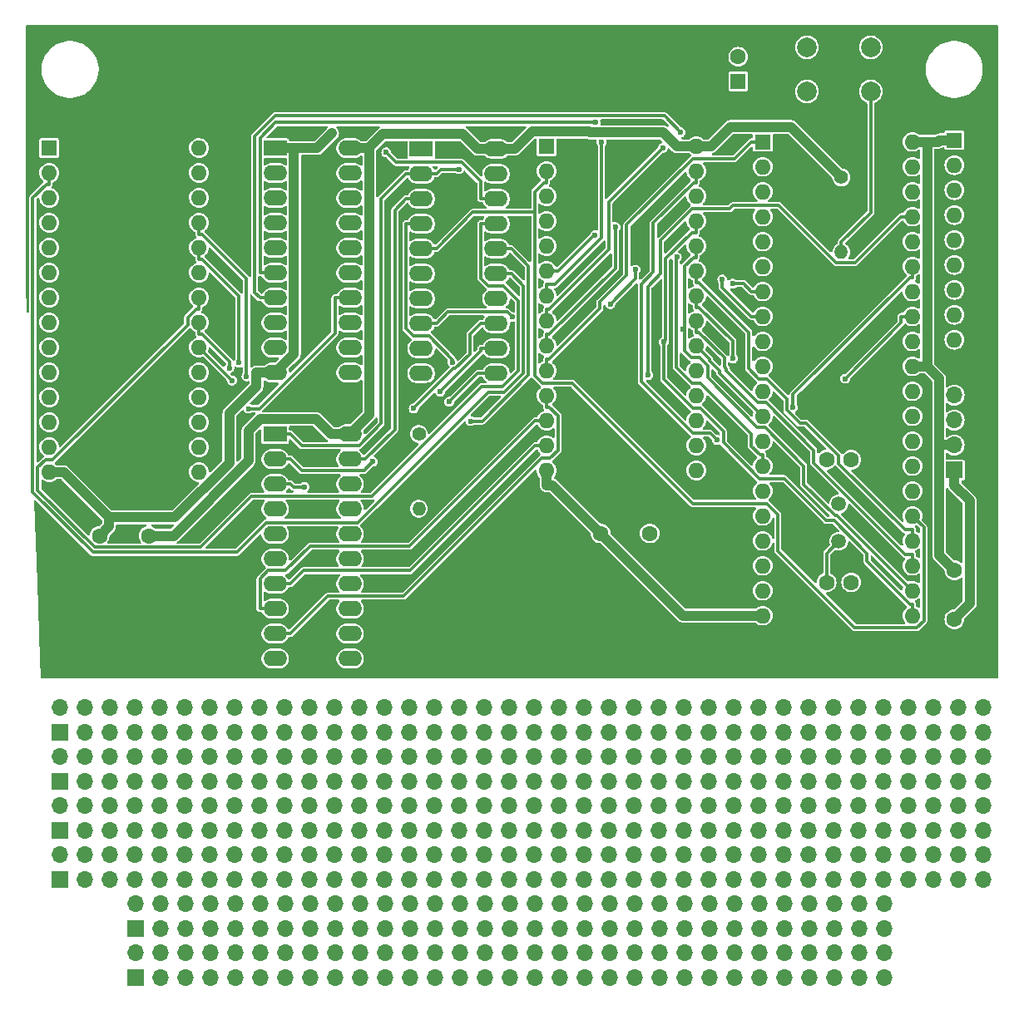
<source format=gbl>
G04 #@! TF.GenerationSoftware,KiCad,Pcbnew,8.0.4*
G04 #@! TF.CreationDate,2024-07-31T10:58:34+02:00*
G04 #@! TF.ProjectId,esim,6573696d-2e6b-4696-9361-645f70636258,rev?*
G04 #@! TF.SameCoordinates,Original*
G04 #@! TF.FileFunction,Copper,L2,Bot*
G04 #@! TF.FilePolarity,Positive*
%FSLAX46Y46*%
G04 Gerber Fmt 4.6, Leading zero omitted, Abs format (unit mm)*
G04 Created by KiCad (PCBNEW 8.0.4) date 2024-07-31 10:58:34*
%MOMM*%
%LPD*%
G01*
G04 APERTURE LIST*
G04 #@! TA.AperFunction,ComponentPad*
%ADD10R,1.700000X1.700000*%
G04 #@! TD*
G04 #@! TA.AperFunction,ComponentPad*
%ADD11O,1.700000X1.700000*%
G04 #@! TD*
G04 #@! TA.AperFunction,ComponentPad*
%ADD12R,2.400000X1.600000*%
G04 #@! TD*
G04 #@! TA.AperFunction,ComponentPad*
%ADD13O,2.400000X1.600000*%
G04 #@! TD*
G04 #@! TA.AperFunction,ComponentPad*
%ADD14C,1.600000*%
G04 #@! TD*
G04 #@! TA.AperFunction,ComponentPad*
%ADD15R,1.600000X1.600000*%
G04 #@! TD*
G04 #@! TA.AperFunction,ComponentPad*
%ADD16O,1.600000X1.600000*%
G04 #@! TD*
G04 #@! TA.AperFunction,ComponentPad*
%ADD17C,1.500000*%
G04 #@! TD*
G04 #@! TA.AperFunction,ComponentPad*
%ADD18C,1.400000*%
G04 #@! TD*
G04 #@! TA.AperFunction,ComponentPad*
%ADD19O,1.400000X1.400000*%
G04 #@! TD*
G04 #@! TA.AperFunction,ComponentPad*
%ADD20C,2.000000*%
G04 #@! TD*
G04 #@! TA.AperFunction,ViaPad*
%ADD21C,0.600000*%
G04 #@! TD*
G04 #@! TA.AperFunction,ViaPad*
%ADD22C,1.000000*%
G04 #@! TD*
G04 #@! TA.AperFunction,Conductor*
%ADD23C,0.300000*%
G04 #@! TD*
G04 #@! TA.AperFunction,Conductor*
%ADD24C,1.000000*%
G04 #@! TD*
G04 APERTURE END LIST*
D10*
X21640000Y-107500000D03*
D11*
X21640000Y-104960000D03*
X24180000Y-107500000D03*
X24180000Y-104960000D03*
X26720000Y-107500000D03*
X26720000Y-104960000D03*
X29260000Y-107500000D03*
X29260000Y-104960000D03*
X31800000Y-107500000D03*
X31800000Y-104960000D03*
X34340000Y-107500000D03*
X34340000Y-104960000D03*
X36880000Y-107500000D03*
X36880000Y-104960000D03*
X39420000Y-107500000D03*
X39420000Y-104960000D03*
X41960000Y-107500000D03*
X41960000Y-104960000D03*
X44500000Y-107500000D03*
X44500000Y-104960000D03*
X47040000Y-107500000D03*
X47040000Y-104960000D03*
X49580000Y-107500000D03*
X49580000Y-104960000D03*
X52120000Y-107500000D03*
X52120000Y-104960000D03*
X54660000Y-107500000D03*
X54660000Y-104960000D03*
X57200000Y-107500000D03*
X57200000Y-104960000D03*
X59740000Y-107500000D03*
X59740000Y-104960000D03*
X62280000Y-107500000D03*
X62280000Y-104960000D03*
X64820000Y-107500000D03*
X64820000Y-104960000D03*
X67360000Y-107500000D03*
X67360000Y-104960000D03*
X69900000Y-107500000D03*
X69900000Y-104960000D03*
X72440000Y-107500000D03*
X72440000Y-104960000D03*
X74980000Y-107500000D03*
X74980000Y-104960000D03*
X77520000Y-107500000D03*
X77520000Y-104960000D03*
X80060000Y-107500000D03*
X80060000Y-104960000D03*
X82600000Y-107500000D03*
X82600000Y-104960000D03*
X85140000Y-107500000D03*
X85140000Y-104960000D03*
X87680000Y-107500000D03*
X87680000Y-104960000D03*
X90220000Y-107500000D03*
X90220000Y-104960000D03*
X92760000Y-107500000D03*
X92760000Y-104960000D03*
X95300000Y-107500000D03*
X95300000Y-104960000D03*
X97840000Y-107500000D03*
X97840000Y-104960000D03*
D10*
X21640000Y-102500000D03*
D11*
X21640000Y-99960000D03*
X24180000Y-102500000D03*
X24180000Y-99960000D03*
X26720000Y-102500000D03*
X26720000Y-99960000D03*
X29260000Y-102500000D03*
X29260000Y-99960000D03*
X31800000Y-102500000D03*
X31800000Y-99960000D03*
X34340000Y-102500000D03*
X34340000Y-99960000D03*
X36880000Y-102500000D03*
X36880000Y-99960000D03*
X39420000Y-102500000D03*
X39420000Y-99960000D03*
X41960000Y-102500000D03*
X41960000Y-99960000D03*
X44500000Y-102500000D03*
X44500000Y-99960000D03*
X47040000Y-102500000D03*
X47040000Y-99960000D03*
X49580000Y-102500000D03*
X49580000Y-99960000D03*
X52120000Y-102500000D03*
X52120000Y-99960000D03*
X54660000Y-102500000D03*
X54660000Y-99960000D03*
X57200000Y-102500000D03*
X57200000Y-99960000D03*
X59740000Y-102500000D03*
X59740000Y-99960000D03*
X62280000Y-102500000D03*
X62280000Y-99960000D03*
X64820000Y-102500000D03*
X64820000Y-99960000D03*
X67360000Y-102500000D03*
X67360000Y-99960000D03*
X69900000Y-102500000D03*
X69900000Y-99960000D03*
X72440000Y-102500000D03*
X72440000Y-99960000D03*
X74980000Y-102500000D03*
X74980000Y-99960000D03*
X77520000Y-102500000D03*
X77520000Y-99960000D03*
X80060000Y-102500000D03*
X80060000Y-99960000D03*
X82600000Y-102500000D03*
X82600000Y-99960000D03*
X85140000Y-102500000D03*
X85140000Y-99960000D03*
X87680000Y-102500000D03*
X87680000Y-99960000D03*
X90220000Y-102500000D03*
X90220000Y-99960000D03*
X92760000Y-102500000D03*
X92760000Y-99960000D03*
X95300000Y-102500000D03*
X95300000Y-99960000D03*
X97840000Y-102500000D03*
X97840000Y-99960000D03*
D10*
X14000000Y-97500000D03*
D11*
X14000000Y-94960000D03*
X16540000Y-97500000D03*
X16540000Y-94960000D03*
X19080000Y-97500000D03*
X19080000Y-94960000D03*
X21620000Y-97500000D03*
X21620000Y-94960000D03*
X24160000Y-97500000D03*
X24160000Y-94960000D03*
X26700000Y-97500000D03*
X26700000Y-94960000D03*
X29240000Y-97500000D03*
X29240000Y-94960000D03*
X31780000Y-97500000D03*
X31780000Y-94960000D03*
X34320000Y-97500000D03*
X34320000Y-94960000D03*
X36860000Y-97500000D03*
X36860000Y-94960000D03*
X39400000Y-97500000D03*
X39400000Y-94960000D03*
X41940000Y-97500000D03*
X41940000Y-94960000D03*
X44480000Y-97500000D03*
X44480000Y-94960000D03*
X47020000Y-97500000D03*
X47020000Y-94960000D03*
X49560000Y-97500000D03*
X49560000Y-94960000D03*
X52100000Y-97500000D03*
X52100000Y-94960000D03*
X54640000Y-97500000D03*
X54640000Y-94960000D03*
X57180000Y-97500000D03*
X57180000Y-94960000D03*
X59720000Y-97500000D03*
X59720000Y-94960000D03*
X62260000Y-97500000D03*
X62260000Y-94960000D03*
X64800000Y-97500000D03*
X64800000Y-94960000D03*
X67340000Y-97500000D03*
X67340000Y-94960000D03*
X69880000Y-97500000D03*
X69880000Y-94960000D03*
X72420000Y-97500000D03*
X72420000Y-94960000D03*
X74960000Y-97500000D03*
X74960000Y-94960000D03*
X77500000Y-97500000D03*
X77500000Y-94960000D03*
X80040000Y-97500000D03*
X80040000Y-94960000D03*
X82580000Y-97500000D03*
X82580000Y-94960000D03*
X85120000Y-97500000D03*
X85120000Y-94960000D03*
X87660000Y-97500000D03*
X87660000Y-94960000D03*
X90200000Y-97500000D03*
X90200000Y-94960000D03*
X92740000Y-97500000D03*
X92740000Y-94960000D03*
X95280000Y-97500000D03*
X95280000Y-94960000D03*
X97820000Y-97500000D03*
X97820000Y-94960000D03*
X100360000Y-97500000D03*
X100360000Y-94960000D03*
X102900000Y-97500000D03*
X102900000Y-94960000D03*
X105440000Y-97500000D03*
X105440000Y-94960000D03*
X107980000Y-97500000D03*
X107980000Y-94960000D03*
D10*
X14000000Y-92500000D03*
D11*
X14000000Y-89960000D03*
X16540000Y-92500000D03*
X16540000Y-89960000D03*
X19080000Y-92500000D03*
X19080000Y-89960000D03*
X21620000Y-92500000D03*
X21620000Y-89960000D03*
X24160000Y-92500000D03*
X24160000Y-89960000D03*
X26700000Y-92500000D03*
X26700000Y-89960000D03*
X29240000Y-92500000D03*
X29240000Y-89960000D03*
X31780000Y-92500000D03*
X31780000Y-89960000D03*
X34320000Y-92500000D03*
X34320000Y-89960000D03*
X36860000Y-92500000D03*
X36860000Y-89960000D03*
X39400000Y-92500000D03*
X39400000Y-89960000D03*
X41940000Y-92500000D03*
X41940000Y-89960000D03*
X44480000Y-92500000D03*
X44480000Y-89960000D03*
X47020000Y-92500000D03*
X47020000Y-89960000D03*
X49560000Y-92500000D03*
X49560000Y-89960000D03*
X52100000Y-92500000D03*
X52100000Y-89960000D03*
X54640000Y-92500000D03*
X54640000Y-89960000D03*
X57180000Y-92500000D03*
X57180000Y-89960000D03*
X59720000Y-92500000D03*
X59720000Y-89960000D03*
X62260000Y-92500000D03*
X62260000Y-89960000D03*
X64800000Y-92500000D03*
X64800000Y-89960000D03*
X67340000Y-92500000D03*
X67340000Y-89960000D03*
X69880000Y-92500000D03*
X69880000Y-89960000D03*
X72420000Y-92500000D03*
X72420000Y-89960000D03*
X74960000Y-92500000D03*
X74960000Y-89960000D03*
X77500000Y-92500000D03*
X77500000Y-89960000D03*
X80040000Y-92500000D03*
X80040000Y-89960000D03*
X82580000Y-92500000D03*
X82580000Y-89960000D03*
X85120000Y-92500000D03*
X85120000Y-89960000D03*
X87660000Y-92500000D03*
X87660000Y-89960000D03*
X90200000Y-92500000D03*
X90200000Y-89960000D03*
X92740000Y-92500000D03*
X92740000Y-89960000D03*
X95280000Y-92500000D03*
X95280000Y-89960000D03*
X97820000Y-92500000D03*
X97820000Y-89960000D03*
X100360000Y-92500000D03*
X100360000Y-89960000D03*
X102900000Y-92500000D03*
X102900000Y-89960000D03*
X105440000Y-92500000D03*
X105440000Y-89960000D03*
X107980000Y-92500000D03*
X107980000Y-89960000D03*
D10*
X14000000Y-87500000D03*
D11*
X14000000Y-84960000D03*
X16540000Y-87500000D03*
X16540000Y-84960000D03*
X19080000Y-87500000D03*
X19080000Y-84960000D03*
X21620000Y-87500000D03*
X21620000Y-84960000D03*
X24160000Y-87500000D03*
X24160000Y-84960000D03*
X26700000Y-87500000D03*
X26700000Y-84960000D03*
X29240000Y-87500000D03*
X29240000Y-84960000D03*
X31780000Y-87500000D03*
X31780000Y-84960000D03*
X34320000Y-87500000D03*
X34320000Y-84960000D03*
X36860000Y-87500000D03*
X36860000Y-84960000D03*
X39400000Y-87500000D03*
X39400000Y-84960000D03*
X41940000Y-87500000D03*
X41940000Y-84960000D03*
X44480000Y-87500000D03*
X44480000Y-84960000D03*
X47020000Y-87500000D03*
X47020000Y-84960000D03*
X49560000Y-87500000D03*
X49560000Y-84960000D03*
X52100000Y-87500000D03*
X52100000Y-84960000D03*
X54640000Y-87500000D03*
X54640000Y-84960000D03*
X57180000Y-87500000D03*
X57180000Y-84960000D03*
X59720000Y-87500000D03*
X59720000Y-84960000D03*
X62260000Y-87500000D03*
X62260000Y-84960000D03*
X64800000Y-87500000D03*
X64800000Y-84960000D03*
X67340000Y-87500000D03*
X67340000Y-84960000D03*
X69880000Y-87500000D03*
X69880000Y-84960000D03*
X72420000Y-87500000D03*
X72420000Y-84960000D03*
X74960000Y-87500000D03*
X74960000Y-84960000D03*
X77500000Y-87500000D03*
X77500000Y-84960000D03*
X80040000Y-87500000D03*
X80040000Y-84960000D03*
X82580000Y-87500000D03*
X82580000Y-84960000D03*
X85120000Y-87500000D03*
X85120000Y-84960000D03*
X87660000Y-87500000D03*
X87660000Y-84960000D03*
X90200000Y-87500000D03*
X90200000Y-84960000D03*
X92740000Y-87500000D03*
X92740000Y-84960000D03*
X95280000Y-87500000D03*
X95280000Y-84960000D03*
X97820000Y-87500000D03*
X97820000Y-84960000D03*
X100360000Y-87500000D03*
X100360000Y-84960000D03*
X102900000Y-87500000D03*
X102900000Y-84960000D03*
X105440000Y-87500000D03*
X105440000Y-84960000D03*
X107980000Y-87500000D03*
X107980000Y-84960000D03*
D10*
X14000000Y-82500000D03*
D11*
X14000000Y-79960000D03*
X16540000Y-82500000D03*
X16540000Y-79960000D03*
X19080000Y-82500000D03*
X19080000Y-79960000D03*
X21620000Y-82500000D03*
X21620000Y-79960000D03*
X24160000Y-82500000D03*
X24160000Y-79960000D03*
X26700000Y-82500000D03*
X26700000Y-79960000D03*
X29240000Y-82500000D03*
X29240000Y-79960000D03*
X31780000Y-82500000D03*
X31780000Y-79960000D03*
X34320000Y-82500000D03*
X34320000Y-79960000D03*
X36860000Y-82500000D03*
X36860000Y-79960000D03*
X39400000Y-82500000D03*
X39400000Y-79960000D03*
X41940000Y-82500000D03*
X41940000Y-79960000D03*
X44480000Y-82500000D03*
X44480000Y-79960000D03*
X47020000Y-82500000D03*
X47020000Y-79960000D03*
X49560000Y-82500000D03*
X49560000Y-79960000D03*
X52100000Y-82500000D03*
X52100000Y-79960000D03*
X54640000Y-82500000D03*
X54640000Y-79960000D03*
X57180000Y-82500000D03*
X57180000Y-79960000D03*
X59720000Y-82500000D03*
X59720000Y-79960000D03*
X62260000Y-82500000D03*
X62260000Y-79960000D03*
X64800000Y-82500000D03*
X64800000Y-79960000D03*
X67340000Y-82500000D03*
X67340000Y-79960000D03*
X69880000Y-82500000D03*
X69880000Y-79960000D03*
X72420000Y-82500000D03*
X72420000Y-79960000D03*
X74960000Y-82500000D03*
X74960000Y-79960000D03*
X77500000Y-82500000D03*
X77500000Y-79960000D03*
X80040000Y-82500000D03*
X80040000Y-79960000D03*
X82580000Y-82500000D03*
X82580000Y-79960000D03*
X85120000Y-82500000D03*
X85120000Y-79960000D03*
X87660000Y-82500000D03*
X87660000Y-79960000D03*
X90200000Y-82500000D03*
X90200000Y-79960000D03*
X92740000Y-82500000D03*
X92740000Y-79960000D03*
X95280000Y-82500000D03*
X95280000Y-79960000D03*
X97820000Y-82500000D03*
X97820000Y-79960000D03*
X100360000Y-82500000D03*
X100360000Y-79960000D03*
X102900000Y-82500000D03*
X102900000Y-79960000D03*
X105440000Y-82500000D03*
X105440000Y-79960000D03*
X107980000Y-82500000D03*
X107980000Y-79960000D03*
D12*
X35880000Y-23020000D03*
D13*
X35880000Y-25560000D03*
X35880000Y-28100000D03*
X35880000Y-30640000D03*
X35880000Y-33180000D03*
X35880000Y-35720000D03*
X35880000Y-38260000D03*
X35880000Y-40800000D03*
X35880000Y-43340000D03*
X35880000Y-45880000D03*
X43500000Y-45880000D03*
X43500000Y-43340000D03*
X43500000Y-40800000D03*
X43500000Y-38260000D03*
X43500000Y-35720000D03*
X43500000Y-33180000D03*
X43500000Y-30640000D03*
X43500000Y-28100000D03*
X43500000Y-25560000D03*
X43500000Y-23020000D03*
D14*
X69000000Y-62250000D03*
X74000000Y-62250000D03*
X92000000Y-67250000D03*
X94500000Y-67250000D03*
D12*
X35880000Y-52140000D03*
D13*
X35880000Y-54680000D03*
X35880000Y-57220000D03*
X35880000Y-59760000D03*
X35880000Y-62300000D03*
X35880000Y-64840000D03*
X35880000Y-67380000D03*
X35880000Y-69920000D03*
X35880000Y-72460000D03*
X35880000Y-75000000D03*
X43500000Y-75000000D03*
X43500000Y-72460000D03*
X43500000Y-69920000D03*
X43500000Y-67380000D03*
X43500000Y-64840000D03*
X43500000Y-62300000D03*
X43500000Y-59760000D03*
X43500000Y-57220000D03*
X43500000Y-54680000D03*
X43500000Y-52140000D03*
D10*
X105000000Y-55800000D03*
D11*
X105000000Y-53260000D03*
X105000000Y-50720000D03*
X105000000Y-48180000D03*
D15*
X105000000Y-22210000D03*
D16*
X105000000Y-24750000D03*
X105000000Y-27290000D03*
X105000000Y-29830000D03*
X105000000Y-32370000D03*
X105000000Y-34910000D03*
X105000000Y-37450000D03*
X105000000Y-39990000D03*
X105000000Y-42530000D03*
D17*
X93240000Y-63050000D03*
X93240000Y-59250000D03*
D15*
X63500000Y-22830000D03*
D16*
X63500000Y-25370000D03*
X63500000Y-27910000D03*
X63500000Y-30450000D03*
X63500000Y-32990000D03*
X63500000Y-35530000D03*
X63500000Y-38070000D03*
X63500000Y-40610000D03*
X63500000Y-43150000D03*
X63500000Y-45690000D03*
X63500000Y-48230000D03*
X63500000Y-50770000D03*
X63500000Y-53310000D03*
X63500000Y-55850000D03*
X78740000Y-55850000D03*
X78740000Y-53310000D03*
X78740000Y-50770000D03*
X78740000Y-48230000D03*
X78740000Y-45690000D03*
X78740000Y-43150000D03*
X78740000Y-40610000D03*
X78740000Y-38070000D03*
X78740000Y-35530000D03*
X78740000Y-32990000D03*
X78740000Y-30450000D03*
X78740000Y-27910000D03*
X78740000Y-25370000D03*
X78740000Y-22830000D03*
D18*
X50500000Y-52130000D03*
D19*
X50500000Y-59750000D03*
D20*
X90000000Y-12750000D03*
X96500000Y-12750000D03*
X90000000Y-17250000D03*
X96500000Y-17250000D03*
D14*
X105000000Y-71000000D03*
X105000000Y-66000000D03*
D12*
X50740000Y-23090000D03*
D13*
X50740000Y-25630000D03*
X50740000Y-28170000D03*
X50740000Y-30710000D03*
X50740000Y-33250000D03*
X50740000Y-35790000D03*
X50740000Y-38330000D03*
X50740000Y-40870000D03*
X50740000Y-43410000D03*
X50740000Y-45950000D03*
X58360000Y-45950000D03*
X58360000Y-43410000D03*
X58360000Y-40870000D03*
X58360000Y-38330000D03*
X58360000Y-35790000D03*
X58360000Y-33250000D03*
X58360000Y-30710000D03*
X58360000Y-28170000D03*
X58360000Y-25630000D03*
X58360000Y-23090000D03*
D15*
X83000000Y-16205100D03*
D14*
X83000000Y-13705100D03*
D15*
X85500000Y-22370000D03*
D16*
X85500000Y-24910000D03*
X85500000Y-27450000D03*
X85500000Y-29990000D03*
X85500000Y-32530000D03*
X85500000Y-35070000D03*
X85500000Y-37610000D03*
X85500000Y-40150000D03*
X85500000Y-42690000D03*
X85500000Y-45230000D03*
X85500000Y-47770000D03*
X85500000Y-50310000D03*
X85500000Y-52850000D03*
X85500000Y-55390000D03*
X85500000Y-57930000D03*
X85500000Y-60470000D03*
X85500000Y-63010000D03*
X85500000Y-65550000D03*
X85500000Y-68090000D03*
X85500000Y-70630000D03*
X100740000Y-70630000D03*
X100740000Y-68090000D03*
X100740000Y-65550000D03*
X100740000Y-63010000D03*
X100740000Y-60470000D03*
X100740000Y-57930000D03*
X100740000Y-55390000D03*
X100740000Y-52850000D03*
X100740000Y-50310000D03*
X100740000Y-47770000D03*
X100740000Y-45230000D03*
X100740000Y-42690000D03*
X100740000Y-40150000D03*
X100740000Y-37610000D03*
X100740000Y-35070000D03*
X100740000Y-32530000D03*
X100740000Y-29990000D03*
X100740000Y-27450000D03*
X100740000Y-24910000D03*
X100740000Y-22370000D03*
D15*
X12875000Y-23000000D03*
D16*
X12875000Y-25540000D03*
X12875000Y-28080000D03*
X12875000Y-30620000D03*
X12875000Y-33160000D03*
X12875000Y-35700000D03*
X12875000Y-38240000D03*
X12875000Y-40780000D03*
X12875000Y-43320000D03*
X12875000Y-45860000D03*
X12875000Y-48400000D03*
X12875000Y-50940000D03*
X12875000Y-53480000D03*
X12875000Y-56020000D03*
X28115000Y-56020000D03*
X28115000Y-53480000D03*
X28115000Y-50940000D03*
X28115000Y-48400000D03*
X28115000Y-45860000D03*
X28115000Y-43320000D03*
X28115000Y-40780000D03*
X28115000Y-38240000D03*
X28115000Y-35700000D03*
X28115000Y-33160000D03*
X28115000Y-30620000D03*
X28115000Y-28080000D03*
X28115000Y-25540000D03*
X28115000Y-23000000D03*
D14*
X92000000Y-54750000D03*
X94500000Y-54750000D03*
X18000000Y-62500000D03*
X23000000Y-62500000D03*
D18*
X93500000Y-26000000D03*
D19*
X93500000Y-33620000D03*
D21*
X32191800Y-44883800D03*
X52673600Y-47827600D03*
X33155700Y-49551400D03*
X47175200Y-23447600D03*
X32965700Y-46257400D03*
X53589000Y-48850500D03*
X31210800Y-45424600D03*
X49979500Y-49531400D03*
X31474300Y-46679300D03*
X55785400Y-50815900D03*
X77154000Y-21403500D03*
X75321400Y-23001700D03*
X76747300Y-34124000D03*
X69095100Y-22428500D03*
X68485800Y-20413800D03*
X75413300Y-42743100D03*
X81386900Y-36390000D03*
X59990600Y-40215100D03*
X77380600Y-41435300D03*
X54571700Y-25162800D03*
X80840500Y-52730900D03*
X72561100Y-35397900D03*
X69988000Y-38883900D03*
D22*
X41664500Y-21512600D03*
D21*
X70510400Y-31049100D03*
X82456900Y-36829500D03*
X53936400Y-44818200D03*
X68443400Y-31880100D03*
X82461100Y-44440000D03*
X73824900Y-46133200D03*
X45818100Y-54960400D03*
X93892400Y-46496800D03*
X38838100Y-57525600D03*
X88594200Y-49415300D03*
D23*
X32191800Y-38100600D02*
X32191800Y-44883800D01*
X28402900Y-34311700D02*
X32191800Y-38100600D01*
X28115000Y-34311700D02*
X28402900Y-34311700D01*
X58360000Y-43410000D02*
X56808300Y-43410000D01*
X28115000Y-33160000D02*
X28115000Y-34311700D01*
X56808300Y-43692900D02*
X56808300Y-43410000D01*
X52673600Y-47827600D02*
X56808300Y-43692900D01*
X12875000Y-25540000D02*
X12875000Y-26691700D01*
X58360000Y-35790000D02*
X59911700Y-35790000D01*
X61144000Y-37022300D02*
X59911700Y-35790000D01*
X61144000Y-45928800D02*
X61144000Y-37022300D01*
X59192400Y-47880400D02*
X61144000Y-45928800D01*
X57562500Y-47880400D02*
X59192400Y-47880400D01*
X44294600Y-61148300D02*
X57562500Y-47880400D01*
X35002900Y-61148300D02*
X44294600Y-61148300D01*
X31960400Y-64190800D02*
X35002900Y-61148300D01*
X17328000Y-64190800D02*
X31960400Y-64190800D01*
X11204900Y-58067700D02*
X17328000Y-64190800D01*
X11204900Y-28073900D02*
X11204900Y-58067700D01*
X12587100Y-26691700D02*
X11204900Y-28073900D01*
X12875000Y-26691700D02*
X12587100Y-26691700D01*
X43500000Y-38260000D02*
X41948300Y-38260000D01*
X41948300Y-41848200D02*
X41948300Y-38260000D01*
X34245100Y-49551400D02*
X41948300Y-41848200D01*
X33155700Y-49551400D02*
X34245100Y-49551400D01*
X48205900Y-24478300D02*
X47175200Y-23447600D01*
X54870600Y-24478300D02*
X48205900Y-24478300D01*
X56808300Y-26416000D02*
X54870600Y-24478300D01*
X56808300Y-28170000D02*
X56808300Y-26416000D01*
X58360000Y-28170000D02*
X56808300Y-28170000D01*
X58360000Y-45950000D02*
X56808300Y-45950000D01*
X28115000Y-30620000D02*
X28115000Y-31771700D01*
X56489500Y-45950000D02*
X53589000Y-48850500D01*
X56808300Y-45950000D02*
X56489500Y-45950000D01*
X32965700Y-36332500D02*
X32965700Y-46257400D01*
X28404900Y-31771700D02*
X32965700Y-36332500D01*
X28115000Y-31771700D02*
X28404900Y-31771700D01*
X56808300Y-36271000D02*
X56808300Y-30710000D01*
X57597300Y-37060000D02*
X56808300Y-36271000D01*
X59122400Y-37060000D02*
X57597300Y-37060000D01*
X60642300Y-38579900D02*
X59122400Y-37060000D01*
X60642300Y-45721100D02*
X60642300Y-38579900D01*
X59046700Y-47316700D02*
X60642300Y-45721100D01*
X56862100Y-47316700D02*
X59046700Y-47316700D01*
X45714300Y-58464500D02*
X56862100Y-47316700D01*
X33470600Y-58464500D02*
X45714300Y-58464500D01*
X28265600Y-63669500D02*
X33470600Y-58464500D01*
X17529600Y-63669500D02*
X28265600Y-63669500D01*
X11715700Y-57855600D02*
X17529600Y-63669500D01*
X11715700Y-55532200D02*
X11715700Y-57855600D01*
X12497900Y-54750000D02*
X11715700Y-55532200D01*
X13239600Y-54750000D02*
X12497900Y-54750000D01*
X26963300Y-41026300D02*
X13239600Y-54750000D01*
X26963300Y-40255400D02*
X26963300Y-41026300D01*
X27827000Y-39391700D02*
X26963300Y-40255400D01*
X28115000Y-39391700D02*
X27827000Y-39391700D01*
X28115000Y-38240000D02*
X28115000Y-39391700D01*
X58360000Y-30710000D02*
X56808300Y-30710000D01*
X58360000Y-40870000D02*
X56808300Y-40870000D01*
X31210800Y-44739600D02*
X31210800Y-45424600D01*
X28402900Y-41931700D02*
X31210800Y-44739600D01*
X28115000Y-41931700D02*
X28402900Y-41931700D01*
X28115000Y-40780000D02*
X28115000Y-41931700D01*
X55717200Y-41961100D02*
X56808300Y-40870000D01*
X55717200Y-43959000D02*
X55717200Y-41961100D01*
X54206300Y-45469900D02*
X55717200Y-43959000D01*
X54041000Y-45469900D02*
X54206300Y-45469900D01*
X49979500Y-49531400D02*
X54041000Y-45469900D01*
X58360000Y-33250000D02*
X59911700Y-33250000D01*
X61645700Y-34984000D02*
X59911700Y-33250000D01*
X61645700Y-46136500D02*
X61645700Y-34984000D01*
X56966300Y-50815900D02*
X61645700Y-46136500D01*
X55785400Y-50815900D02*
X56966300Y-50815900D01*
X28115000Y-43320000D02*
X31474300Y-46679300D01*
X92000000Y-64290000D02*
X93240000Y-63050000D01*
X92000000Y-67250000D02*
X92000000Y-64290000D01*
X35880000Y-38260000D02*
X34328300Y-38260000D01*
X63768500Y-39458300D02*
X63500000Y-39458300D01*
X69858600Y-33368200D02*
X63768500Y-39458300D01*
X69858600Y-28464500D02*
X69858600Y-33368200D01*
X75321400Y-23001700D02*
X69858600Y-28464500D01*
X63500000Y-40610000D02*
X63500000Y-39458300D01*
X33778700Y-37710400D02*
X34328300Y-38260000D01*
X33778700Y-21825000D02*
X33778700Y-37710400D01*
X35877000Y-19726700D02*
X33778700Y-21825000D01*
X75477200Y-19726700D02*
X35877000Y-19726700D01*
X77154000Y-21403500D02*
X75477200Y-19726700D01*
X76728800Y-34142500D02*
X76747300Y-34124000D01*
X76728800Y-45344300D02*
X76728800Y-34142500D01*
X78344500Y-46960000D02*
X76728800Y-45344300D01*
X79168200Y-46960000D02*
X78344500Y-46960000D01*
X84348300Y-52140100D02*
X79168200Y-46960000D01*
X84348300Y-53374600D02*
X84348300Y-52140100D01*
X85212000Y-54238300D02*
X84348300Y-53374600D01*
X85500000Y-54238300D02*
X85212000Y-54238300D01*
X85500000Y-55390000D02*
X85500000Y-54238300D01*
X63500000Y-25370000D02*
X63500000Y-26521700D01*
X50740000Y-33250000D02*
X52291700Y-33250000D01*
X55983600Y-29558100D02*
X52291700Y-33250000D01*
X62291600Y-29558100D02*
X55983600Y-29558100D01*
X62291600Y-46173700D02*
X62291600Y-29558100D01*
X63077900Y-46960000D02*
X62291600Y-46173700D01*
X66140700Y-46960000D02*
X63077900Y-46960000D01*
X78380700Y-59200000D02*
X66140700Y-46960000D01*
X85909600Y-59200000D02*
X78380700Y-59200000D01*
X87059200Y-60349600D02*
X85909600Y-59200000D01*
X87059200Y-64038400D02*
X87059200Y-60349600D01*
X94854300Y-71833500D02*
X87059200Y-64038400D01*
X101201700Y-71833500D02*
X94854300Y-71833500D01*
X101896200Y-71139000D02*
X101201700Y-71833500D01*
X101896200Y-61626200D02*
X101896200Y-71139000D01*
X100740000Y-60470000D02*
X101896200Y-61626200D01*
X63231500Y-26521700D02*
X63500000Y-26521700D01*
X62291600Y-27461600D02*
X63231500Y-26521700D01*
X62291600Y-29558100D02*
X62291600Y-27461600D01*
X63500000Y-38070000D02*
X63500000Y-36918300D01*
X34328300Y-22001300D02*
X34328300Y-35720000D01*
X35915800Y-20413800D02*
X34328300Y-22001300D01*
X68485800Y-20413800D02*
X35915800Y-20413800D01*
X35880000Y-35720000D02*
X34328300Y-35720000D01*
X69095100Y-32150000D02*
X69095100Y-22428500D01*
X64326800Y-36918300D02*
X69095100Y-32150000D01*
X63500000Y-36918300D02*
X64326800Y-36918300D01*
X100740000Y-70630000D02*
X100740000Y-69478300D01*
X78740000Y-30450000D02*
X78740000Y-31601700D01*
X75413300Y-46540800D02*
X75413300Y-42743100D01*
X78372500Y-49500000D02*
X75413300Y-46540800D01*
X79155200Y-49500000D02*
X78372500Y-49500000D01*
X81492200Y-51837000D02*
X79155200Y-49500000D01*
X81492200Y-53012900D02*
X81492200Y-51837000D01*
X85139300Y-56660000D02*
X81492200Y-53012900D01*
X87670800Y-56660000D02*
X85139300Y-56660000D01*
X91932100Y-60921300D02*
X87670800Y-56660000D01*
X92756400Y-60921300D02*
X91932100Y-60921300D01*
X96128500Y-64293400D02*
X92756400Y-60921300D01*
X96128500Y-65118800D02*
X96128500Y-64293400D01*
X100488000Y-69478300D02*
X96128500Y-65118800D01*
X100740000Y-69478300D02*
X100488000Y-69478300D01*
X78283300Y-31601700D02*
X78740000Y-31601700D01*
X75619800Y-34265200D02*
X78283300Y-31601700D01*
X75619800Y-42536600D02*
X75619800Y-34265200D01*
X75413300Y-42743100D02*
X75619800Y-42536600D01*
X85500000Y-40150000D02*
X84348300Y-40150000D01*
X81386900Y-37188600D02*
X84348300Y-40150000D01*
X81386900Y-36390000D02*
X81386900Y-37188600D01*
X78740000Y-40610000D02*
X78740000Y-41761700D01*
X100017300Y-64398300D02*
X100740000Y-64398300D01*
X90694900Y-55075900D02*
X100017300Y-64398300D01*
X90694900Y-53786300D02*
X90694900Y-55075900D01*
X85830300Y-48921700D02*
X90694900Y-53786300D01*
X85022900Y-48921700D02*
X85830300Y-48921700D01*
X81810900Y-45709700D02*
X85022900Y-48921700D01*
X81810900Y-45513500D02*
X81810900Y-45709700D01*
X81599200Y-45301800D02*
X81810900Y-45513500D01*
X81599200Y-44352400D02*
X81599200Y-45301800D01*
X79008500Y-41761700D02*
X81599200Y-44352400D01*
X78740000Y-41761700D02*
X79008500Y-41761700D01*
X100740000Y-65550000D02*
X100740000Y-64398300D01*
X78740000Y-32990000D02*
X78740000Y-34141700D01*
X59482400Y-39706900D02*
X59990600Y-40215100D01*
X53454800Y-39706900D02*
X59482400Y-39706900D01*
X52291700Y-40870000D02*
X53454800Y-39706900D01*
X77531500Y-35062300D02*
X77531500Y-41435300D01*
X78452100Y-34141700D02*
X77531500Y-35062300D01*
X78740000Y-34141700D02*
X78452100Y-34141700D01*
X50740000Y-40870000D02*
X52291700Y-40870000D01*
X77380600Y-41435300D02*
X77531500Y-41435300D01*
X93069600Y-60419600D02*
X100740000Y-68090000D01*
X92837200Y-60419600D02*
X93069600Y-60419600D01*
X89679600Y-57262000D02*
X92837200Y-60419600D01*
X89679600Y-55387600D02*
X89679600Y-57262000D01*
X85753700Y-51461700D02*
X89679600Y-55387600D01*
X84948900Y-51461700D02*
X85753700Y-51461700D01*
X79891700Y-46404500D02*
X84948900Y-51461700D01*
X79891700Y-45200100D02*
X79891700Y-46404500D01*
X79051700Y-44360100D02*
X79891700Y-45200100D01*
X78261500Y-44360100D02*
X79051700Y-44360100D01*
X77531500Y-43630100D02*
X78261500Y-44360100D01*
X77531500Y-41435300D02*
X77531500Y-43630100D01*
X35880000Y-52140000D02*
X37431700Y-52140000D01*
X46670000Y-28148300D02*
X49188300Y-25630000D01*
X46670000Y-51043300D02*
X46670000Y-28148300D01*
X44421600Y-53291700D02*
X46670000Y-51043300D01*
X38583400Y-53291700D02*
X44421600Y-53291700D01*
X37431700Y-52140000D02*
X38583400Y-53291700D01*
X50740000Y-25630000D02*
X49188300Y-25630000D01*
X50740000Y-25630000D02*
X52291700Y-25630000D01*
X78471500Y-26521700D02*
X78740000Y-26521700D01*
X74366400Y-30626800D02*
X78471500Y-26521700D01*
X74366400Y-35619400D02*
X74366400Y-30626800D01*
X73125900Y-36859900D02*
X74366400Y-35619400D01*
X73125900Y-46799900D02*
X73125900Y-36859900D01*
X78366000Y-52040000D02*
X73125900Y-46799900D01*
X80149600Y-52040000D02*
X78366000Y-52040000D01*
X80840500Y-52730900D02*
X80149600Y-52040000D01*
X78740000Y-25370000D02*
X78740000Y-26521700D01*
X52758900Y-25162800D02*
X52291700Y-25630000D01*
X54571700Y-25162800D02*
X52758900Y-25162800D01*
X85500000Y-22370000D02*
X84348300Y-22370000D01*
X63500000Y-45690000D02*
X63500000Y-44538300D01*
X82618300Y-24100000D02*
X84348300Y-22370000D01*
X78376500Y-24100000D02*
X82618300Y-24100000D01*
X71652700Y-30823800D02*
X78376500Y-24100000D01*
X71652700Y-35944700D02*
X71652700Y-30823800D01*
X68926300Y-38671100D02*
X71652700Y-35944700D01*
X68926300Y-39380500D02*
X68926300Y-38671100D01*
X63768500Y-44538300D02*
X68926300Y-39380500D01*
X63500000Y-44538300D02*
X63768500Y-44538300D01*
X72561100Y-36310800D02*
X72561100Y-35397900D01*
X69988000Y-38883900D02*
X72561100Y-36310800D01*
X100740000Y-63010000D02*
X100740000Y-61858300D01*
X78740000Y-35530000D02*
X78740000Y-36681700D01*
X99948200Y-61858300D02*
X100740000Y-61858300D01*
X93250000Y-55160100D02*
X99948200Y-61858300D01*
X93250000Y-54361100D02*
X93250000Y-55160100D01*
X89936900Y-51048000D02*
X93250000Y-54361100D01*
X89305400Y-51048000D02*
X89936900Y-51048000D01*
X87942500Y-49685100D02*
X89305400Y-51048000D01*
X87942500Y-48546500D02*
X87942500Y-49685100D01*
X85896000Y-46500000D02*
X87942500Y-48546500D01*
X85118400Y-46500000D02*
X85896000Y-46500000D01*
X84091500Y-45473100D02*
X85118400Y-46500000D01*
X84091500Y-41764700D02*
X84091500Y-45473100D01*
X79008500Y-36681700D02*
X84091500Y-41764700D01*
X78740000Y-36681700D02*
X79008500Y-36681700D01*
D24*
X105000000Y-55800000D02*
X105000000Y-57351700D01*
X35880000Y-23020000D02*
X37781700Y-23020000D01*
X106561700Y-69438300D02*
X105000000Y-71000000D01*
X106561700Y-58913400D02*
X106561700Y-69438300D01*
X105000000Y-57351700D02*
X106561700Y-58913400D01*
X40157100Y-23020000D02*
X41664500Y-21512600D01*
X37781700Y-23020000D02*
X40157100Y-23020000D01*
X37781700Y-43978300D02*
X35880000Y-45880000D01*
X37781700Y-23020000D02*
X37781700Y-43978300D01*
X35880000Y-45880000D02*
X33978300Y-45880000D01*
X12875000Y-56020000D02*
X14376700Y-56020000D01*
X18970100Y-61529900D02*
X18000000Y-62500000D01*
X18970100Y-60613400D02*
X18970100Y-61529900D01*
X25677900Y-60613400D02*
X18970100Y-60613400D01*
X31207500Y-55083800D02*
X25677900Y-60613400D01*
X31207500Y-50041700D02*
X31207500Y-55083800D01*
X33978300Y-47270900D02*
X31207500Y-50041700D01*
X33978300Y-45880000D02*
X33978300Y-47270900D01*
X18970100Y-60613400D02*
X14376700Y-56020000D01*
X77380000Y-70630000D02*
X69000000Y-62250000D01*
X85500000Y-70630000D02*
X77380000Y-70630000D01*
X64101700Y-57351700D02*
X63500000Y-57351700D01*
X69000000Y-62250000D02*
X64101700Y-57351700D01*
X63500000Y-55850000D02*
X63500000Y-57351700D01*
D23*
X63500000Y-43150000D02*
X63500000Y-41998300D01*
X70510400Y-35256400D02*
X70510400Y-31049100D01*
X63768500Y-41998300D02*
X70510400Y-35256400D01*
X63500000Y-41998300D02*
X63768500Y-41998300D01*
X83567800Y-36829500D02*
X82456900Y-36829500D01*
X84348300Y-37610000D02*
X83567800Y-36829500D01*
X85500000Y-37610000D02*
X84348300Y-37610000D01*
X49188300Y-41409600D02*
X49188300Y-30710000D01*
X49918700Y-42140000D02*
X49188300Y-41409600D01*
X51522200Y-42140000D02*
X49918700Y-42140000D01*
X53936400Y-44554200D02*
X51522200Y-42140000D01*
X53936400Y-44818200D02*
X53936400Y-44554200D01*
X50740000Y-30710000D02*
X49188300Y-30710000D01*
X80080300Y-44490300D02*
X78740000Y-43150000D01*
X80080300Y-44679300D02*
X80080300Y-44490300D01*
X81099000Y-45698000D02*
X80080300Y-44679300D01*
X81099000Y-45909000D02*
X81099000Y-45698000D01*
X85500000Y-50310000D02*
X81099000Y-45909000D01*
X63500000Y-35530000D02*
X64651700Y-35530000D01*
X68301600Y-31880100D02*
X68443400Y-31880100D01*
X64651700Y-35530000D02*
X68301600Y-31880100D01*
X48043800Y-29314500D02*
X49188300Y-28170000D01*
X48043800Y-51687900D02*
X48043800Y-29314500D01*
X45051700Y-54680000D02*
X48043800Y-51687900D01*
X43500000Y-54680000D02*
X45051700Y-54680000D01*
X50740000Y-28170000D02*
X49188300Y-28170000D01*
X78740000Y-38070000D02*
X78740000Y-39221700D01*
X82461100Y-42654900D02*
X82461100Y-44440000D01*
X79027900Y-39221700D02*
X82461100Y-42654900D01*
X78740000Y-39221700D02*
X79027900Y-39221700D01*
X96500000Y-29568300D02*
X93500000Y-32568300D01*
X96500000Y-17250000D02*
X96500000Y-29568300D01*
X93500000Y-33620000D02*
X93500000Y-32568300D01*
X38761700Y-66050000D02*
X37431700Y-67380000D01*
X49608300Y-66050000D02*
X38761700Y-66050000D01*
X62348300Y-53310000D02*
X49608300Y-66050000D01*
X63500000Y-53310000D02*
X62348300Y-53310000D01*
X35880000Y-67380000D02*
X37431700Y-67380000D01*
X100740000Y-29990000D02*
X99588300Y-29990000D01*
X94898300Y-34680000D02*
X99588300Y-29990000D01*
X92986400Y-34680000D02*
X94898300Y-34680000D01*
X87144700Y-28838300D02*
X92986400Y-34680000D01*
X82481900Y-28838300D02*
X87144700Y-28838300D01*
X82140200Y-29180000D02*
X82481900Y-28838300D01*
X78348700Y-29180000D02*
X82140200Y-29180000D01*
X75118100Y-32410600D02*
X78348700Y-29180000D01*
X75118100Y-35827000D02*
X75118100Y-32410600D01*
X73824900Y-37120200D02*
X75118100Y-35827000D01*
X73824900Y-46133200D02*
X73824900Y-37120200D01*
X35880000Y-54680000D02*
X37431700Y-54680000D01*
X38600900Y-55849200D02*
X37431700Y-54680000D01*
X44929300Y-55849200D02*
X38600900Y-55849200D01*
X45818100Y-54960400D02*
X44929300Y-55849200D01*
X34328300Y-66881000D02*
X34328300Y-69920000D01*
X35159100Y-66050200D02*
X34328300Y-66881000D01*
X36929800Y-66050200D02*
X35159100Y-66050200D01*
X39410000Y-63570000D02*
X36929800Y-66050200D01*
X49548300Y-63570000D02*
X39410000Y-63570000D01*
X62348300Y-50770000D02*
X49548300Y-63570000D01*
X63500000Y-50770000D02*
X62348300Y-50770000D01*
X35880000Y-69920000D02*
X34328300Y-69920000D01*
X41241700Y-68650000D02*
X37431700Y-72460000D01*
X48949600Y-68650000D02*
X41241700Y-68650000D01*
X63019600Y-54580000D02*
X48949600Y-68650000D01*
X63870600Y-54580000D02*
X63019600Y-54580000D01*
X64663700Y-53786900D02*
X63870600Y-54580000D01*
X64663700Y-50257500D02*
X64663700Y-53786900D01*
X63787900Y-49381700D02*
X64663700Y-50257500D01*
X63500000Y-49381700D02*
X63787900Y-49381700D01*
X63500000Y-48230000D02*
X63500000Y-49381700D01*
X35880000Y-72460000D02*
X37431700Y-72460000D01*
X100740000Y-40150000D02*
X99588300Y-40150000D01*
X37737300Y-57525600D02*
X37431700Y-57220000D01*
X38838100Y-57525600D02*
X37737300Y-57525600D01*
X35880000Y-57220000D02*
X37431700Y-57220000D01*
X99588300Y-40800900D02*
X93892400Y-46496800D01*
X99588300Y-40150000D02*
X99588300Y-40800900D01*
D24*
X105000000Y-53260000D02*
X103448300Y-53260000D01*
X46833400Y-21588300D02*
X45401700Y-23020000D01*
X54956600Y-21588300D02*
X46833400Y-21588300D01*
X56458300Y-23090000D02*
X54956600Y-21588300D01*
X58360000Y-23090000D02*
X56458300Y-23090000D01*
X43500000Y-52140000D02*
X41598300Y-52140000D01*
X43500000Y-23020000D02*
X45100900Y-23020000D01*
X45100900Y-23020000D02*
X45400200Y-23020000D01*
X45400200Y-23020000D02*
X45401700Y-23020000D01*
X45452600Y-50187400D02*
X43500000Y-52140000D01*
X45452600Y-23072400D02*
X45452600Y-50187400D01*
X45400200Y-23020000D02*
X45452600Y-23072400D01*
X58360000Y-23090000D02*
X60261700Y-23090000D01*
X82210800Y-20860900D02*
X80241700Y-22830000D01*
X88360900Y-20860900D02*
X82210800Y-20860900D01*
X93500000Y-26000000D02*
X88360900Y-20860900D01*
X78740000Y-22830000D02*
X80241700Y-22830000D01*
X40063000Y-50604700D02*
X41598300Y-52140000D01*
X34366500Y-50604700D02*
X40063000Y-50604700D01*
X33151200Y-51820000D02*
X34366500Y-50604700D01*
X33151200Y-54872000D02*
X33151200Y-51820000D01*
X25523200Y-62500000D02*
X33151200Y-54872000D01*
X23000000Y-62500000D02*
X25523200Y-62500000D01*
X103448300Y-64448300D02*
X103448300Y-53260000D01*
X105000000Y-66000000D02*
X103448300Y-64448300D01*
X76766400Y-22830000D02*
X78740000Y-22830000D01*
X75355900Y-21419500D02*
X76766400Y-22830000D01*
X67938200Y-21419500D02*
X75355900Y-21419500D01*
X67847000Y-21328300D02*
X67938200Y-21419500D01*
X62023400Y-21328300D02*
X67847000Y-21328300D01*
X60261700Y-23090000D02*
X62023400Y-21328300D01*
X100740000Y-45230000D02*
X102241700Y-45230000D01*
X103448300Y-46436600D02*
X103448300Y-53260000D01*
X102241700Y-45230000D02*
X103448300Y-46436600D01*
X105000000Y-22210000D02*
X103498300Y-22210000D01*
X102241700Y-22370000D02*
X102241700Y-45230000D01*
X100740000Y-22370000D02*
X102241700Y-22370000D01*
X103338300Y-22370000D02*
X103498300Y-22210000D01*
X102241700Y-22370000D02*
X103338300Y-22370000D01*
D23*
X88594200Y-48079600D02*
X88594200Y-49415300D01*
X100452100Y-36221700D02*
X88594200Y-48079600D01*
X100740000Y-36221700D02*
X100452100Y-36221700D01*
X100740000Y-35070000D02*
X100740000Y-36221700D01*
G04 #@! TA.AperFunction,Conductor*
G36*
X105250000Y-56705575D02*
G01*
X105238794Y-56757086D01*
X105235165Y-56765031D01*
X105215476Y-56832082D01*
X105195000Y-56974501D01*
X105195000Y-57010183D01*
X105197897Y-57064231D01*
X105197897Y-57064232D01*
X105200729Y-57090565D01*
X105200732Y-57090592D01*
X105209385Y-57143988D01*
X105209385Y-57143990D01*
X105257013Y-57271683D01*
X105259668Y-57278800D01*
X105264499Y-57287647D01*
X105293153Y-57340123D01*
X105293154Y-57340125D01*
X105379369Y-57455296D01*
X105379385Y-57455314D01*
X106668235Y-58744164D01*
X106668241Y-58744169D01*
X106704526Y-58780454D01*
X106719947Y-58799244D01*
X106727720Y-58810877D01*
X106739178Y-58832313D01*
X106744530Y-58845233D01*
X106751586Y-58868492D01*
X106754316Y-58882214D01*
X106756700Y-58906410D01*
X106756700Y-69445290D01*
X106754316Y-69469486D01*
X106751587Y-69483203D01*
X106744530Y-69506465D01*
X106739176Y-69519389D01*
X106727722Y-69540818D01*
X106719953Y-69552446D01*
X106704529Y-69571240D01*
X105680877Y-70594892D01*
X105660732Y-70616240D01*
X105651197Y-70626951D01*
X105632338Y-70649414D01*
X105560023Y-70773813D01*
X105556119Y-70783482D01*
X105528822Y-70824729D01*
X105400000Y-70953551D01*
X105400000Y-70947339D01*
X105372741Y-70845606D01*
X105320080Y-70754394D01*
X105245606Y-70679920D01*
X105154394Y-70627259D01*
X105052661Y-70600000D01*
X105046445Y-70600000D01*
X105176057Y-70470388D01*
X105220406Y-70441887D01*
X105228598Y-70438832D01*
X105289921Y-70405347D01*
X105405102Y-70319124D01*
X106182323Y-69541904D01*
X106218488Y-69501642D01*
X106235122Y-69481000D01*
X106266767Y-69437116D01*
X106326538Y-69306239D01*
X106346223Y-69239200D01*
X106346224Y-69239196D01*
X106366700Y-69096780D01*
X106366700Y-66849697D01*
X106348085Y-66713782D01*
X106330157Y-66649559D01*
X106275690Y-66523663D01*
X106263606Y-66508938D01*
X106236293Y-66444631D01*
X106239683Y-66398185D01*
X106285635Y-66226692D01*
X106305468Y-66000000D01*
X106285635Y-65773308D01*
X106240358Y-65604331D01*
X106242021Y-65534484D01*
X106262326Y-65498327D01*
X106261971Y-65498099D01*
X106265812Y-65492121D01*
X106266422Y-65491035D01*
X106266767Y-65490638D01*
X106326538Y-65359761D01*
X106346223Y-65292722D01*
X106346224Y-65292718D01*
X106366700Y-65150302D01*
X106366700Y-59254918D01*
X106363803Y-59200878D01*
X106360969Y-59174520D01*
X106352314Y-59121108D01*
X106302032Y-58986299D01*
X106268547Y-58924976D01*
X106226264Y-58868492D01*
X106182329Y-58809801D01*
X106182313Y-58809783D01*
X104857174Y-57484646D01*
X104841753Y-57465855D01*
X104833188Y-57453037D01*
X104833184Y-57453033D01*
X104819651Y-57432779D01*
X104800747Y-57404488D01*
X104800721Y-57404447D01*
X104796231Y-57397727D01*
X104796228Y-57397723D01*
X104796218Y-57397708D01*
X104754966Y-57344111D01*
X104751448Y-57340123D01*
X104738716Y-57325691D01*
X104709127Y-57262396D01*
X104718455Y-57193152D01*
X104744023Y-57155976D01*
X104750000Y-57149999D01*
X104750000Y-56233012D01*
X104807007Y-56265925D01*
X104934174Y-56300000D01*
X105065826Y-56300000D01*
X105192993Y-56265925D01*
X105250000Y-56233012D01*
X105250000Y-56705575D01*
G37*
G04 #@! TD.AperFunction*
G04 #@! TA.AperFunction,Conductor*
G36*
X69529608Y-62426055D02*
G01*
X69558107Y-62470398D01*
X69561165Y-62478595D01*
X69561168Y-62478603D01*
X69572874Y-62500040D01*
X69572878Y-62500047D01*
X69594648Y-62539916D01*
X69594649Y-62539917D01*
X69594652Y-62539922D01*
X69680876Y-62655103D01*
X69680880Y-62655107D01*
X69680885Y-62655113D01*
X69898514Y-62872741D01*
X70035772Y-63009999D01*
X72575772Y-65549999D01*
X75115772Y-68089999D01*
X77276396Y-70250623D01*
X77276412Y-70250637D01*
X77276419Y-70250644D01*
X77316637Y-70286771D01*
X77316649Y-70286781D01*
X77316657Y-70286788D01*
X77337299Y-70303422D01*
X77381183Y-70335067D01*
X77512060Y-70394838D01*
X77579099Y-70414523D01*
X77579103Y-70414524D01*
X77721519Y-70435000D01*
X77721522Y-70435000D01*
X84732093Y-70435000D01*
X84732098Y-70435000D01*
X84761415Y-70434149D01*
X84775771Y-70433315D01*
X84804981Y-70430766D01*
X84940673Y-70394838D01*
X84944065Y-70393940D01*
X84944066Y-70393939D01*
X84944068Y-70393939D01*
X84947720Y-70392387D01*
X84953654Y-70389868D01*
X85002129Y-70380000D01*
X85184314Y-70380000D01*
X85179920Y-70384394D01*
X85127259Y-70475606D01*
X85100000Y-70577339D01*
X85100000Y-70682661D01*
X85127259Y-70784394D01*
X85179920Y-70875606D01*
X85184314Y-70880000D01*
X85001022Y-70880000D01*
X84949508Y-70868793D01*
X84946176Y-70867271D01*
X84941560Y-70865163D01*
X84874515Y-70845476D01*
X84826648Y-70838594D01*
X84732098Y-70825000D01*
X84732096Y-70825000D01*
X77373003Y-70825000D01*
X77348815Y-70822617D01*
X77335095Y-70819888D01*
X77311838Y-70812832D01*
X77298909Y-70807476D01*
X77277480Y-70796022D01*
X77265846Y-70788249D01*
X77247052Y-70772825D01*
X69405116Y-62930888D01*
X69405115Y-62930887D01*
X69405104Y-62930876D01*
X69383778Y-62910753D01*
X69383766Y-62910742D01*
X69373041Y-62901194D01*
X69350585Y-62882341D01*
X69350584Y-62882340D01*
X69226200Y-62810032D01*
X69226198Y-62810031D01*
X69226196Y-62810030D01*
X69216520Y-62806122D01*
X69175273Y-62778826D01*
X69046447Y-62650000D01*
X69052661Y-62650000D01*
X69154394Y-62622741D01*
X69245606Y-62570080D01*
X69320080Y-62495606D01*
X69372741Y-62404394D01*
X69400000Y-62302661D01*
X69400000Y-62296447D01*
X69529608Y-62426055D01*
G37*
G04 #@! TD.AperFunction*
G04 #@! TA.AperFunction,Conductor*
G36*
X35559920Y-45634394D02*
G01*
X35507259Y-45725606D01*
X35480000Y-45827339D01*
X35480000Y-45932661D01*
X35507259Y-46034394D01*
X35559920Y-46125606D01*
X35564314Y-46130000D01*
X34203391Y-46130000D01*
X34212009Y-46184413D01*
X34270988Y-46365931D01*
X34272983Y-46435772D01*
X34265851Y-46455762D01*
X34213463Y-46570471D01*
X34193776Y-46637516D01*
X34173300Y-46779935D01*
X34173300Y-47277893D01*
X34170917Y-47302085D01*
X34168303Y-47315226D01*
X34168246Y-47315512D01*
X34168145Y-47316015D01*
X34161133Y-47339056D01*
X34155779Y-47351982D01*
X34144321Y-47373419D01*
X34136549Y-47385051D01*
X34121127Y-47403843D01*
X32984785Y-48540185D01*
X32972283Y-48553141D01*
X32966239Y-48559633D01*
X32954186Y-48573050D01*
X32876396Y-48694094D01*
X32876386Y-48694112D01*
X32847639Y-48757062D01*
X32847371Y-48757642D01*
X32845450Y-48764185D01*
X32807673Y-48822961D01*
X32792448Y-48834237D01*
X32653439Y-48921582D01*
X32525884Y-49049137D01*
X32438935Y-49187516D01*
X32386600Y-49233807D01*
X32377281Y-49237723D01*
X32324274Y-49257494D01*
X32324270Y-49257495D01*
X32269445Y-49287431D01*
X32268336Y-49287954D01*
X32262950Y-49290977D01*
X32147767Y-49377203D01*
X32147755Y-49377213D01*
X31586879Y-49938090D01*
X31550699Y-49978370D01*
X31534071Y-49999006D01*
X31502435Y-50042878D01*
X31442663Y-50173755D01*
X31422976Y-50240800D01*
X31402500Y-50383219D01*
X31402500Y-54825200D01*
X31402820Y-54843182D01*
X31403139Y-54852098D01*
X31404103Y-54870084D01*
X31404105Y-54870099D01*
X31421866Y-54951742D01*
X31434688Y-55010682D01*
X31451095Y-55054670D01*
X31456079Y-55124361D01*
X31422594Y-55185684D01*
X25779532Y-60828746D01*
X25718209Y-60862231D01*
X25648517Y-60857247D01*
X25640337Y-60853858D01*
X25628746Y-60848564D01*
X25628741Y-60848562D01*
X25628740Y-60848562D01*
X25561701Y-60828877D01*
X25561703Y-60828877D01*
X25561698Y-60828876D01*
X25499628Y-60819952D01*
X25419281Y-60808400D01*
X23372509Y-60808400D01*
X23372508Y-60808400D01*
X23232262Y-60828244D01*
X23191770Y-60839937D01*
X23166155Y-60847335D01*
X23166153Y-60847335D01*
X23166149Y-60847337D01*
X23166145Y-60847338D01*
X23049937Y-60899470D01*
X22980714Y-60908950D01*
X22947672Y-60899127D01*
X22836956Y-60848564D01*
X22836951Y-60848562D01*
X22836950Y-60848562D01*
X22769911Y-60828877D01*
X22769913Y-60828877D01*
X22769908Y-60828876D01*
X22707838Y-60819952D01*
X22627491Y-60808400D01*
X19794600Y-60808400D01*
X19794591Y-60808400D01*
X19794590Y-60808401D01*
X19687149Y-60819952D01*
X19687137Y-60819954D01*
X19635627Y-60831160D01*
X19533102Y-60865283D01*
X19533096Y-60865286D01*
X19412062Y-60943071D01*
X19412051Y-60943079D01*
X19359259Y-60988823D01*
X19265033Y-61097564D01*
X19265030Y-61097568D01*
X19205264Y-61228434D01*
X19185576Y-61295482D01*
X19165100Y-61437901D01*
X19165100Y-61536892D01*
X19162715Y-61561094D01*
X19159985Y-61574812D01*
X19152934Y-61598055D01*
X19147585Y-61610971D01*
X19136123Y-61632417D01*
X19128348Y-61644053D01*
X19112927Y-61662843D01*
X18680873Y-62094896D01*
X18660713Y-62116262D01*
X18651178Y-62126974D01*
X18632338Y-62149414D01*
X18560023Y-62273813D01*
X18556119Y-62283482D01*
X18528822Y-62324729D01*
X18400000Y-62453551D01*
X18400000Y-62447339D01*
X18372741Y-62345606D01*
X18320080Y-62254394D01*
X18245606Y-62179920D01*
X18154394Y-62127259D01*
X18052661Y-62100000D01*
X18046445Y-62100000D01*
X18176057Y-61970388D01*
X18220406Y-61941887D01*
X18228598Y-61938832D01*
X18289921Y-61905347D01*
X18405102Y-61819124D01*
X18590723Y-61633504D01*
X18626888Y-61593242D01*
X18643522Y-61572600D01*
X18675167Y-61528716D01*
X18714157Y-61443341D01*
X18732698Y-61416637D01*
X18734637Y-61402367D01*
X18733690Y-61402089D01*
X18754623Y-61330799D01*
X18754624Y-61330796D01*
X18775100Y-61188380D01*
X18775100Y-60954919D01*
X18772203Y-60900879D01*
X18769369Y-60874521D01*
X18760714Y-60821109D01*
X18710432Y-60686300D01*
X18676947Y-60624977D01*
X18590723Y-60509796D01*
X18590718Y-60509791D01*
X18590713Y-60509785D01*
X14480319Y-56399392D01*
X14480304Y-56399377D01*
X14480280Y-56399355D01*
X14440062Y-56363228D01*
X14440050Y-56363218D01*
X14419399Y-56346576D01*
X14375517Y-56314933D01*
X14244643Y-56255163D01*
X14177598Y-56235476D01*
X14130125Y-56228650D01*
X14035181Y-56215000D01*
X13642902Y-56215000D01*
X13633129Y-56215283D01*
X13613575Y-56215851D01*
X13599220Y-56216685D01*
X13570027Y-56219233D01*
X13453821Y-56250000D01*
X13430940Y-56256058D01*
X13421341Y-56260134D01*
X13372872Y-56270000D01*
X13190686Y-56270000D01*
X13195080Y-56265606D01*
X13247741Y-56174394D01*
X13275000Y-56072661D01*
X13275000Y-55967339D01*
X13247741Y-55865606D01*
X13195080Y-55774394D01*
X13190686Y-55770000D01*
X13373978Y-55770000D01*
X13425491Y-55781206D01*
X13433443Y-55784838D01*
X13500482Y-55804523D01*
X13500486Y-55804524D01*
X13642902Y-55825000D01*
X14383694Y-55825000D01*
X14407883Y-55827382D01*
X14421599Y-55830110D01*
X14444858Y-55837165D01*
X14452679Y-55840404D01*
X14457775Y-55842515D01*
X14479216Y-55853975D01*
X14490858Y-55861754D01*
X14509647Y-55877174D01*
X18866495Y-60234023D01*
X18906757Y-60270188D01*
X18927399Y-60286822D01*
X18927404Y-60286826D01*
X18953108Y-60305361D01*
X18971283Y-60318467D01*
X19102160Y-60378238D01*
X19169199Y-60397923D01*
X19169203Y-60397924D01*
X19311619Y-60418400D01*
X19311622Y-60418400D01*
X25336383Y-60418400D01*
X25346529Y-60417855D01*
X25390421Y-60415503D01*
X25390429Y-60415502D01*
X25390431Y-60415502D01*
X25390432Y-60415502D01*
X25397425Y-60414749D01*
X25416779Y-60412669D01*
X25416789Y-60412667D01*
X25416792Y-60412667D01*
X25426391Y-60411111D01*
X25470191Y-60404014D01*
X25605000Y-60353732D01*
X25666323Y-60320247D01*
X25781505Y-60234023D01*
X28432984Y-57582542D01*
X28515925Y-57473278D01*
X28548661Y-57415189D01*
X28599171Y-57287647D01*
X28599172Y-57287634D01*
X28601092Y-57279711D01*
X28636001Y-57219188D01*
X28669198Y-57196515D01*
X28767734Y-57150568D01*
X28954139Y-57020047D01*
X29115047Y-56859139D01*
X29245568Y-56672734D01*
X29291704Y-56573795D01*
X29337876Y-56521355D01*
X29360752Y-56510017D01*
X29366226Y-56507975D01*
X29366229Y-56507975D01*
X29501038Y-56457693D01*
X29562361Y-56424208D01*
X29677542Y-56337984D01*
X30828123Y-55187403D01*
X30864288Y-55147142D01*
X30880922Y-55126500D01*
X30912567Y-55082616D01*
X30972338Y-54951739D01*
X30992023Y-54884700D01*
X30992024Y-54884696D01*
X31012500Y-54742280D01*
X31012500Y-50034709D01*
X31014883Y-50010517D01*
X31017615Y-49996783D01*
X31024670Y-49973525D01*
X31030017Y-49960616D01*
X31041470Y-49939189D01*
X31049255Y-49927537D01*
X31064670Y-49908754D01*
X33598923Y-47374504D01*
X33635088Y-47334242D01*
X33651722Y-47313600D01*
X33683367Y-47269716D01*
X33743138Y-47138839D01*
X33762823Y-47071800D01*
X33762824Y-47071796D01*
X33783300Y-46929380D01*
X33783300Y-46853033D01*
X33782012Y-46816977D01*
X33780750Y-46799329D01*
X33776891Y-46763436D01*
X33736353Y-46625384D01*
X33728017Y-46607133D01*
X33718073Y-46537975D01*
X33723767Y-46514673D01*
X33751068Y-46436655D01*
X33751069Y-46436649D01*
X33771265Y-46257403D01*
X33771265Y-46257396D01*
X33751069Y-46078150D01*
X33751066Y-46078137D01*
X33702308Y-45938795D01*
X33698746Y-45869016D01*
X33733474Y-45808389D01*
X33759922Y-45789008D01*
X33770142Y-45783428D01*
X33770199Y-45783397D01*
X33770214Y-45783385D01*
X33770493Y-45783207D01*
X33770612Y-45783172D01*
X33774135Y-45781256D01*
X33774389Y-45781723D01*
X33812600Y-45756190D01*
X33812601Y-45756191D01*
X33875779Y-45713975D01*
X33897205Y-45702522D01*
X33910143Y-45697163D01*
X33933396Y-45690110D01*
X33947121Y-45687380D01*
X33971302Y-45685000D01*
X34714218Y-45685000D01*
X34721280Y-45684621D01*
X34768255Y-45682103D01*
X34768261Y-45682102D01*
X34768267Y-45682102D01*
X34777041Y-45681158D01*
X34794614Y-45679269D01*
X34848035Y-45670612D01*
X34935953Y-45637818D01*
X34979287Y-45630000D01*
X35564314Y-45630000D01*
X35559920Y-45634394D01*
G37*
G04 #@! TD.AperFunction*
G04 #@! TA.AperFunction,Conductor*
G36*
X63750000Y-56454328D02*
G01*
X63749290Y-56467583D01*
X63740965Y-56545022D01*
X63736037Y-56590855D01*
X63743851Y-56634164D01*
X63748030Y-56657328D01*
X63750000Y-56679344D01*
X63750000Y-57128871D01*
X63932863Y-57079873D01*
X64002713Y-57081536D01*
X64028225Y-57093004D01*
X64124239Y-57149970D01*
X64160213Y-57164871D01*
X64182782Y-57174219D01*
X64204219Y-57185677D01*
X64215854Y-57193451D01*
X64234645Y-57208872D01*
X68594895Y-61569123D01*
X68616221Y-61589246D01*
X68626961Y-61598807D01*
X68649416Y-61617659D01*
X68694819Y-61644053D01*
X68773804Y-61689970D01*
X68779161Y-61692133D01*
X68783470Y-61693872D01*
X68824725Y-61721172D01*
X68953553Y-61850000D01*
X68947339Y-61850000D01*
X68845606Y-61877259D01*
X68754394Y-61929920D01*
X68679920Y-62004394D01*
X68627259Y-62095606D01*
X68600000Y-62197339D01*
X68600000Y-62203553D01*
X68470389Y-62073942D01*
X68441888Y-62029594D01*
X68438831Y-62021398D01*
X68438829Y-62021394D01*
X68405350Y-61960082D01*
X68405349Y-61960081D01*
X68405347Y-61960077D01*
X68319123Y-61844896D01*
X68319118Y-61844891D01*
X68319113Y-61844885D01*
X64205319Y-57731092D01*
X64205304Y-57731077D01*
X64205280Y-57731055D01*
X64165062Y-57694928D01*
X64165050Y-57694918D01*
X64144399Y-57678276D01*
X64100517Y-57646633D01*
X63969643Y-57586863D01*
X63954968Y-57582554D01*
X63902601Y-57567177D01*
X63902603Y-57567177D01*
X63902598Y-57567176D01*
X63855125Y-57560350D01*
X63760181Y-57546700D01*
X63760179Y-57546700D01*
X63493005Y-57546700D01*
X63468814Y-57544317D01*
X63455094Y-57541588D01*
X63431843Y-57534534D01*
X63418914Y-57529179D01*
X63397475Y-57517720D01*
X63385840Y-57509945D01*
X63367055Y-57494528D01*
X63357170Y-57484643D01*
X63341748Y-57465851D01*
X63333976Y-57454219D01*
X63322520Y-57432787D01*
X63317162Y-57419852D01*
X63310109Y-57396598D01*
X63307382Y-57382888D01*
X63305000Y-57358698D01*
X63305000Y-56617906D01*
X63304149Y-56588577D01*
X63303315Y-56574233D01*
X63300767Y-56545025D01*
X63300767Y-56545022D01*
X63263940Y-56405934D01*
X63262016Y-56401404D01*
X63259867Y-56396343D01*
X63250000Y-56347870D01*
X63250000Y-56165686D01*
X63254394Y-56170080D01*
X63345606Y-56222741D01*
X63447339Y-56250000D01*
X63552661Y-56250000D01*
X63654394Y-56222741D01*
X63745606Y-56170080D01*
X63750000Y-56165686D01*
X63750000Y-56454328D01*
G37*
G04 #@! TD.AperFunction*
G04 #@! TA.AperFunction,Conductor*
G36*
X41706019Y-21294674D02*
G01*
X41758487Y-21330414D01*
X41761082Y-21333409D01*
X41784768Y-21357096D01*
X41795702Y-21367706D01*
X41801149Y-21372834D01*
X41801553Y-21373203D01*
X41801603Y-21373262D01*
X41801815Y-21373461D01*
X41801793Y-21373483D01*
X41821024Y-21395863D01*
X41823144Y-21399036D01*
X41825337Y-21402292D01*
X41826321Y-21403740D01*
X41828629Y-21407111D01*
X41829949Y-21409023D01*
X41843494Y-21434597D01*
X41845188Y-21438965D01*
X41846615Y-21442559D01*
X41849319Y-21449229D01*
X41856848Y-21476242D01*
X41858444Y-21486232D01*
X41859250Y-21490724D01*
X41859226Y-21534620D01*
X41858468Y-21538822D01*
X41857448Y-21545189D01*
X41856839Y-21548998D01*
X41849320Y-21575963D01*
X41846502Y-21582915D01*
X41845183Y-21586240D01*
X41843496Y-21590592D01*
X41829953Y-21616168D01*
X41828373Y-21618457D01*
X41826423Y-21621305D01*
X41825486Y-21622682D01*
X41823220Y-21626045D01*
X41821011Y-21629351D01*
X41801831Y-21651680D01*
X41801852Y-21651702D01*
X41801652Y-21651890D01*
X41801599Y-21651952D01*
X41801159Y-21652353D01*
X41795750Y-21657445D01*
X41784782Y-21668086D01*
X40290043Y-23162827D01*
X40271253Y-23178248D01*
X40259620Y-23186021D01*
X40238177Y-23197482D01*
X40225257Y-23202833D01*
X40202013Y-23209885D01*
X40188296Y-23212615D01*
X40164092Y-23215000D01*
X38606200Y-23215000D01*
X38606191Y-23215000D01*
X38606190Y-23215001D01*
X38498749Y-23226552D01*
X38498737Y-23226554D01*
X38447227Y-23237760D01*
X38344702Y-23271883D01*
X38344696Y-23271886D01*
X38223662Y-23349671D01*
X38223651Y-23349679D01*
X38170859Y-23395423D01*
X38076633Y-23504164D01*
X38076630Y-23504168D01*
X38016864Y-23635034D01*
X37997176Y-23702082D01*
X37976700Y-23844501D01*
X37976700Y-43985290D01*
X37974316Y-44009489D01*
X37971586Y-44023209D01*
X37964532Y-44046461D01*
X37959181Y-44059380D01*
X37947721Y-44080820D01*
X37939946Y-44092456D01*
X37924525Y-44111246D01*
X37417054Y-44618717D01*
X37417054Y-44618718D01*
X37213631Y-44822139D01*
X37152308Y-44855623D01*
X37082616Y-44850639D01*
X37053065Y-44834775D01*
X36961350Y-44768140D01*
X36868370Y-44720765D01*
X36817573Y-44672791D01*
X36800778Y-44604970D01*
X36823315Y-44538835D01*
X36868370Y-44499795D01*
X36961610Y-44452287D01*
X37011144Y-44416298D01*
X37127213Y-44331971D01*
X37127215Y-44331968D01*
X37127219Y-44331966D01*
X37271966Y-44187219D01*
X37271968Y-44187215D01*
X37271971Y-44187213D01*
X37327163Y-44111246D01*
X37392287Y-44021610D01*
X37485220Y-43839219D01*
X37548477Y-43644534D01*
X37580500Y-43442352D01*
X37580500Y-43237648D01*
X37548477Y-43035466D01*
X37489317Y-42853393D01*
X37487323Y-42783555D01*
X37494452Y-42763571D01*
X37546538Y-42649524D01*
X37566223Y-42582485D01*
X37566224Y-42582481D01*
X37586700Y-42440065D01*
X37586700Y-41699934D01*
X37574169Y-41588079D01*
X37574167Y-41588070D01*
X37562030Y-41534577D01*
X37562027Y-41534570D01*
X37562026Y-41534562D01*
X37525053Y-41428247D01*
X37503459Y-41395931D01*
X37482581Y-41329256D01*
X37488629Y-41288726D01*
X37548477Y-41104534D01*
X37580500Y-40902352D01*
X37580500Y-40697648D01*
X37548477Y-40495466D01*
X37489317Y-40313393D01*
X37487323Y-40243555D01*
X37494452Y-40223571D01*
X37546538Y-40109524D01*
X37566223Y-40042485D01*
X37566224Y-40042481D01*
X37586700Y-39900065D01*
X37586700Y-39159934D01*
X37574169Y-39048079D01*
X37574167Y-39048070D01*
X37562030Y-38994577D01*
X37562027Y-38994570D01*
X37562026Y-38994562D01*
X37525053Y-38888247D01*
X37503459Y-38855931D01*
X37482581Y-38789256D01*
X37488629Y-38748726D01*
X37548477Y-38564534D01*
X37580500Y-38362352D01*
X37580500Y-38157648D01*
X37548477Y-37955466D01*
X37489317Y-37773393D01*
X37487323Y-37703555D01*
X37494452Y-37683571D01*
X37546538Y-37569524D01*
X37566223Y-37502485D01*
X37566224Y-37502481D01*
X37586700Y-37360065D01*
X37586700Y-36619934D01*
X37574169Y-36508079D01*
X37574167Y-36508070D01*
X37562030Y-36454577D01*
X37562027Y-36454570D01*
X37562026Y-36454562D01*
X37525053Y-36348247D01*
X37503459Y-36315931D01*
X37482581Y-36249256D01*
X37488629Y-36208726D01*
X37548477Y-36024534D01*
X37580500Y-35822352D01*
X37580500Y-35617648D01*
X37548477Y-35415466D01*
X37489317Y-35233393D01*
X37487323Y-35163555D01*
X37494452Y-35143571D01*
X37546538Y-35029524D01*
X37566223Y-34962485D01*
X37566224Y-34962481D01*
X37586700Y-34820065D01*
X37586700Y-34079934D01*
X37574169Y-33968079D01*
X37574167Y-33968070D01*
X37562030Y-33914577D01*
X37562027Y-33914570D01*
X37562026Y-33914562D01*
X37525053Y-33808247D01*
X37503459Y-33775931D01*
X37482581Y-33709256D01*
X37488629Y-33668726D01*
X37548477Y-33484534D01*
X37580500Y-33282352D01*
X37580500Y-33077648D01*
X37548477Y-32875466D01*
X37489317Y-32693393D01*
X37487323Y-32623555D01*
X37494452Y-32603571D01*
X37546538Y-32489524D01*
X37566223Y-32422485D01*
X37566224Y-32422481D01*
X37586700Y-32280065D01*
X37586700Y-31539934D01*
X37574169Y-31428079D01*
X37574167Y-31428070D01*
X37562030Y-31374577D01*
X37562027Y-31374570D01*
X37562026Y-31374562D01*
X37525053Y-31268247D01*
X37503459Y-31235931D01*
X37482581Y-31169256D01*
X37488629Y-31128726D01*
X37548477Y-30944534D01*
X37580500Y-30742352D01*
X37580500Y-30537648D01*
X37548477Y-30335466D01*
X37489317Y-30153393D01*
X37487323Y-30083555D01*
X37494452Y-30063571D01*
X37546538Y-29949524D01*
X37566223Y-29882485D01*
X37566224Y-29882481D01*
X37586700Y-29740065D01*
X37586700Y-28999934D01*
X37574169Y-28888079D01*
X37574167Y-28888070D01*
X37562030Y-28834577D01*
X37562027Y-28834570D01*
X37562026Y-28834562D01*
X37525053Y-28728247D01*
X37503459Y-28695931D01*
X37482581Y-28629256D01*
X37488629Y-28588726D01*
X37548477Y-28404534D01*
X37580500Y-28202352D01*
X37580500Y-27997648D01*
X37548477Y-27795466D01*
X37489317Y-27613393D01*
X37487323Y-27543555D01*
X37494452Y-27523571D01*
X37546538Y-27409524D01*
X37566223Y-27342485D01*
X37566224Y-27342481D01*
X37586700Y-27200065D01*
X37586700Y-26459934D01*
X37574169Y-26348079D01*
X37574167Y-26348070D01*
X37562030Y-26294577D01*
X37562027Y-26294570D01*
X37562026Y-26294562D01*
X37525053Y-26188247D01*
X37503459Y-26155931D01*
X37482581Y-26089256D01*
X37488629Y-26048726D01*
X37548477Y-25864534D01*
X37580500Y-25662352D01*
X37580500Y-25457648D01*
X37548477Y-25255466D01*
X37489317Y-25073393D01*
X37487323Y-25003555D01*
X37494452Y-24983571D01*
X37546538Y-24869524D01*
X37566223Y-24802485D01*
X37566224Y-24802481D01*
X37586700Y-24660065D01*
X37586700Y-24144500D01*
X37575147Y-24037044D01*
X37567247Y-24000730D01*
X37571950Y-23934956D01*
X37571814Y-23934924D01*
X37572013Y-23934079D01*
X37572231Y-23931040D01*
X37572232Y-23931035D01*
X37573598Y-23927370D01*
X37579999Y-23867844D01*
X37580000Y-23867827D01*
X37580000Y-23270000D01*
X36195686Y-23270000D01*
X36200080Y-23265606D01*
X36252741Y-23174394D01*
X36280000Y-23072661D01*
X36280000Y-22967339D01*
X36252741Y-22865606D01*
X36200080Y-22774394D01*
X36195686Y-22770000D01*
X37135576Y-22770000D01*
X37187089Y-22781206D01*
X37195041Y-22784838D01*
X37262080Y-22804523D01*
X37262084Y-22804524D01*
X37404500Y-22825000D01*
X37404503Y-22825000D01*
X39815583Y-22825000D01*
X39825729Y-22824455D01*
X39869621Y-22822103D01*
X39869629Y-22822102D01*
X39869631Y-22822102D01*
X39869632Y-22822102D01*
X39876625Y-22821349D01*
X39895979Y-22819269D01*
X39895989Y-22819267D01*
X39895992Y-22819267D01*
X39905591Y-22817711D01*
X39949391Y-22810614D01*
X40084200Y-22760332D01*
X40145523Y-22726847D01*
X40260705Y-22640623D01*
X41473636Y-21427690D01*
X41500426Y-21398356D01*
X41509736Y-21389187D01*
X41516546Y-21383155D01*
X41527765Y-21372911D01*
X41533214Y-21367783D01*
X41544206Y-21357120D01*
X41567885Y-21333443D01*
X41575535Y-21325515D01*
X41636249Y-21290938D01*
X41706019Y-21294674D01*
G37*
G04 #@! TD.AperFunction*
G04 #@! TA.AperFunction,NonConductor*
G36*
X75347695Y-20096885D02*
G01*
X75368337Y-20113519D01*
X75899966Y-20645148D01*
X75933451Y-20706471D01*
X75928467Y-20776163D01*
X75886595Y-20832096D01*
X75821131Y-20856513D01*
X75752858Y-20841661D01*
X75743395Y-20835931D01*
X75687712Y-20798725D01*
X75687709Y-20798723D01*
X75560232Y-20745921D01*
X75560222Y-20745918D01*
X75424896Y-20719000D01*
X75424894Y-20719000D01*
X75424893Y-20719000D01*
X69088824Y-20719000D01*
X69021785Y-20699315D01*
X68976030Y-20646511D01*
X68966086Y-20577353D01*
X68969847Y-20560064D01*
X68970963Y-20556260D01*
X68970965Y-20556257D01*
X68991447Y-20413800D01*
X68970965Y-20271343D01*
X68962455Y-20252710D01*
X68952512Y-20183555D01*
X68981536Y-20119999D01*
X69040314Y-20082223D01*
X69075250Y-20077200D01*
X75280656Y-20077200D01*
X75347695Y-20096885D01*
G37*
G04 #@! TD.AperFunction*
G04 #@! TA.AperFunction,NonConductor*
G36*
X41189819Y-20783985D02*
G01*
X41235574Y-20836789D01*
X41245518Y-20905947D01*
X41216493Y-20969503D01*
X41210458Y-20975985D01*
X41186779Y-20999662D01*
X41181330Y-21004790D01*
X41136320Y-21044667D01*
X41136318Y-21044669D01*
X41130556Y-21053016D01*
X41116193Y-21070248D01*
X39903262Y-22283181D01*
X39841939Y-22316666D01*
X39815581Y-22319500D01*
X37404500Y-22319500D01*
X37337461Y-22299815D01*
X37291706Y-22247011D01*
X37282815Y-22206142D01*
X37281097Y-22206312D01*
X37280500Y-22200257D01*
X37280500Y-22200252D01*
X37276521Y-22180247D01*
X37268868Y-22141770D01*
X37268867Y-22141769D01*
X37224552Y-22075447D01*
X37158230Y-22031132D01*
X37158229Y-22031131D01*
X37099752Y-22019500D01*
X37099748Y-22019500D01*
X35105144Y-22019500D01*
X35038105Y-21999815D01*
X34992350Y-21947011D01*
X34982406Y-21877853D01*
X35011431Y-21814297D01*
X35017463Y-21807819D01*
X36024663Y-20800619D01*
X36085986Y-20767134D01*
X36112344Y-20764300D01*
X41122780Y-20764300D01*
X41189819Y-20783985D01*
G37*
G04 #@! TD.AperFunction*
G04 #@! TA.AperFunction,NonConductor*
G36*
X61364419Y-20783985D02*
G01*
X61410174Y-20836789D01*
X61420118Y-20905947D01*
X61391093Y-20969503D01*
X61385061Y-20975981D01*
X60007862Y-22353181D01*
X59946539Y-22386666D01*
X59920181Y-22389500D01*
X59525783Y-22389500D01*
X59458744Y-22369815D01*
X59438101Y-22353180D01*
X59397785Y-22312863D01*
X59397781Y-22312860D01*
X59233920Y-22203371D01*
X59233907Y-22203364D01*
X59051839Y-22127950D01*
X59051829Y-22127947D01*
X58858543Y-22089500D01*
X58858541Y-22089500D01*
X57861459Y-22089500D01*
X57861457Y-22089500D01*
X57668170Y-22127947D01*
X57668160Y-22127950D01*
X57486092Y-22203364D01*
X57486079Y-22203371D01*
X57322218Y-22312860D01*
X57322214Y-22312863D01*
X57281899Y-22353180D01*
X57220576Y-22386666D01*
X57194217Y-22389500D01*
X56799819Y-22389500D01*
X56732780Y-22369815D01*
X56712138Y-22353181D01*
X55403146Y-21044188D01*
X55403138Y-21044182D01*
X55324147Y-20991402D01*
X55279341Y-20937790D01*
X55270634Y-20868465D01*
X55300788Y-20805438D01*
X55360231Y-20768718D01*
X55393037Y-20764300D01*
X61297380Y-20764300D01*
X61364419Y-20783985D01*
G37*
G04 #@! TD.AperFunction*
G04 #@! TA.AperFunction,NonConductor*
G36*
X84442539Y-21581085D02*
G01*
X84488294Y-21633889D01*
X84499500Y-21685400D01*
X84499500Y-21895500D01*
X84479815Y-21962539D01*
X84427011Y-22008294D01*
X84375500Y-22019500D01*
X84302156Y-22019500D01*
X84213011Y-22043386D01*
X84133087Y-22089531D01*
X84133084Y-22089533D01*
X82509437Y-23713181D01*
X82448114Y-23746666D01*
X82421756Y-23749500D01*
X80468698Y-23749500D01*
X80401659Y-23729815D01*
X80355904Y-23677011D01*
X80345960Y-23607853D01*
X80374985Y-23544297D01*
X80433763Y-23506523D01*
X80444500Y-23503883D01*
X80446028Y-23503580D01*
X80547247Y-23461654D01*
X80573507Y-23450777D01*
X80573508Y-23450776D01*
X80573511Y-23450775D01*
X80688243Y-23374114D01*
X82464638Y-21597719D01*
X82525961Y-21564234D01*
X82552319Y-21561400D01*
X84375500Y-21561400D01*
X84442539Y-21581085D01*
G37*
G04 #@! TD.AperFunction*
G04 #@! TA.AperFunction,NonConductor*
G36*
X37024239Y-24040185D02*
G01*
X37069994Y-24092989D01*
X37081200Y-24144500D01*
X37081200Y-24660065D01*
X37061515Y-24727104D01*
X37008711Y-24772859D01*
X36939553Y-24782803D01*
X36888309Y-24763167D01*
X36753920Y-24673371D01*
X36753907Y-24673364D01*
X36571839Y-24597950D01*
X36571829Y-24597947D01*
X36378543Y-24559500D01*
X36378541Y-24559500D01*
X35381459Y-24559500D01*
X35381457Y-24559500D01*
X35188170Y-24597947D01*
X35188160Y-24597950D01*
X35006092Y-24673364D01*
X35006079Y-24673371D01*
X34871691Y-24763167D01*
X34805013Y-24784045D01*
X34737633Y-24765560D01*
X34690943Y-24713581D01*
X34678800Y-24660065D01*
X34678800Y-24144500D01*
X34698485Y-24077461D01*
X34751289Y-24031706D01*
X34802800Y-24020500D01*
X36957200Y-24020500D01*
X37024239Y-24040185D01*
G37*
G04 #@! TD.AperFunction*
G04 #@! TA.AperFunction,NonConductor*
G36*
X52364895Y-24848485D02*
G01*
X52410650Y-24901289D01*
X52420594Y-24970447D01*
X52391569Y-25034003D01*
X52385550Y-25040467D01*
X52291291Y-25134727D01*
X52229116Y-25196902D01*
X52167793Y-25230386D01*
X52098101Y-25225402D01*
X52042168Y-25183530D01*
X52029577Y-25161416D01*
X52029502Y-25161457D01*
X52027994Y-25158636D01*
X52026871Y-25156663D01*
X52026632Y-25156086D01*
X51936831Y-25021690D01*
X51915954Y-24955013D01*
X51934439Y-24887633D01*
X51986417Y-24840943D01*
X52039934Y-24828800D01*
X52297856Y-24828800D01*
X52364895Y-24848485D01*
G37*
G04 #@! TD.AperFunction*
G04 #@! TA.AperFunction,NonConductor*
G36*
X37022366Y-26354438D02*
G01*
X37069057Y-26406417D01*
X37081200Y-26459934D01*
X37081200Y-27200065D01*
X37061515Y-27267104D01*
X37008711Y-27312859D01*
X36939553Y-27322803D01*
X36888309Y-27303167D01*
X36753920Y-27213371D01*
X36753907Y-27213364D01*
X36571839Y-27137950D01*
X36571829Y-27137947D01*
X36378543Y-27099500D01*
X36378541Y-27099500D01*
X35381459Y-27099500D01*
X35381457Y-27099500D01*
X35188170Y-27137947D01*
X35188160Y-27137950D01*
X35006092Y-27213364D01*
X35006079Y-27213371D01*
X34871691Y-27303167D01*
X34805013Y-27324045D01*
X34737633Y-27305560D01*
X34690943Y-27253581D01*
X34678800Y-27200065D01*
X34678800Y-26459934D01*
X34698485Y-26392895D01*
X34751289Y-26347140D01*
X34820447Y-26337196D01*
X34871690Y-26356831D01*
X34900240Y-26375908D01*
X35006079Y-26446628D01*
X35006092Y-26446635D01*
X35188160Y-26522049D01*
X35188165Y-26522051D01*
X35188169Y-26522051D01*
X35188170Y-26522052D01*
X35381456Y-26560500D01*
X35381459Y-26560500D01*
X36378543Y-26560500D01*
X36508582Y-26534632D01*
X36571835Y-26522051D01*
X36753914Y-26446632D01*
X36888309Y-26356831D01*
X36954986Y-26335954D01*
X37022366Y-26354438D01*
G37*
G04 #@! TD.AperFunction*
G04 #@! TA.AperFunction,NonConductor*
G36*
X49282539Y-22308485D02*
G01*
X49328294Y-22361289D01*
X49339500Y-22412800D01*
X49339500Y-23909747D01*
X49353396Y-23979610D01*
X49347167Y-24049201D01*
X49304304Y-24104378D01*
X49238414Y-24127622D01*
X49231778Y-24127800D01*
X48402444Y-24127800D01*
X48335405Y-24108115D01*
X48314763Y-24091481D01*
X47711703Y-23488421D01*
X47678218Y-23427098D01*
X47676649Y-23418405D01*
X47660365Y-23305143D01*
X47600577Y-23174227D01*
X47506328Y-23065457D01*
X47385253Y-22987647D01*
X47385251Y-22987646D01*
X47385249Y-22987645D01*
X47385250Y-22987645D01*
X47247163Y-22947100D01*
X47247161Y-22947100D01*
X47103239Y-22947100D01*
X47103236Y-22947100D01*
X46965149Y-22987645D01*
X46844073Y-23065456D01*
X46749823Y-23174226D01*
X46749822Y-23174228D01*
X46690034Y-23305143D01*
X46669553Y-23447600D01*
X46690034Y-23590056D01*
X46745215Y-23710883D01*
X46749823Y-23720973D01*
X46844072Y-23829743D01*
X46965147Y-23907553D01*
X46965150Y-23907554D01*
X46965149Y-23907554D01*
X47037556Y-23928814D01*
X47091155Y-23944552D01*
X47103236Y-23948099D01*
X47103238Y-23948100D01*
X47103239Y-23948100D01*
X47128656Y-23948100D01*
X47195695Y-23967785D01*
X47216337Y-23984419D01*
X47990688Y-24758770D01*
X48050903Y-24793535D01*
X48070612Y-24804914D01*
X48159756Y-24828800D01*
X49440066Y-24828800D01*
X49507105Y-24848485D01*
X49552860Y-24901289D01*
X49562804Y-24970447D01*
X49543168Y-25021691D01*
X49453371Y-25156080D01*
X49453367Y-25156087D01*
X49451160Y-25161416D01*
X49433955Y-25202953D01*
X49390116Y-25257355D01*
X49323822Y-25279421D01*
X49319395Y-25279500D01*
X49142156Y-25279500D01*
X49053012Y-25303386D01*
X49053009Y-25303387D01*
X48973091Y-25349527D01*
X48973086Y-25349531D01*
X46389531Y-27933086D01*
X46389527Y-27933091D01*
X46384487Y-27941822D01*
X46333920Y-27990038D01*
X46265313Y-28003261D01*
X46200448Y-27977292D01*
X46159920Y-27920378D01*
X46153100Y-27879822D01*
X46153100Y-23310619D01*
X46172785Y-23243580D01*
X46189419Y-23222938D01*
X47087238Y-22325119D01*
X47148561Y-22291634D01*
X47174919Y-22288800D01*
X49215500Y-22288800D01*
X49282539Y-22308485D01*
G37*
G04 #@! TD.AperFunction*
G04 #@! TA.AperFunction,NonConductor*
G36*
X75081420Y-22139685D02*
G01*
X75102062Y-22156319D01*
X75254334Y-22308591D01*
X75287819Y-22369914D01*
X75282835Y-22439606D01*
X75240963Y-22495539D01*
X75201588Y-22515249D01*
X75111349Y-22541745D01*
X74990273Y-22619556D01*
X74896023Y-22728326D01*
X74896022Y-22728328D01*
X74836234Y-22859243D01*
X74819952Y-22972488D01*
X74790926Y-23036043D01*
X74784895Y-23042521D01*
X69657281Y-28170136D01*
X69595958Y-28203621D01*
X69526266Y-28198637D01*
X69470333Y-28156765D01*
X69445916Y-28091301D01*
X69445600Y-28082455D01*
X69445600Y-22834535D01*
X69465285Y-22767496D01*
X69475882Y-22753337D01*
X69520477Y-22701873D01*
X69580265Y-22570957D01*
X69600747Y-22428500D01*
X69580265Y-22286043D01*
X69580264Y-22286041D01*
X69578178Y-22278936D01*
X69578178Y-22209066D01*
X69615951Y-22150288D01*
X69679507Y-22121262D01*
X69697155Y-22120000D01*
X75014381Y-22120000D01*
X75081420Y-22139685D01*
G37*
G04 #@! TD.AperFunction*
G04 #@! TA.AperFunction,NonConductor*
G36*
X37022366Y-28894438D02*
G01*
X37069057Y-28946417D01*
X37081200Y-28999934D01*
X37081200Y-29740065D01*
X37061515Y-29807104D01*
X37008711Y-29852859D01*
X36939553Y-29862803D01*
X36888309Y-29843167D01*
X36753920Y-29753371D01*
X36753907Y-29753364D01*
X36571839Y-29677950D01*
X36571829Y-29677947D01*
X36378543Y-29639500D01*
X36378541Y-29639500D01*
X35381459Y-29639500D01*
X35381457Y-29639500D01*
X35188170Y-29677947D01*
X35188160Y-29677950D01*
X35006092Y-29753364D01*
X35006079Y-29753371D01*
X34871691Y-29843167D01*
X34805013Y-29864045D01*
X34737633Y-29845560D01*
X34690943Y-29793581D01*
X34678800Y-29740065D01*
X34678800Y-28999934D01*
X34698485Y-28932895D01*
X34751289Y-28887140D01*
X34820447Y-28877196D01*
X34871691Y-28896832D01*
X35006079Y-28986628D01*
X35006092Y-28986635D01*
X35188160Y-29062049D01*
X35188165Y-29062051D01*
X35188169Y-29062051D01*
X35188170Y-29062052D01*
X35381456Y-29100500D01*
X35381459Y-29100500D01*
X36378543Y-29100500D01*
X36508582Y-29074632D01*
X36571835Y-29062051D01*
X36753914Y-28986632D01*
X36888309Y-28896831D01*
X36954986Y-28875954D01*
X37022366Y-28894438D01*
G37*
G04 #@! TD.AperFunction*
G04 #@! TA.AperFunction,NonConductor*
G36*
X77666320Y-27925074D02*
G01*
X77722253Y-27966946D01*
X77746389Y-28029102D01*
X77753975Y-28106129D01*
X77769335Y-28156765D01*
X77810808Y-28293482D01*
X77811188Y-28294733D01*
X77904086Y-28468532D01*
X77904090Y-28468539D01*
X78029116Y-28620883D01*
X78134245Y-28707160D01*
X78173579Y-28764906D01*
X78175450Y-28834750D01*
X78139262Y-28894518D01*
X78134550Y-28898468D01*
X74928581Y-32104437D01*
X74867258Y-32137922D01*
X74797566Y-32132938D01*
X74741633Y-32091066D01*
X74717216Y-32025602D01*
X74716900Y-32016756D01*
X74716900Y-30823343D01*
X74736585Y-30756304D01*
X74753214Y-30735667D01*
X77535307Y-27953573D01*
X77596628Y-27920090D01*
X77666320Y-27925074D01*
G37*
G04 #@! TD.AperFunction*
G04 #@! TA.AperFunction,NonConductor*
G36*
X37022366Y-31434438D02*
G01*
X37069057Y-31486417D01*
X37081200Y-31539934D01*
X37081200Y-32280065D01*
X37061515Y-32347104D01*
X37008711Y-32392859D01*
X36939553Y-32402803D01*
X36888309Y-32383167D01*
X36753920Y-32293371D01*
X36753907Y-32293364D01*
X36571839Y-32217950D01*
X36571829Y-32217947D01*
X36378543Y-32179500D01*
X36378541Y-32179500D01*
X35381459Y-32179500D01*
X35381457Y-32179500D01*
X35188170Y-32217947D01*
X35188160Y-32217950D01*
X35006092Y-32293364D01*
X35006079Y-32293371D01*
X34871691Y-32383167D01*
X34805013Y-32404045D01*
X34737633Y-32385560D01*
X34690943Y-32333581D01*
X34678800Y-32280065D01*
X34678800Y-31539934D01*
X34698485Y-31472895D01*
X34751289Y-31427140D01*
X34820447Y-31417196D01*
X34871691Y-31436832D01*
X35006079Y-31526628D01*
X35006092Y-31526635D01*
X35188160Y-31602049D01*
X35188165Y-31602051D01*
X35188169Y-31602051D01*
X35188170Y-31602052D01*
X35381456Y-31640500D01*
X35381459Y-31640500D01*
X36378543Y-31640500D01*
X36548332Y-31606726D01*
X36571835Y-31602051D01*
X36753914Y-31526632D01*
X36888309Y-31436831D01*
X36954986Y-31415954D01*
X37022366Y-31434438D01*
G37*
G04 #@! TD.AperFunction*
G04 #@! TA.AperFunction,NonConductor*
G36*
X77665916Y-30460977D02*
G01*
X77721849Y-30502849D01*
X77745985Y-30565004D01*
X77753975Y-30646129D01*
X77760293Y-30666956D01*
X77808511Y-30825910D01*
X77811188Y-30834733D01*
X77904086Y-31008532D01*
X77904090Y-31008539D01*
X78029117Y-31160884D01*
X78032838Y-31163938D01*
X78072169Y-31221686D01*
X78074036Y-31291531D01*
X78041849Y-31347468D01*
X75680281Y-33709037D01*
X75618958Y-33742522D01*
X75549266Y-33737538D01*
X75493333Y-33695666D01*
X75468916Y-33630202D01*
X75468600Y-33621356D01*
X75468600Y-32607142D01*
X75488285Y-32540103D01*
X75504914Y-32519466D01*
X77534903Y-30489476D01*
X77596224Y-30455993D01*
X77665916Y-30460977D01*
G37*
G04 #@! TD.AperFunction*
G04 #@! TA.AperFunction,NonConductor*
G36*
X61884139Y-29928285D02*
G01*
X61929894Y-29981089D01*
X61941100Y-30032600D01*
X61941100Y-34484356D01*
X61921415Y-34551395D01*
X61868611Y-34597150D01*
X61799453Y-34607094D01*
X61735897Y-34578069D01*
X61729419Y-34572037D01*
X60126913Y-32969531D01*
X60126908Y-32969527D01*
X60046990Y-32923387D01*
X60046989Y-32923386D01*
X60046988Y-32923386D01*
X59957844Y-32899500D01*
X59957843Y-32899500D01*
X59780605Y-32899500D01*
X59713566Y-32879815D01*
X59667811Y-32827011D01*
X59666060Y-32822990D01*
X59646632Y-32776086D01*
X59605994Y-32715267D01*
X59537139Y-32612217D01*
X59397785Y-32472863D01*
X59397781Y-32472860D01*
X59233920Y-32363371D01*
X59233907Y-32363364D01*
X59051839Y-32287950D01*
X59051829Y-32287947D01*
X58858543Y-32249500D01*
X58858541Y-32249500D01*
X57861459Y-32249500D01*
X57861457Y-32249500D01*
X57668170Y-32287947D01*
X57668160Y-32287950D01*
X57486092Y-32363364D01*
X57486079Y-32363371D01*
X57351691Y-32453167D01*
X57285013Y-32474045D01*
X57217633Y-32455560D01*
X57170943Y-32403581D01*
X57158800Y-32350065D01*
X57158800Y-31609934D01*
X57178485Y-31542895D01*
X57231289Y-31497140D01*
X57300447Y-31487196D01*
X57351691Y-31506832D01*
X57486079Y-31596628D01*
X57486092Y-31596635D01*
X57636937Y-31659116D01*
X57668165Y-31672051D01*
X57668169Y-31672051D01*
X57668170Y-31672052D01*
X57861456Y-31710500D01*
X57861459Y-31710500D01*
X58858543Y-31710500D01*
X58988582Y-31684632D01*
X59051835Y-31672051D01*
X59233914Y-31596632D01*
X59397782Y-31487139D01*
X59537139Y-31347782D01*
X59646632Y-31183914D01*
X59722051Y-31001835D01*
X59755169Y-30835341D01*
X59760500Y-30808543D01*
X59760500Y-30611456D01*
X59722052Y-30418170D01*
X59722051Y-30418169D01*
X59722051Y-30418165D01*
X59719326Y-30411586D01*
X59646635Y-30236092D01*
X59646628Y-30236079D01*
X59556699Y-30101491D01*
X59535821Y-30034813D01*
X59554306Y-29967433D01*
X59606284Y-29920743D01*
X59659801Y-29908600D01*
X61817100Y-29908600D01*
X61884139Y-29928285D01*
G37*
G04 #@! TD.AperFunction*
G04 #@! TA.AperFunction,NonConductor*
G36*
X77658200Y-32824993D02*
G01*
X77714134Y-32866864D01*
X77738551Y-32932329D01*
X77738270Y-32953327D01*
X77734659Y-32989997D01*
X77734659Y-32989999D01*
X77753975Y-33186129D01*
X77765165Y-33223018D01*
X77808511Y-33365910D01*
X77811188Y-33374733D01*
X77904086Y-33548532D01*
X77904090Y-33548539D01*
X78029116Y-33700883D01*
X78125545Y-33780021D01*
X78164879Y-33837767D01*
X78166750Y-33907612D01*
X78134561Y-33963555D01*
X77290981Y-34807136D01*
X77229658Y-34840621D01*
X77159967Y-34835637D01*
X77104033Y-34793765D01*
X77079616Y-34728301D01*
X77079300Y-34719455D01*
X77079300Y-34551385D01*
X77098985Y-34484346D01*
X77109582Y-34470188D01*
X77172677Y-34397373D01*
X77232465Y-34266457D01*
X77234760Y-34250500D01*
X77240287Y-34212051D01*
X77252947Y-34124000D01*
X77232465Y-33981543D01*
X77172677Y-33850627D01*
X77078428Y-33741857D01*
X76957353Y-33664047D01*
X76957352Y-33664046D01*
X76957348Y-33664044D01*
X76954552Y-33662767D01*
X76952230Y-33660755D01*
X76949893Y-33659253D01*
X76950109Y-33658916D01*
X76901750Y-33617010D01*
X76882068Y-33549970D01*
X76901756Y-33482931D01*
X76918383Y-33462298D01*
X77527188Y-32853492D01*
X77588509Y-32820009D01*
X77658200Y-32824993D01*
G37*
G04 #@! TD.AperFunction*
G04 #@! TA.AperFunction,NonConductor*
G36*
X37022366Y-33974438D02*
G01*
X37069057Y-34026417D01*
X37081200Y-34079934D01*
X37081200Y-34820065D01*
X37061515Y-34887104D01*
X37008711Y-34932859D01*
X36939553Y-34942803D01*
X36888309Y-34923167D01*
X36753920Y-34833371D01*
X36753907Y-34833364D01*
X36571839Y-34757950D01*
X36571829Y-34757947D01*
X36378543Y-34719500D01*
X36378541Y-34719500D01*
X35381459Y-34719500D01*
X35381457Y-34719500D01*
X35188170Y-34757947D01*
X35188160Y-34757950D01*
X35006092Y-34833364D01*
X35006079Y-34833371D01*
X34871691Y-34923167D01*
X34805013Y-34944045D01*
X34737633Y-34925560D01*
X34690943Y-34873581D01*
X34678800Y-34820065D01*
X34678800Y-34079934D01*
X34698485Y-34012895D01*
X34751289Y-33967140D01*
X34820447Y-33957196D01*
X34871691Y-33976832D01*
X35006079Y-34066628D01*
X35006092Y-34066635D01*
X35188160Y-34142049D01*
X35188165Y-34142051D01*
X35188169Y-34142051D01*
X35188170Y-34142052D01*
X35381456Y-34180500D01*
X35381459Y-34180500D01*
X36378543Y-34180500D01*
X36508582Y-34154632D01*
X36571835Y-34142051D01*
X36753914Y-34066632D01*
X36888309Y-33976831D01*
X36954986Y-33955954D01*
X37022366Y-33974438D01*
G37*
G04 #@! TD.AperFunction*
G04 #@! TA.AperFunction,NonConductor*
G36*
X62442539Y-22048485D02*
G01*
X62488294Y-22101289D01*
X62499500Y-22152800D01*
X62499500Y-23649752D01*
X62511131Y-23708229D01*
X62511132Y-23708230D01*
X62555447Y-23774552D01*
X62621769Y-23818867D01*
X62621770Y-23818868D01*
X62680247Y-23830499D01*
X62680250Y-23830500D01*
X62680252Y-23830500D01*
X64319750Y-23830500D01*
X64319751Y-23830499D01*
X64338249Y-23826820D01*
X64378229Y-23818868D01*
X64378229Y-23818867D01*
X64378231Y-23818867D01*
X64444552Y-23774552D01*
X64488867Y-23708231D01*
X64488867Y-23708229D01*
X64488868Y-23708229D01*
X64500499Y-23649752D01*
X64500500Y-23649750D01*
X64500500Y-22152800D01*
X64520185Y-22085761D01*
X64572989Y-22040006D01*
X64624500Y-22028800D01*
X67554020Y-22028800D01*
X67601473Y-22038239D01*
X67649060Y-22057950D01*
X67733871Y-22093080D01*
X67733872Y-22093080D01*
X67733877Y-22093082D01*
X67760745Y-22098425D01*
X67760751Y-22098426D01*
X67760791Y-22098434D01*
X67851137Y-22116405D01*
X67869206Y-22120000D01*
X67869207Y-22120000D01*
X68493045Y-22120000D01*
X68560084Y-22139685D01*
X68605839Y-22192489D01*
X68615783Y-22261647D01*
X68612022Y-22278936D01*
X68609934Y-22286044D01*
X68589453Y-22428500D01*
X68609934Y-22570956D01*
X68632130Y-22619557D01*
X68669723Y-22701873D01*
X68714313Y-22753333D01*
X68743338Y-22816888D01*
X68744600Y-22834535D01*
X68744600Y-31281265D01*
X68724915Y-31348304D01*
X68672111Y-31394059D01*
X68602953Y-31404003D01*
X68585666Y-31400242D01*
X68515364Y-31379600D01*
X68515361Y-31379600D01*
X68371439Y-31379600D01*
X68371436Y-31379600D01*
X68233349Y-31420145D01*
X68112273Y-31497956D01*
X68018023Y-31606726D01*
X67975816Y-31699145D01*
X67950703Y-31735313D01*
X64586027Y-35099990D01*
X64524704Y-35133475D01*
X64455012Y-35128491D01*
X64399079Y-35086619D01*
X64388988Y-35070762D01*
X64335914Y-34971467D01*
X64335909Y-34971460D01*
X64210883Y-34819116D01*
X64058539Y-34694090D01*
X64058532Y-34694086D01*
X63884733Y-34601188D01*
X63884727Y-34601186D01*
X63696132Y-34543976D01*
X63696129Y-34543975D01*
X63500000Y-34524659D01*
X63303870Y-34543975D01*
X63115266Y-34601188D01*
X62941467Y-34694086D01*
X62941460Y-34694090D01*
X62844765Y-34773447D01*
X62780455Y-34800760D01*
X62711587Y-34788969D01*
X62660027Y-34741817D01*
X62642100Y-34677594D01*
X62642100Y-33842405D01*
X62661785Y-33775366D01*
X62714589Y-33729611D01*
X62783747Y-33719667D01*
X62844765Y-33746552D01*
X62941460Y-33825909D01*
X62941467Y-33825913D01*
X63115266Y-33918811D01*
X63115269Y-33918811D01*
X63115273Y-33918814D01*
X63303868Y-33976024D01*
X63500000Y-33995341D01*
X63696132Y-33976024D01*
X63884727Y-33918814D01*
X63905685Y-33907612D01*
X63971632Y-33872362D01*
X64058538Y-33825910D01*
X64210883Y-33700883D01*
X64335910Y-33548538D01*
X64428486Y-33375341D01*
X64428811Y-33374733D01*
X64428811Y-33374732D01*
X64428814Y-33374727D01*
X64486024Y-33186132D01*
X64505341Y-32990000D01*
X64486024Y-32793868D01*
X64428814Y-32605273D01*
X64428811Y-32605269D01*
X64428811Y-32605266D01*
X64335913Y-32431467D01*
X64335909Y-32431460D01*
X64210883Y-32279116D01*
X64058539Y-32154090D01*
X64058532Y-32154086D01*
X63884733Y-32061188D01*
X63884727Y-32061186D01*
X63696132Y-32003976D01*
X63696129Y-32003975D01*
X63500000Y-31984659D01*
X63303870Y-32003975D01*
X63115266Y-32061188D01*
X62941467Y-32154086D01*
X62941460Y-32154090D01*
X62844765Y-32233447D01*
X62780455Y-32260760D01*
X62711587Y-32248969D01*
X62660027Y-32201817D01*
X62642100Y-32137594D01*
X62642100Y-31302405D01*
X62661785Y-31235366D01*
X62714589Y-31189611D01*
X62783747Y-31179667D01*
X62844765Y-31206552D01*
X62941460Y-31285909D01*
X62941467Y-31285913D01*
X63115266Y-31378811D01*
X63115269Y-31378811D01*
X63115273Y-31378814D01*
X63303868Y-31436024D01*
X63500000Y-31455341D01*
X63696132Y-31436024D01*
X63884727Y-31378814D01*
X64058538Y-31285910D01*
X64210883Y-31160883D01*
X64335910Y-31008538D01*
X64428486Y-30835341D01*
X64428811Y-30834733D01*
X64428811Y-30834732D01*
X64428814Y-30834727D01*
X64486024Y-30646132D01*
X64505341Y-30450000D01*
X64486024Y-30253868D01*
X64428814Y-30065273D01*
X64428811Y-30065269D01*
X64428811Y-30065266D01*
X64335913Y-29891467D01*
X64335909Y-29891460D01*
X64210883Y-29739116D01*
X64058539Y-29614090D01*
X64058532Y-29614086D01*
X63884733Y-29521188D01*
X63884727Y-29521186D01*
X63696132Y-29463976D01*
X63696129Y-29463975D01*
X63500000Y-29444659D01*
X63303870Y-29463975D01*
X63115266Y-29521188D01*
X62941467Y-29614086D01*
X62941460Y-29614090D01*
X62844765Y-29693447D01*
X62780455Y-29720760D01*
X62711587Y-29708969D01*
X62660027Y-29661817D01*
X62642100Y-29597594D01*
X62642100Y-28762405D01*
X62661785Y-28695366D01*
X62714589Y-28649611D01*
X62783747Y-28639667D01*
X62844765Y-28666552D01*
X62941460Y-28745909D01*
X62941467Y-28745913D01*
X63115266Y-28838811D01*
X63115269Y-28838811D01*
X63115273Y-28838814D01*
X63303868Y-28896024D01*
X63500000Y-28915341D01*
X63696132Y-28896024D01*
X63884727Y-28838814D01*
X63892331Y-28834750D01*
X63971632Y-28792362D01*
X64058538Y-28745910D01*
X64210883Y-28620883D01*
X64335910Y-28468538D01*
X64412810Y-28324669D01*
X64428811Y-28294733D01*
X64428811Y-28294732D01*
X64428814Y-28294727D01*
X64486024Y-28106132D01*
X64505341Y-27910000D01*
X64486024Y-27713868D01*
X64428814Y-27525273D01*
X64428811Y-27525269D01*
X64428811Y-27525266D01*
X64335913Y-27351467D01*
X64335909Y-27351460D01*
X64210883Y-27199116D01*
X64058539Y-27074090D01*
X64058532Y-27074086D01*
X63884729Y-26981186D01*
X63815285Y-26960120D01*
X63756847Y-26921822D01*
X63728391Y-26858009D01*
X63738953Y-26788942D01*
X63763600Y-26753780D01*
X63780469Y-26736912D01*
X63826614Y-26656988D01*
X63850500Y-26567844D01*
X63850500Y-26391431D01*
X63870185Y-26324392D01*
X63916044Y-26282074D01*
X64058538Y-26205910D01*
X64210883Y-26080883D01*
X64335910Y-25928538D01*
X64428486Y-25755341D01*
X64428811Y-25754733D01*
X64428811Y-25754732D01*
X64428814Y-25754727D01*
X64486024Y-25566132D01*
X64505341Y-25370000D01*
X64486024Y-25173868D01*
X64428814Y-24985273D01*
X64428811Y-24985269D01*
X64428811Y-24985266D01*
X64335913Y-24811467D01*
X64335909Y-24811460D01*
X64210883Y-24659116D01*
X64058539Y-24534090D01*
X64058532Y-24534086D01*
X63884733Y-24441188D01*
X63884727Y-24441186D01*
X63696132Y-24383976D01*
X63696129Y-24383975D01*
X63500000Y-24364659D01*
X63303870Y-24383975D01*
X63115266Y-24441188D01*
X62941467Y-24534086D01*
X62941460Y-24534090D01*
X62789116Y-24659116D01*
X62664090Y-24811460D01*
X62664086Y-24811467D01*
X62571188Y-24985266D01*
X62513975Y-25173870D01*
X62494659Y-25370000D01*
X62513975Y-25566129D01*
X62530585Y-25620883D01*
X62568511Y-25745910D01*
X62571188Y-25754733D01*
X62664086Y-25928532D01*
X62664090Y-25928539D01*
X62789116Y-26080883D01*
X62896201Y-26168766D01*
X62935535Y-26226512D01*
X62937406Y-26296357D01*
X62905217Y-26352300D01*
X62011131Y-27246386D01*
X62011127Y-27246391D01*
X61989780Y-27283367D01*
X61964987Y-27326308D01*
X61964987Y-27326309D01*
X61964986Y-27326311D01*
X61964986Y-27326312D01*
X61952431Y-27373167D01*
X61941100Y-27415456D01*
X61941100Y-29083600D01*
X61921415Y-29150639D01*
X61868611Y-29196394D01*
X61817100Y-29207600D01*
X59416748Y-29207600D01*
X59349709Y-29187915D01*
X59303954Y-29135111D01*
X59294010Y-29065953D01*
X59323035Y-29002397D01*
X59347857Y-28980498D01*
X59397782Y-28947139D01*
X59537136Y-28807785D01*
X59537139Y-28807782D01*
X59646632Y-28643914D01*
X59722051Y-28461835D01*
X59749132Y-28325693D01*
X59760500Y-28268543D01*
X59760500Y-28071456D01*
X59722052Y-27878170D01*
X59722051Y-27878169D01*
X59722051Y-27878165D01*
X59713985Y-27858691D01*
X59646635Y-27696092D01*
X59646628Y-27696079D01*
X59537139Y-27532218D01*
X59537136Y-27532214D01*
X59397785Y-27392863D01*
X59397781Y-27392860D01*
X59233920Y-27283371D01*
X59233907Y-27283364D01*
X59051839Y-27207950D01*
X59051829Y-27207947D01*
X58858543Y-27169500D01*
X58858541Y-27169500D01*
X57861459Y-27169500D01*
X57861457Y-27169500D01*
X57668170Y-27207947D01*
X57668160Y-27207950D01*
X57486092Y-27283364D01*
X57486079Y-27283371D01*
X57351691Y-27373167D01*
X57285013Y-27394045D01*
X57217633Y-27375560D01*
X57170943Y-27323581D01*
X57158800Y-27270065D01*
X57158800Y-26529934D01*
X57178485Y-26462895D01*
X57231289Y-26417140D01*
X57300447Y-26407196D01*
X57351691Y-26426832D01*
X57486079Y-26516628D01*
X57486092Y-26516635D01*
X57668160Y-26592049D01*
X57668165Y-26592051D01*
X57668169Y-26592051D01*
X57668170Y-26592052D01*
X57861456Y-26630500D01*
X57861459Y-26630500D01*
X58858543Y-26630500D01*
X58988582Y-26604632D01*
X59051835Y-26592051D01*
X59211240Y-26526024D01*
X59233907Y-26516635D01*
X59233907Y-26516634D01*
X59233914Y-26516632D01*
X59397782Y-26407139D01*
X59537139Y-26267782D01*
X59646632Y-26103914D01*
X59722051Y-25921835D01*
X59755169Y-25755341D01*
X59760500Y-25728543D01*
X59760500Y-25531456D01*
X59722052Y-25338170D01*
X59722051Y-25338169D01*
X59722051Y-25338165D01*
X59722049Y-25338160D01*
X59646635Y-25156092D01*
X59646628Y-25156079D01*
X59537139Y-24992218D01*
X59537136Y-24992214D01*
X59397785Y-24852863D01*
X59397781Y-24852860D01*
X59233920Y-24743371D01*
X59233907Y-24743364D01*
X59051839Y-24667950D01*
X59051829Y-24667947D01*
X58858543Y-24629500D01*
X58858541Y-24629500D01*
X57861459Y-24629500D01*
X57861457Y-24629500D01*
X57668170Y-24667947D01*
X57668160Y-24667950D01*
X57486092Y-24743364D01*
X57486079Y-24743371D01*
X57322218Y-24852860D01*
X57322214Y-24852863D01*
X57182863Y-24992214D01*
X57182860Y-24992218D01*
X57073371Y-25156079D01*
X57073364Y-25156092D01*
X56997950Y-25338160D01*
X56997947Y-25338170D01*
X56959500Y-25531456D01*
X56959500Y-25728542D01*
X56964914Y-25755763D01*
X56958685Y-25825355D01*
X56915821Y-25880531D01*
X56849931Y-25903774D01*
X56781934Y-25887705D01*
X56755615Y-25867633D01*
X55085813Y-24197831D01*
X55085808Y-24197827D01*
X55005890Y-24151687D01*
X55005889Y-24151686D01*
X55005888Y-24151686D01*
X54916744Y-24127800D01*
X54916743Y-24127800D01*
X52248222Y-24127800D01*
X52181183Y-24108115D01*
X52135428Y-24055311D01*
X52125484Y-23986153D01*
X52126604Y-23979610D01*
X52140500Y-23909747D01*
X52140500Y-22412800D01*
X52160185Y-22345761D01*
X52212989Y-22300006D01*
X52264500Y-22288800D01*
X54615081Y-22288800D01*
X54682120Y-22308485D01*
X54702762Y-22325119D01*
X56011751Y-23634109D01*
X56011754Y-23634112D01*
X56066213Y-23670500D01*
X56126492Y-23710777D01*
X56247789Y-23761019D01*
X56253972Y-23763580D01*
X56253976Y-23763580D01*
X56253977Y-23763581D01*
X56389304Y-23790500D01*
X56389307Y-23790500D01*
X57194217Y-23790500D01*
X57261256Y-23810185D01*
X57281899Y-23826820D01*
X57322214Y-23867136D01*
X57322218Y-23867139D01*
X57486079Y-23976628D01*
X57486092Y-23976635D01*
X57661284Y-24049201D01*
X57668165Y-24052051D01*
X57668169Y-24052051D01*
X57668170Y-24052052D01*
X57861456Y-24090500D01*
X57861459Y-24090500D01*
X58858543Y-24090500D01*
X58988582Y-24064632D01*
X59051835Y-24052051D01*
X59192655Y-23993721D01*
X59233907Y-23976635D01*
X59233907Y-23976634D01*
X59233914Y-23976632D01*
X59397782Y-23867139D01*
X59438101Y-23826820D01*
X59499424Y-23793334D01*
X59525783Y-23790500D01*
X60330696Y-23790500D01*
X60421740Y-23772389D01*
X60466028Y-23763580D01*
X60570033Y-23720500D01*
X60593507Y-23710777D01*
X60593508Y-23710776D01*
X60593511Y-23710775D01*
X60708243Y-23634114D01*
X62277238Y-22065119D01*
X62338561Y-22031634D01*
X62364919Y-22028800D01*
X62375500Y-22028800D01*
X62442539Y-22048485D01*
G37*
G04 #@! TD.AperFunction*
G04 #@! TA.AperFunction,NonConductor*
G36*
X77668409Y-25406285D02*
G01*
X77724342Y-25448157D01*
X77748478Y-25510312D01*
X77753975Y-25566129D01*
X77770585Y-25620883D01*
X77808511Y-25745910D01*
X77811188Y-25754733D01*
X77904086Y-25928532D01*
X77904090Y-25928539D01*
X78029116Y-26080883D01*
X78136201Y-26168765D01*
X78175535Y-26226510D01*
X78177406Y-26296355D01*
X78145217Y-26352299D01*
X74085931Y-30411586D01*
X74085929Y-30411589D01*
X74073348Y-30433380D01*
X74063584Y-30450294D01*
X74060578Y-30455500D01*
X74060576Y-30455502D01*
X74039788Y-30491506D01*
X74039787Y-30491509D01*
X74039786Y-30491511D01*
X74039786Y-30491512D01*
X74017493Y-30574712D01*
X74015900Y-30580656D01*
X74015900Y-35422856D01*
X73996215Y-35489895D01*
X73979581Y-35510537D01*
X73123281Y-36366837D01*
X73061958Y-36400322D01*
X72992266Y-36395338D01*
X72936333Y-36353466D01*
X72911916Y-36288002D01*
X72911600Y-36279156D01*
X72911600Y-35803935D01*
X72931285Y-35736896D01*
X72941882Y-35722737D01*
X72986477Y-35671273D01*
X73046265Y-35540357D01*
X73066747Y-35397900D01*
X73046265Y-35255443D01*
X72986477Y-35124527D01*
X72892228Y-35015757D01*
X72771153Y-34937947D01*
X72771151Y-34937946D01*
X72771149Y-34937945D01*
X72771150Y-34937945D01*
X72633063Y-34897400D01*
X72633061Y-34897400D01*
X72489139Y-34897400D01*
X72489136Y-34897400D01*
X72351049Y-34937945D01*
X72229972Y-35015756D01*
X72220912Y-35026213D01*
X72162133Y-35063987D01*
X72092264Y-35063986D01*
X72033486Y-35026211D01*
X72004462Y-34962655D01*
X72003200Y-34945009D01*
X72003200Y-31020343D01*
X72022885Y-30953304D01*
X72039514Y-30932667D01*
X77537396Y-25434784D01*
X77598717Y-25401301D01*
X77668409Y-25406285D01*
G37*
G04 #@! TD.AperFunction*
G04 #@! TA.AperFunction,NonConductor*
G36*
X59824689Y-33664126D02*
G01*
X59849116Y-33683098D01*
X61258881Y-35092862D01*
X61292366Y-35154185D01*
X61295200Y-35180543D01*
X61295200Y-36378456D01*
X61275515Y-36445495D01*
X61222711Y-36491250D01*
X61153553Y-36501194D01*
X61089997Y-36472169D01*
X61083519Y-36466137D01*
X60126913Y-35509531D01*
X60126908Y-35509527D01*
X60046990Y-35463387D01*
X60046989Y-35463386D01*
X60046988Y-35463386D01*
X59957844Y-35439500D01*
X59957843Y-35439500D01*
X59780605Y-35439500D01*
X59713566Y-35419815D01*
X59667811Y-35367011D01*
X59666060Y-35362990D01*
X59646632Y-35316086D01*
X59599855Y-35246079D01*
X59537139Y-35152217D01*
X59397785Y-35012863D01*
X59397781Y-35012860D01*
X59233920Y-34903371D01*
X59233907Y-34903364D01*
X59051839Y-34827950D01*
X59051829Y-34827947D01*
X58858543Y-34789500D01*
X58858541Y-34789500D01*
X57861459Y-34789500D01*
X57861457Y-34789500D01*
X57668170Y-34827947D01*
X57668160Y-34827950D01*
X57486092Y-34903364D01*
X57486079Y-34903371D01*
X57351691Y-34993167D01*
X57285013Y-35014045D01*
X57217633Y-34995560D01*
X57170943Y-34943581D01*
X57158800Y-34890065D01*
X57158800Y-34149934D01*
X57178485Y-34082895D01*
X57231289Y-34037140D01*
X57300447Y-34027196D01*
X57351691Y-34046832D01*
X57486079Y-34136628D01*
X57486092Y-34136635D01*
X57609745Y-34187853D01*
X57668165Y-34212051D01*
X57668169Y-34212051D01*
X57668170Y-34212052D01*
X57861456Y-34250500D01*
X57861459Y-34250500D01*
X58858543Y-34250500D01*
X58988582Y-34224632D01*
X59051835Y-34212051D01*
X59233914Y-34136632D01*
X59397782Y-34027139D01*
X59537139Y-33887782D01*
X59646632Y-33723914D01*
X59646868Y-33723342D01*
X59647071Y-33723091D01*
X59649502Y-33718543D01*
X59650363Y-33719003D01*
X59690696Y-33668936D01*
X59756986Y-33646859D01*
X59824689Y-33664126D01*
G37*
G04 #@! TD.AperFunction*
G04 #@! TA.AperFunction,NonConductor*
G36*
X101471712Y-35857563D02*
G01*
X101523272Y-35904714D01*
X101541200Y-35968938D01*
X101541200Y-36711061D01*
X101521515Y-36778100D01*
X101468711Y-36823855D01*
X101399553Y-36833799D01*
X101338536Y-36806915D01*
X101298538Y-36774090D01*
X101298532Y-36774086D01*
X101124729Y-36681186D01*
X101055285Y-36660120D01*
X100996847Y-36621822D01*
X100968391Y-36558009D01*
X100978953Y-36488942D01*
X101003600Y-36453780D01*
X101020469Y-36436912D01*
X101066614Y-36356988D01*
X101090500Y-36267844D01*
X101090500Y-36091431D01*
X101110185Y-36024392D01*
X101156044Y-35982074D01*
X101298538Y-35905910D01*
X101338536Y-35873083D01*
X101402844Y-35845772D01*
X101471712Y-35857563D01*
G37*
G04 #@! TD.AperFunction*
G04 #@! TA.AperFunction,NonConductor*
G36*
X62844763Y-36286551D02*
G01*
X62879774Y-36315284D01*
X62941460Y-36365909D01*
X62941467Y-36365913D01*
X63093838Y-36447357D01*
X63115273Y-36458814D01*
X63138969Y-36466002D01*
X63184713Y-36479879D01*
X63243151Y-36518176D01*
X63271608Y-36581989D01*
X63261047Y-36651056D01*
X63236400Y-36686218D01*
X63219534Y-36703084D01*
X63219526Y-36703094D01*
X63173388Y-36783006D01*
X63173387Y-36783009D01*
X63149500Y-36872156D01*
X63149500Y-37048568D01*
X63129815Y-37115607D01*
X63083953Y-37157926D01*
X62941467Y-37234086D01*
X62941460Y-37234090D01*
X62844765Y-37313447D01*
X62780455Y-37340760D01*
X62711587Y-37328969D01*
X62660027Y-37281817D01*
X62642100Y-37217594D01*
X62642100Y-36382405D01*
X62661785Y-36315366D01*
X62714589Y-36269611D01*
X62783747Y-36259667D01*
X62844763Y-36286551D01*
G37*
G04 #@! TD.AperFunction*
G04 #@! TA.AperFunction,NonConductor*
G36*
X78084664Y-36286469D02*
G01*
X78116676Y-36312741D01*
X78181460Y-36365909D01*
X78183196Y-36366837D01*
X78323955Y-36442074D01*
X78373797Y-36491035D01*
X78389500Y-36551431D01*
X78389500Y-36635556D01*
X78389500Y-36727844D01*
X78404319Y-36783151D01*
X78413387Y-36816990D01*
X78413388Y-36816993D01*
X78459526Y-36896905D01*
X78459533Y-36896914D01*
X78476398Y-36913779D01*
X78509883Y-36975102D01*
X78504899Y-37044794D01*
X78463027Y-37100727D01*
X78424714Y-37120120D01*
X78355270Y-37141186D01*
X78181467Y-37234086D01*
X78181460Y-37234090D01*
X78084665Y-37313529D01*
X78020355Y-37340842D01*
X77951487Y-37329051D01*
X77899927Y-37281899D01*
X77882000Y-37217676D01*
X77882000Y-36382323D01*
X77901685Y-36315284D01*
X77954489Y-36269529D01*
X78023647Y-36259585D01*
X78084664Y-36286469D01*
G37*
G04 #@! TD.AperFunction*
G04 #@! TA.AperFunction,NonConductor*
G36*
X29321613Y-33184095D02*
G01*
X32578881Y-36441363D01*
X32612366Y-36502686D01*
X32615200Y-36529044D01*
X32615200Y-37728955D01*
X32595515Y-37795994D01*
X32542711Y-37841749D01*
X32473553Y-37851693D01*
X32409997Y-37822668D01*
X32403519Y-37816636D01*
X28720438Y-34133555D01*
X28686953Y-34072232D01*
X28691937Y-34002540D01*
X28729454Y-33950021D01*
X28825883Y-33870883D01*
X28927919Y-33746552D01*
X28950910Y-33718538D01*
X29005178Y-33617010D01*
X29043811Y-33544733D01*
X29043811Y-33544732D01*
X29043814Y-33544727D01*
X29101024Y-33356132D01*
X29110529Y-33259621D01*
X29136690Y-33194835D01*
X29193724Y-33154476D01*
X29263524Y-33151359D01*
X29321613Y-33184095D01*
G37*
G04 #@! TD.AperFunction*
G04 #@! TA.AperFunction,NonConductor*
G36*
X34279474Y-36070146D02*
G01*
X34282154Y-36070499D01*
X34282156Y-36070500D01*
X34459395Y-36070500D01*
X34526434Y-36090185D01*
X34572189Y-36142989D01*
X34573939Y-36147009D01*
X34585764Y-36175556D01*
X34593367Y-36193912D01*
X34593371Y-36193919D01*
X34702860Y-36357782D01*
X34842214Y-36497136D01*
X34842218Y-36497139D01*
X35006079Y-36606628D01*
X35006092Y-36606635D01*
X35188160Y-36682049D01*
X35188165Y-36682051D01*
X35188169Y-36682051D01*
X35188170Y-36682052D01*
X35381456Y-36720500D01*
X35381459Y-36720500D01*
X36378543Y-36720500D01*
X36532205Y-36689934D01*
X36571835Y-36682051D01*
X36753914Y-36606632D01*
X36888309Y-36516831D01*
X36954986Y-36495954D01*
X37022366Y-36514438D01*
X37069057Y-36566417D01*
X37081200Y-36619934D01*
X37081200Y-37360065D01*
X37061515Y-37427104D01*
X37008711Y-37472859D01*
X36939553Y-37482803D01*
X36888309Y-37463167D01*
X36753920Y-37373371D01*
X36753907Y-37373364D01*
X36571839Y-37297950D01*
X36571829Y-37297947D01*
X36378543Y-37259500D01*
X36378541Y-37259500D01*
X35381459Y-37259500D01*
X35381457Y-37259500D01*
X35188170Y-37297947D01*
X35188160Y-37297950D01*
X35006092Y-37373364D01*
X35006079Y-37373371D01*
X34842218Y-37482860D01*
X34842214Y-37482863D01*
X34702860Y-37622217D01*
X34593371Y-37786080D01*
X34593369Y-37786084D01*
X34593368Y-37786086D01*
X34593123Y-37786675D01*
X34592915Y-37786934D01*
X34590498Y-37791457D01*
X34589640Y-37790998D01*
X34549283Y-37841077D01*
X34482989Y-37863141D01*
X34415289Y-37845861D01*
X34390883Y-37826901D01*
X34165519Y-37601537D01*
X34132034Y-37540214D01*
X34129200Y-37513856D01*
X34129200Y-36191115D01*
X34148885Y-36124076D01*
X34201689Y-36078321D01*
X34270847Y-36068377D01*
X34279474Y-36070146D01*
G37*
G04 #@! TD.AperFunction*
G04 #@! TA.AperFunction,NonConductor*
G36*
X59824689Y-36204126D02*
G01*
X59849116Y-36223098D01*
X60757181Y-37131162D01*
X60790666Y-37192485D01*
X60793500Y-37218843D01*
X60793500Y-37936056D01*
X60773815Y-38003095D01*
X60721011Y-38048850D01*
X60651853Y-38058794D01*
X60588297Y-38029769D01*
X60581819Y-38023737D01*
X59341233Y-36783151D01*
X59307748Y-36721828D01*
X59312732Y-36652136D01*
X59354604Y-36596203D01*
X59360014Y-36592374D01*
X59397782Y-36567139D01*
X59537139Y-36427782D01*
X59646632Y-36263914D01*
X59646868Y-36263342D01*
X59647071Y-36263091D01*
X59649502Y-36258543D01*
X59650363Y-36259003D01*
X59690696Y-36208936D01*
X59756986Y-36186859D01*
X59824689Y-36204126D01*
G37*
G04 #@! TD.AperFunction*
G04 #@! TA.AperFunction,NonConductor*
G36*
X69427434Y-32415862D02*
G01*
X69483367Y-32457734D01*
X69507784Y-32523198D01*
X69508100Y-32532044D01*
X69508100Y-33171655D01*
X69488415Y-33238694D01*
X69471781Y-33259336D01*
X64704694Y-38026422D01*
X64643371Y-38059907D01*
X64573679Y-38054923D01*
X64517746Y-38013051D01*
X64493610Y-37950894D01*
X64492204Y-37936614D01*
X64486024Y-37873868D01*
X64428814Y-37685273D01*
X64428811Y-37685269D01*
X64428811Y-37685266D01*
X64335913Y-37511467D01*
X64335913Y-37511466D01*
X64335210Y-37510610D01*
X64301340Y-37469339D01*
X64274029Y-37405029D01*
X64285820Y-37336162D01*
X64332973Y-37284602D01*
X64365102Y-37270900D01*
X64372939Y-37268800D01*
X64372944Y-37268800D01*
X64462088Y-37244914D01*
X64542012Y-37198770D01*
X69296419Y-32444363D01*
X69357742Y-32410878D01*
X69427434Y-32415862D01*
G37*
G04 #@! TD.AperFunction*
G04 #@! TA.AperFunction,NonConductor*
G36*
X59917061Y-38367515D02*
G01*
X59963489Y-38396771D01*
X60255481Y-38688763D01*
X60288966Y-38750086D01*
X60291800Y-38776444D01*
X60291800Y-39616265D01*
X60272115Y-39683304D01*
X60219311Y-39729059D01*
X60150153Y-39739003D01*
X60132866Y-39735242D01*
X60062564Y-39714600D01*
X60062561Y-39714600D01*
X60037143Y-39714600D01*
X59970104Y-39694915D01*
X59949462Y-39678281D01*
X59697613Y-39426431D01*
X59697608Y-39426427D01*
X59617690Y-39380287D01*
X59617689Y-39380286D01*
X59617688Y-39380286D01*
X59528544Y-39356400D01*
X59433510Y-39356400D01*
X59366471Y-39336715D01*
X59320716Y-39283911D01*
X59310772Y-39214753D01*
X59339797Y-39151197D01*
X59364620Y-39129298D01*
X59391658Y-39111231D01*
X59397782Y-39107139D01*
X59537139Y-38967782D01*
X59646632Y-38803914D01*
X59722051Y-38621835D01*
X59739162Y-38535812D01*
X59754191Y-38460260D01*
X59786576Y-38398350D01*
X59847292Y-38363775D01*
X59917061Y-38367515D01*
G37*
G04 #@! TD.AperFunction*
G04 #@! TA.AperFunction,NonConductor*
G36*
X62844765Y-38826552D02*
G01*
X62941460Y-38905909D01*
X62941467Y-38905913D01*
X63007541Y-38941230D01*
X63115273Y-38998814D01*
X63132290Y-39003976D01*
X63184713Y-39019879D01*
X63243151Y-39058176D01*
X63271608Y-39121989D01*
X63261047Y-39191056D01*
X63236400Y-39226218D01*
X63219534Y-39243084D01*
X63219526Y-39243094D01*
X63173388Y-39323006D01*
X63173387Y-39323009D01*
X63173386Y-39323011D01*
X63173386Y-39323012D01*
X63156937Y-39384400D01*
X63149500Y-39412156D01*
X63149500Y-39588568D01*
X63129815Y-39655607D01*
X63083953Y-39697926D01*
X62941467Y-39774086D01*
X62941460Y-39774090D01*
X62844765Y-39853447D01*
X62780455Y-39880760D01*
X62711587Y-39868969D01*
X62660027Y-39821817D01*
X62642100Y-39757594D01*
X62642100Y-38922405D01*
X62661785Y-38855366D01*
X62714589Y-38809611D01*
X62783747Y-38799667D01*
X62844765Y-38826552D01*
G37*
G04 #@! TD.AperFunction*
G04 #@! TA.AperFunction,NonConductor*
G36*
X78084665Y-38826470D02*
G01*
X78181460Y-38905909D01*
X78189902Y-38910421D01*
X78323955Y-38982074D01*
X78373797Y-39031035D01*
X78389500Y-39091431D01*
X78389500Y-39175556D01*
X78389500Y-39267844D01*
X78413228Y-39356400D01*
X78413387Y-39356990D01*
X78413388Y-39356993D01*
X78459526Y-39436905D01*
X78459533Y-39436914D01*
X78476398Y-39453779D01*
X78509883Y-39515102D01*
X78504899Y-39584794D01*
X78463027Y-39640727D01*
X78424714Y-39660120D01*
X78355270Y-39681186D01*
X78181467Y-39774086D01*
X78181460Y-39774090D01*
X78084665Y-39853529D01*
X78020355Y-39880842D01*
X77951487Y-39869051D01*
X77899927Y-39821899D01*
X77882000Y-39757676D01*
X77882000Y-38922323D01*
X77901685Y-38855284D01*
X77954489Y-38809529D01*
X78023647Y-38799585D01*
X78084665Y-38826470D01*
G37*
G04 #@! TD.AperFunction*
G04 #@! TA.AperFunction,NonConductor*
G36*
X44671434Y-39006002D02*
G01*
X44727367Y-39047874D01*
X44751784Y-39113338D01*
X44752100Y-39122184D01*
X44752100Y-39937816D01*
X44732415Y-40004855D01*
X44679611Y-40050610D01*
X44610453Y-40060554D01*
X44546897Y-40031529D01*
X44540419Y-40025497D01*
X44537785Y-40022863D01*
X44537781Y-40022860D01*
X44373920Y-39913371D01*
X44373907Y-39913364D01*
X44191839Y-39837950D01*
X44191829Y-39837947D01*
X43998543Y-39799500D01*
X43998541Y-39799500D01*
X43001459Y-39799500D01*
X43001457Y-39799500D01*
X42808170Y-39837947D01*
X42808160Y-39837950D01*
X42626092Y-39913364D01*
X42626079Y-39913371D01*
X42491691Y-40003167D01*
X42425013Y-40024045D01*
X42357633Y-40005560D01*
X42310943Y-39953581D01*
X42298800Y-39900065D01*
X42298800Y-39159934D01*
X42318485Y-39092895D01*
X42371289Y-39047140D01*
X42440447Y-39037196D01*
X42491691Y-39056832D01*
X42626079Y-39146628D01*
X42626092Y-39146635D01*
X42808160Y-39222049D01*
X42808165Y-39222051D01*
X42808169Y-39222051D01*
X42808170Y-39222052D01*
X43001456Y-39260500D01*
X43001459Y-39260500D01*
X43998543Y-39260500D01*
X44170886Y-39226218D01*
X44191835Y-39222051D01*
X44373914Y-39146632D01*
X44537782Y-39037139D01*
X44538967Y-39035954D01*
X44540419Y-39034503D01*
X44542138Y-39033564D01*
X44542492Y-39033274D01*
X44542547Y-39033341D01*
X44601742Y-39001018D01*
X44671434Y-39006002D01*
G37*
G04 #@! TD.AperFunction*
G04 #@! TA.AperFunction,NonConductor*
G36*
X57127238Y-29928285D02*
G01*
X57172993Y-29981089D01*
X57182937Y-30050247D01*
X57163301Y-30101490D01*
X57073374Y-30236075D01*
X57073367Y-30236087D01*
X57066003Y-30253868D01*
X57053955Y-30282953D01*
X57010116Y-30337355D01*
X56943822Y-30359421D01*
X56939395Y-30359500D01*
X56854444Y-30359500D01*
X56762156Y-30359500D01*
X56673012Y-30383386D01*
X56673011Y-30383386D01*
X56673009Y-30383387D01*
X56673006Y-30383388D01*
X56593094Y-30429526D01*
X56593085Y-30429533D01*
X56527833Y-30494785D01*
X56527826Y-30494794D01*
X56481688Y-30574706D01*
X56481687Y-30574709D01*
X56457800Y-30663856D01*
X56457800Y-36317144D01*
X56472097Y-36370501D01*
X56481685Y-36406286D01*
X56527827Y-36486208D01*
X56527831Y-36486213D01*
X57378586Y-37336968D01*
X57412071Y-37398291D01*
X57407087Y-37467983D01*
X57365215Y-37523916D01*
X57359797Y-37527750D01*
X57322220Y-37552858D01*
X57322214Y-37552863D01*
X57182863Y-37692214D01*
X57182860Y-37692218D01*
X57073371Y-37856079D01*
X57073364Y-37856092D01*
X56997950Y-38038160D01*
X56997947Y-38038170D01*
X56959500Y-38231456D01*
X56959500Y-38231459D01*
X56959500Y-38428541D01*
X56959500Y-38428543D01*
X56959499Y-38428543D01*
X56997947Y-38621829D01*
X56997950Y-38621839D01*
X57073364Y-38803907D01*
X57073371Y-38803920D01*
X57182860Y-38967781D01*
X57182863Y-38967785D01*
X57322214Y-39107136D01*
X57322222Y-39107142D01*
X57355380Y-39129298D01*
X57400186Y-39182910D01*
X57408893Y-39252235D01*
X57378739Y-39315262D01*
X57319296Y-39351982D01*
X57286490Y-39356400D01*
X53408656Y-39356400D01*
X53319512Y-39380286D01*
X53319509Y-39380287D01*
X53239591Y-39426427D01*
X53239586Y-39426431D01*
X52229116Y-40436901D01*
X52167793Y-40470386D01*
X52098101Y-40465402D01*
X52042168Y-40423530D01*
X52029577Y-40401416D01*
X52029502Y-40401457D01*
X52027994Y-40398636D01*
X52026871Y-40396663D01*
X52026632Y-40396086D01*
X51979855Y-40326079D01*
X51917139Y-40232217D01*
X51777785Y-40092863D01*
X51777781Y-40092860D01*
X51613920Y-39983371D01*
X51613907Y-39983364D01*
X51431839Y-39907950D01*
X51431829Y-39907947D01*
X51238543Y-39869500D01*
X51238541Y-39869500D01*
X50241459Y-39869500D01*
X50241457Y-39869500D01*
X50048170Y-39907947D01*
X50048160Y-39907950D01*
X49866092Y-39983364D01*
X49866079Y-39983371D01*
X49731691Y-40073167D01*
X49665013Y-40094045D01*
X49597633Y-40075560D01*
X49550943Y-40023581D01*
X49538800Y-39970065D01*
X49538800Y-39229934D01*
X49558485Y-39162895D01*
X49611289Y-39117140D01*
X49680447Y-39107196D01*
X49731690Y-39126831D01*
X49738955Y-39131686D01*
X49866079Y-39216628D01*
X49866092Y-39216635D01*
X49998878Y-39271636D01*
X50048165Y-39292051D01*
X50048169Y-39292051D01*
X50048170Y-39292052D01*
X50241456Y-39330500D01*
X50241459Y-39330500D01*
X51238543Y-39330500D01*
X51368582Y-39304632D01*
X51431835Y-39292051D01*
X51613914Y-39216632D01*
X51777782Y-39107139D01*
X51917139Y-38967782D01*
X52026632Y-38803914D01*
X52102051Y-38621835D01*
X52125936Y-38501757D01*
X52140500Y-38428543D01*
X52140500Y-38231456D01*
X52102052Y-38038170D01*
X52102051Y-38038169D01*
X52102051Y-38038165D01*
X52071875Y-37965312D01*
X52026635Y-37856092D01*
X52026628Y-37856079D01*
X51917139Y-37692218D01*
X51917136Y-37692214D01*
X51777785Y-37552863D01*
X51777781Y-37552860D01*
X51613920Y-37443371D01*
X51613907Y-37443364D01*
X51431839Y-37367950D01*
X51431829Y-37367947D01*
X51238543Y-37329500D01*
X51238541Y-37329500D01*
X50241459Y-37329500D01*
X50241457Y-37329500D01*
X50048170Y-37367947D01*
X50048160Y-37367950D01*
X49866092Y-37443364D01*
X49866079Y-37443371D01*
X49731691Y-37533167D01*
X49665013Y-37554045D01*
X49597633Y-37535560D01*
X49550943Y-37483581D01*
X49538800Y-37430065D01*
X49538800Y-36689934D01*
X49558485Y-36622895D01*
X49611289Y-36577140D01*
X49680447Y-36567196D01*
X49731690Y-36586831D01*
X49758371Y-36604659D01*
X49866079Y-36676628D01*
X49866092Y-36676635D01*
X50003103Y-36733386D01*
X50048165Y-36752051D01*
X50048169Y-36752051D01*
X50048170Y-36752052D01*
X50241456Y-36790500D01*
X50241459Y-36790500D01*
X51238543Y-36790500D01*
X51368582Y-36764632D01*
X51431835Y-36752051D01*
X51581800Y-36689934D01*
X51613907Y-36676635D01*
X51613907Y-36676634D01*
X51613914Y-36676632D01*
X51777782Y-36567139D01*
X51917139Y-36427782D01*
X52026632Y-36263914D01*
X52102051Y-36081835D01*
X52118566Y-35998811D01*
X52140500Y-35888543D01*
X52140500Y-35691456D01*
X52102052Y-35498170D01*
X52102051Y-35498169D01*
X52102051Y-35498165D01*
X52102049Y-35498160D01*
X52026635Y-35316092D01*
X52026628Y-35316079D01*
X51917139Y-35152218D01*
X51917136Y-35152214D01*
X51777785Y-35012863D01*
X51777781Y-35012860D01*
X51613920Y-34903371D01*
X51613907Y-34903364D01*
X51431839Y-34827950D01*
X51431829Y-34827947D01*
X51238543Y-34789500D01*
X51238541Y-34789500D01*
X50241459Y-34789500D01*
X50241457Y-34789500D01*
X50048170Y-34827947D01*
X50048160Y-34827950D01*
X49866092Y-34903364D01*
X49866079Y-34903371D01*
X49731691Y-34993167D01*
X49665013Y-35014045D01*
X49597633Y-34995560D01*
X49550943Y-34943581D01*
X49538800Y-34890065D01*
X49538800Y-34149934D01*
X49558485Y-34082895D01*
X49611289Y-34037140D01*
X49680447Y-34027196D01*
X49731691Y-34046832D01*
X49866079Y-34136628D01*
X49866092Y-34136635D01*
X49989745Y-34187853D01*
X50048165Y-34212051D01*
X50048169Y-34212051D01*
X50048170Y-34212052D01*
X50241456Y-34250500D01*
X50241459Y-34250500D01*
X51238543Y-34250500D01*
X51368582Y-34224632D01*
X51431835Y-34212051D01*
X51613914Y-34136632D01*
X51777782Y-34027139D01*
X51917139Y-33887782D01*
X52026632Y-33723914D01*
X52046044Y-33677046D01*
X52089884Y-33622645D01*
X52156178Y-33600579D01*
X52160605Y-33600500D01*
X52337841Y-33600500D01*
X52337844Y-33600500D01*
X52426988Y-33576614D01*
X52430357Y-33574669D01*
X52506912Y-33530470D01*
X56092463Y-29944919D01*
X56153786Y-29911434D01*
X56180144Y-29908600D01*
X57060199Y-29908600D01*
X57127238Y-29928285D01*
G37*
G04 #@! TD.AperFunction*
G04 #@! TA.AperFunction,NonConductor*
G36*
X70079234Y-33745761D02*
G01*
X70135167Y-33787633D01*
X70159584Y-33853097D01*
X70159900Y-33861943D01*
X70159900Y-35059855D01*
X70140215Y-35126894D01*
X70123581Y-35147536D01*
X64704694Y-40566422D01*
X64643371Y-40599907D01*
X64573679Y-40594923D01*
X64517746Y-40553051D01*
X64493610Y-40490894D01*
X64492204Y-40476614D01*
X64486024Y-40413868D01*
X64428814Y-40225273D01*
X64428811Y-40225269D01*
X64428811Y-40225266D01*
X64335913Y-40051467D01*
X64335909Y-40051460D01*
X64210883Y-39899116D01*
X64103797Y-39811233D01*
X64064463Y-39753487D01*
X64062592Y-39683643D01*
X64094779Y-39627701D01*
X69948221Y-33774260D01*
X70009542Y-33740777D01*
X70079234Y-33745761D01*
G37*
G04 #@! TD.AperFunction*
G04 #@! TA.AperFunction,NonConductor*
G36*
X62844763Y-41366551D02*
G01*
X62879874Y-41395366D01*
X62941460Y-41445909D01*
X62941467Y-41445913D01*
X63025600Y-41490883D01*
X63115273Y-41538814D01*
X63138969Y-41546002D01*
X63184713Y-41559879D01*
X63243151Y-41598176D01*
X63271608Y-41661989D01*
X63261047Y-41731056D01*
X63236400Y-41766218D01*
X63219534Y-41783084D01*
X63219526Y-41783094D01*
X63173388Y-41863006D01*
X63173387Y-41863009D01*
X63173386Y-41863011D01*
X63173386Y-41863012D01*
X63149500Y-41952156D01*
X63149500Y-42128568D01*
X63129815Y-42195607D01*
X63083953Y-42237926D01*
X62941467Y-42314086D01*
X62941460Y-42314090D01*
X62844765Y-42393447D01*
X62780455Y-42420760D01*
X62711587Y-42408969D01*
X62660027Y-42361817D01*
X62642100Y-42297594D01*
X62642100Y-41462405D01*
X62661785Y-41395366D01*
X62714589Y-41349611D01*
X62783747Y-41339667D01*
X62844763Y-41366551D01*
G37*
G04 #@! TD.AperFunction*
G04 #@! TA.AperFunction,NonConductor*
G36*
X78086128Y-41367672D02*
G01*
X78136202Y-41408766D01*
X78181436Y-41445889D01*
X78181460Y-41445908D01*
X78181462Y-41445910D01*
X78323955Y-41522074D01*
X78373797Y-41571035D01*
X78389500Y-41631431D01*
X78389500Y-41715556D01*
X78389500Y-41807844D01*
X78412921Y-41895253D01*
X78413387Y-41896990D01*
X78413388Y-41896993D01*
X78459526Y-41976905D01*
X78459533Y-41976914D01*
X78476398Y-41993779D01*
X78509883Y-42055102D01*
X78504899Y-42124794D01*
X78463027Y-42180727D01*
X78424714Y-42200120D01*
X78355270Y-42221186D01*
X78181467Y-42314086D01*
X78181460Y-42314090D01*
X78084665Y-42393529D01*
X78020355Y-42420842D01*
X77951487Y-42409051D01*
X77899927Y-42361899D01*
X77882000Y-42297676D01*
X77882000Y-41473707D01*
X77883261Y-41456071D01*
X77884721Y-41445910D01*
X77884724Y-41445887D01*
X77913743Y-41382331D01*
X77972517Y-41344551D01*
X78042387Y-41344545D01*
X78086128Y-41367672D01*
G37*
G04 #@! TD.AperFunction*
G04 #@! TA.AperFunction,NonConductor*
G36*
X76017346Y-23071603D02*
G01*
X76319853Y-23374111D01*
X76319854Y-23374112D01*
X76434592Y-23450777D01*
X76522319Y-23487114D01*
X76562071Y-23503580D01*
X76562075Y-23503580D01*
X76562076Y-23503581D01*
X76570572Y-23505271D01*
X76570578Y-23505272D01*
X76570598Y-23505276D01*
X76646683Y-23520410D01*
X76697405Y-23530500D01*
X76697407Y-23530500D01*
X77972098Y-23530500D01*
X78039137Y-23550185D01*
X78050757Y-23558642D01*
X78110720Y-23607853D01*
X78148999Y-23639268D01*
X78188333Y-23697014D01*
X78190204Y-23766859D01*
X78158015Y-23822802D01*
X71372231Y-30608586D01*
X71372227Y-30608591D01*
X71338531Y-30666956D01*
X71338531Y-30666957D01*
X71326086Y-30688510D01*
X71302200Y-30777656D01*
X71302200Y-35748156D01*
X71282515Y-35815195D01*
X71265881Y-35835837D01*
X68645831Y-38455886D01*
X68645827Y-38455891D01*
X68619348Y-38501756D01*
X68619348Y-38501757D01*
X68599686Y-38535811D01*
X68575800Y-38624956D01*
X68575800Y-39183955D01*
X68556115Y-39250994D01*
X68539481Y-39271636D01*
X64704694Y-43106422D01*
X64643371Y-43139907D01*
X64573679Y-43134923D01*
X64517746Y-43093051D01*
X64493610Y-43030894D01*
X64492190Y-43016472D01*
X64486024Y-42953868D01*
X64428814Y-42765273D01*
X64428811Y-42765269D01*
X64428811Y-42765266D01*
X64335913Y-42591467D01*
X64335909Y-42591460D01*
X64210883Y-42439116D01*
X64103797Y-42351233D01*
X64064463Y-42293487D01*
X64062592Y-42223643D01*
X64094779Y-42167701D01*
X70790869Y-35471612D01*
X70837014Y-35391688D01*
X70837361Y-35390389D01*
X70837756Y-35388920D01*
X70837757Y-35388915D01*
X70844714Y-35362951D01*
X70860900Y-35302544D01*
X70860900Y-31455135D01*
X70880585Y-31388096D01*
X70891182Y-31373937D01*
X70935777Y-31322473D01*
X70995565Y-31191557D01*
X71016047Y-31049100D01*
X70995565Y-30906643D01*
X70935777Y-30775727D01*
X70841528Y-30666957D01*
X70720453Y-30589147D01*
X70720451Y-30589146D01*
X70720449Y-30589145D01*
X70720450Y-30589145D01*
X70582363Y-30548600D01*
X70582361Y-30548600D01*
X70438439Y-30548600D01*
X70368033Y-30569272D01*
X70298163Y-30569271D01*
X70239386Y-30531495D01*
X70210362Y-30467939D01*
X70209100Y-30450294D01*
X70209100Y-28661044D01*
X70228785Y-28594005D01*
X70245419Y-28573363D01*
X75280263Y-23538519D01*
X75341586Y-23505034D01*
X75367944Y-23502200D01*
X75393362Y-23502200D01*
X75393362Y-23502199D01*
X75531453Y-23461653D01*
X75652528Y-23383843D01*
X75746777Y-23275073D01*
X75806565Y-23144157D01*
X75806927Y-23141641D01*
X75807983Y-23139328D01*
X75809065Y-23135644D01*
X75809594Y-23135799D01*
X75835949Y-23078085D01*
X75894726Y-23040308D01*
X75964596Y-23040306D01*
X76017346Y-23071603D01*
G37*
G04 #@! TD.AperFunction*
G04 #@! TA.AperFunction,NonConductor*
G36*
X79946433Y-40635915D02*
G01*
X82074281Y-42763763D01*
X82107766Y-42825086D01*
X82110600Y-42851444D01*
X82110600Y-44033963D01*
X82090915Y-44101002D01*
X82080314Y-44115164D01*
X82064162Y-44133805D01*
X82005385Y-44171581D01*
X81935515Y-44171582D01*
X81882767Y-44140285D01*
X79334782Y-41592300D01*
X79301297Y-41530977D01*
X79306281Y-41461285D01*
X79343798Y-41408766D01*
X79450883Y-41320883D01*
X79575909Y-41168539D01*
X79575913Y-41168532D01*
X79585568Y-41150470D01*
X79657383Y-41016113D01*
X79668811Y-40994733D01*
X79668811Y-40994732D01*
X79668814Y-40994727D01*
X79726024Y-40806132D01*
X79735350Y-40711440D01*
X79761509Y-40646656D01*
X79818543Y-40606296D01*
X79888343Y-40603179D01*
X79946433Y-40635915D01*
G37*
G04 #@! TD.AperFunction*
G04 #@! TA.AperFunction,NonConductor*
G36*
X57134722Y-40077085D02*
G01*
X57180477Y-40129889D01*
X57190421Y-40199047D01*
X57170785Y-40250291D01*
X57073371Y-40396080D01*
X57073367Y-40396087D01*
X57071160Y-40401416D01*
X57053955Y-40442953D01*
X57010116Y-40497355D01*
X56943822Y-40519421D01*
X56939395Y-40519500D01*
X56762156Y-40519500D01*
X56679252Y-40541714D01*
X56679251Y-40541713D01*
X56673011Y-40543385D01*
X56673006Y-40543388D01*
X56593094Y-40589526D01*
X56593085Y-40589533D01*
X55436731Y-41745886D01*
X55436727Y-41745891D01*
X55400960Y-41807843D01*
X55400960Y-41807844D01*
X55390586Y-41825810D01*
X55366700Y-41914956D01*
X55366700Y-43762455D01*
X55347015Y-43829494D01*
X55330381Y-43850136D01*
X54573936Y-44606580D01*
X54512613Y-44640065D01*
X54442921Y-44635081D01*
X54386988Y-44593209D01*
X54373461Y-44570411D01*
X54361777Y-44544828D01*
X54361774Y-44544822D01*
X54303666Y-44477763D01*
X54285642Y-44456962D01*
X54264791Y-44423204D01*
X54263014Y-44418913D01*
X54263014Y-44418912D01*
X54216869Y-44338988D01*
X54151612Y-44273731D01*
X51737412Y-41859530D01*
X51737411Y-41859529D01*
X51733102Y-41855220D01*
X51699617Y-41793897D01*
X51704601Y-41724205D01*
X51746473Y-41668272D01*
X51751884Y-41664443D01*
X51777782Y-41647139D01*
X51917139Y-41507782D01*
X52026632Y-41343914D01*
X52046044Y-41297046D01*
X52089884Y-41242645D01*
X52156178Y-41220579D01*
X52160605Y-41220500D01*
X52337841Y-41220500D01*
X52337844Y-41220500D01*
X52426988Y-41196614D01*
X52430357Y-41194669D01*
X52506912Y-41150470D01*
X53563663Y-40093719D01*
X53624986Y-40060234D01*
X53651344Y-40057400D01*
X57067683Y-40057400D01*
X57134722Y-40077085D01*
G37*
G04 #@! TD.AperFunction*
G04 #@! TA.AperFunction,NonConductor*
G36*
X62844763Y-43906551D02*
G01*
X62879874Y-43935366D01*
X62941460Y-43985909D01*
X62941467Y-43985913D01*
X63056303Y-44047294D01*
X63115273Y-44078814D01*
X63138969Y-44086002D01*
X63184713Y-44099879D01*
X63243151Y-44138176D01*
X63271608Y-44201989D01*
X63261047Y-44271056D01*
X63236400Y-44306218D01*
X63219534Y-44323084D01*
X63219526Y-44323094D01*
X63173388Y-44403006D01*
X63173387Y-44403009D01*
X63173386Y-44403011D01*
X63173386Y-44403012D01*
X63167536Y-44424845D01*
X63149500Y-44492156D01*
X63149500Y-44668568D01*
X63129815Y-44735607D01*
X63083953Y-44777926D01*
X62941467Y-44854086D01*
X62941460Y-44854090D01*
X62844765Y-44933447D01*
X62780455Y-44960760D01*
X62711587Y-44948969D01*
X62660027Y-44901817D01*
X62642100Y-44837594D01*
X62642100Y-44002405D01*
X62661785Y-43935366D01*
X62714589Y-43889611D01*
X62783747Y-43879667D01*
X62844763Y-43906551D01*
G37*
G04 #@! TD.AperFunction*
G04 #@! TA.AperFunction,NonConductor*
G36*
X79944694Y-43193576D02*
G01*
X81212381Y-44461263D01*
X81245866Y-44522586D01*
X81248700Y-44548944D01*
X81248700Y-45052656D01*
X81229015Y-45119695D01*
X81176211Y-45165450D01*
X81107053Y-45175394D01*
X81043497Y-45146369D01*
X81037019Y-45140337D01*
X80467119Y-44570437D01*
X80433634Y-44509114D01*
X80430800Y-44482756D01*
X80430800Y-44444158D01*
X80430800Y-44444156D01*
X80406914Y-44355012D01*
X80389783Y-44325341D01*
X80360769Y-44275087D01*
X79710102Y-43624420D01*
X79676617Y-43563097D01*
X79679123Y-43500743D01*
X79697992Y-43438541D01*
X79726024Y-43346132D01*
X79733610Y-43269102D01*
X79759770Y-43204317D01*
X79816804Y-43163957D01*
X79886604Y-43160840D01*
X79944694Y-43193576D01*
G37*
G04 #@! TD.AperFunction*
G04 #@! TA.AperFunction,NonConductor*
G36*
X29321433Y-43345915D02*
G01*
X30823981Y-44848462D01*
X30857466Y-44909785D01*
X30860300Y-44936143D01*
X30860300Y-45018563D01*
X30840615Y-45085602D01*
X30830014Y-45099764D01*
X30785425Y-45151223D01*
X30785419Y-45151232D01*
X30751916Y-45224592D01*
X30706161Y-45277396D01*
X30639121Y-45297079D01*
X30572082Y-45277393D01*
X30551442Y-45260760D01*
X29085102Y-43794420D01*
X29051617Y-43733097D01*
X29054123Y-43670743D01*
X29068175Y-43624420D01*
X29101024Y-43516132D01*
X29110350Y-43421440D01*
X29136509Y-43356656D01*
X29193543Y-43316296D01*
X29263343Y-43313179D01*
X29321433Y-43345915D01*
G37*
G04 #@! TD.AperFunction*
G04 #@! TA.AperFunction,NonConductor*
G36*
X33521403Y-37949231D02*
G01*
X33527881Y-37955263D01*
X34113088Y-38540470D01*
X34193012Y-38586614D01*
X34282156Y-38610500D01*
X34374444Y-38610500D01*
X34459395Y-38610500D01*
X34526434Y-38630185D01*
X34572189Y-38682989D01*
X34573939Y-38687009D01*
X34589710Y-38725082D01*
X34593367Y-38733912D01*
X34593371Y-38733919D01*
X34702860Y-38897782D01*
X34842214Y-39037136D01*
X34842218Y-39037139D01*
X35006079Y-39146628D01*
X35006092Y-39146635D01*
X35188160Y-39222049D01*
X35188165Y-39222051D01*
X35188169Y-39222051D01*
X35188170Y-39222052D01*
X35381456Y-39260500D01*
X35381459Y-39260500D01*
X36378543Y-39260500D01*
X36550886Y-39226218D01*
X36571835Y-39222051D01*
X36753914Y-39146632D01*
X36888309Y-39056831D01*
X36954986Y-39035954D01*
X37022366Y-39054438D01*
X37069057Y-39106417D01*
X37081200Y-39159934D01*
X37081200Y-39900065D01*
X37061515Y-39967104D01*
X37008711Y-40012859D01*
X36939553Y-40022803D01*
X36888309Y-40003167D01*
X36753920Y-39913371D01*
X36753907Y-39913364D01*
X36571839Y-39837950D01*
X36571829Y-39837947D01*
X36378543Y-39799500D01*
X36378541Y-39799500D01*
X35381459Y-39799500D01*
X35381457Y-39799500D01*
X35188170Y-39837947D01*
X35188160Y-39837950D01*
X35006092Y-39913364D01*
X35006079Y-39913371D01*
X34842218Y-40022860D01*
X34842214Y-40022863D01*
X34702863Y-40162214D01*
X34702860Y-40162218D01*
X34593371Y-40326079D01*
X34593364Y-40326092D01*
X34517950Y-40508160D01*
X34517947Y-40508170D01*
X34479500Y-40701456D01*
X34479500Y-40701459D01*
X34479500Y-40898541D01*
X34479500Y-40898543D01*
X34479499Y-40898543D01*
X34517947Y-41091829D01*
X34517950Y-41091839D01*
X34593364Y-41273907D01*
X34593371Y-41273920D01*
X34702860Y-41437781D01*
X34702863Y-41437785D01*
X34842214Y-41577136D01*
X34842218Y-41577139D01*
X35006079Y-41686628D01*
X35006092Y-41686635D01*
X35188160Y-41762049D01*
X35188165Y-41762051D01*
X35188169Y-41762051D01*
X35188170Y-41762052D01*
X35381456Y-41800500D01*
X35381459Y-41800500D01*
X36378543Y-41800500D01*
X36550886Y-41766218D01*
X36571835Y-41762051D01*
X36753914Y-41686632D01*
X36888309Y-41596831D01*
X36954986Y-41575954D01*
X37022366Y-41594438D01*
X37069057Y-41646417D01*
X37081200Y-41699934D01*
X37081200Y-42440065D01*
X37061515Y-42507104D01*
X37008711Y-42552859D01*
X36939553Y-42562803D01*
X36888309Y-42543167D01*
X36753920Y-42453371D01*
X36753907Y-42453364D01*
X36571839Y-42377950D01*
X36571829Y-42377947D01*
X36378543Y-42339500D01*
X36378541Y-42339500D01*
X35381459Y-42339500D01*
X35381457Y-42339500D01*
X35188170Y-42377947D01*
X35188160Y-42377950D01*
X35006092Y-42453364D01*
X35006079Y-42453371D01*
X34842218Y-42562860D01*
X34842214Y-42562863D01*
X34702863Y-42702214D01*
X34702860Y-42702218D01*
X34593371Y-42866079D01*
X34593364Y-42866092D01*
X34517950Y-43048160D01*
X34517947Y-43048170D01*
X34479500Y-43241456D01*
X34479500Y-43241459D01*
X34479500Y-43438541D01*
X34479500Y-43438543D01*
X34479499Y-43438543D01*
X34517947Y-43631829D01*
X34517950Y-43631839D01*
X34593364Y-43813907D01*
X34593371Y-43813920D01*
X34702860Y-43977781D01*
X34702863Y-43977785D01*
X34842214Y-44117136D01*
X34842218Y-44117139D01*
X35006079Y-44226628D01*
X35006092Y-44226635D01*
X35188160Y-44302049D01*
X35188165Y-44302051D01*
X35188169Y-44302051D01*
X35188170Y-44302052D01*
X35381456Y-44340500D01*
X36129480Y-44340500D01*
X36196519Y-44360185D01*
X36242274Y-44412989D01*
X36252218Y-44482147D01*
X36223193Y-44545703D01*
X36217161Y-44552181D01*
X35926162Y-44843181D01*
X35864839Y-44876666D01*
X35838481Y-44879500D01*
X35381457Y-44879500D01*
X35188170Y-44917947D01*
X35188160Y-44917950D01*
X35006092Y-44993364D01*
X35006079Y-44993371D01*
X34842218Y-45102860D01*
X34842214Y-45102863D01*
X34801899Y-45143180D01*
X34740576Y-45176666D01*
X34714217Y-45179500D01*
X33909305Y-45179500D01*
X33773977Y-45206418D01*
X33773967Y-45206421D01*
X33646495Y-45259221D01*
X33646482Y-45259228D01*
X33531758Y-45335885D01*
X33531754Y-45335888D01*
X33527881Y-45339762D01*
X33466558Y-45373247D01*
X33396866Y-45368263D01*
X33340933Y-45326391D01*
X33316516Y-45260927D01*
X33316200Y-45252081D01*
X33316200Y-38042944D01*
X33335885Y-37975905D01*
X33388689Y-37930150D01*
X33457847Y-37920206D01*
X33521403Y-37949231D01*
G37*
G04 #@! TD.AperFunction*
G04 #@! TA.AperFunction,NonConductor*
G36*
X77284503Y-43879231D02*
G01*
X77290981Y-43885263D01*
X78046288Y-44640570D01*
X78112502Y-44678798D01*
X78112506Y-44678802D01*
X78112507Y-44678801D01*
X78113205Y-44679204D01*
X78123212Y-44684982D01*
X78171425Y-44735551D01*
X78184646Y-44804158D01*
X78158676Y-44869022D01*
X78139873Y-44888220D01*
X78029116Y-44979116D01*
X77904090Y-45131460D01*
X77904086Y-45131467D01*
X77811188Y-45305266D01*
X77753975Y-45493870D01*
X77745609Y-45578817D01*
X77719448Y-45643604D01*
X77662413Y-45683962D01*
X77592613Y-45687079D01*
X77534525Y-45654343D01*
X77115619Y-45235437D01*
X77082134Y-45174114D01*
X77079300Y-45147756D01*
X77079300Y-43972944D01*
X77098985Y-43905905D01*
X77151789Y-43860150D01*
X77220947Y-43850206D01*
X77284503Y-43879231D01*
G37*
G04 #@! TD.AperFunction*
G04 #@! TA.AperFunction,NonConductor*
G36*
X46464002Y-20783985D02*
G01*
X46509757Y-20836789D01*
X46519701Y-20905947D01*
X46490676Y-20969503D01*
X46465853Y-20991402D01*
X46386861Y-21044182D01*
X46386853Y-21044188D01*
X45147862Y-22283181D01*
X45086539Y-22316666D01*
X45060181Y-22319500D01*
X44665783Y-22319500D01*
X44598744Y-22299815D01*
X44578101Y-22283180D01*
X44537785Y-22242863D01*
X44537781Y-22242860D01*
X44373920Y-22133371D01*
X44373907Y-22133364D01*
X44191839Y-22057950D01*
X44191829Y-22057947D01*
X43998543Y-22019500D01*
X43998541Y-22019500D01*
X43001459Y-22019500D01*
X43001457Y-22019500D01*
X42808170Y-22057947D01*
X42808160Y-22057950D01*
X42626092Y-22133364D01*
X42626079Y-22133371D01*
X42462218Y-22242860D01*
X42462214Y-22242863D01*
X42322863Y-22382214D01*
X42322860Y-22382218D01*
X42213371Y-22546079D01*
X42213364Y-22546092D01*
X42137950Y-22728160D01*
X42137947Y-22728170D01*
X42099500Y-22921456D01*
X42099500Y-22921459D01*
X42099500Y-23118541D01*
X42099500Y-23118543D01*
X42099499Y-23118543D01*
X42137947Y-23311829D01*
X42137950Y-23311839D01*
X42213364Y-23493907D01*
X42213371Y-23493920D01*
X42322860Y-23657781D01*
X42322863Y-23657785D01*
X42462214Y-23797136D01*
X42462218Y-23797139D01*
X42626079Y-23906628D01*
X42626092Y-23906635D01*
X42808160Y-23982049D01*
X42808165Y-23982051D01*
X42808169Y-23982051D01*
X42808170Y-23982052D01*
X43001456Y-24020500D01*
X43001459Y-24020500D01*
X43998543Y-24020500D01*
X44157569Y-23988867D01*
X44191835Y-23982051D01*
X44371688Y-23907554D01*
X44373907Y-23906635D01*
X44373907Y-23906634D01*
X44373914Y-23906632D01*
X44537782Y-23797139D01*
X44540414Y-23794506D01*
X44542134Y-23793567D01*
X44542492Y-23793274D01*
X44542547Y-23793341D01*
X44601733Y-23761019D01*
X44671425Y-23765998D01*
X44727362Y-23807865D01*
X44751783Y-23873328D01*
X44752100Y-23882183D01*
X44752100Y-24697816D01*
X44732415Y-24764855D01*
X44679611Y-24810610D01*
X44610453Y-24820554D01*
X44546897Y-24791529D01*
X44540419Y-24785497D01*
X44537785Y-24782863D01*
X44537781Y-24782860D01*
X44373920Y-24673371D01*
X44373907Y-24673364D01*
X44191839Y-24597950D01*
X44191829Y-24597947D01*
X43998543Y-24559500D01*
X43998541Y-24559500D01*
X43001459Y-24559500D01*
X43001457Y-24559500D01*
X42808170Y-24597947D01*
X42808160Y-24597950D01*
X42626092Y-24673364D01*
X42626079Y-24673371D01*
X42462218Y-24782860D01*
X42462214Y-24782863D01*
X42322863Y-24922214D01*
X42322860Y-24922218D01*
X42213371Y-25086079D01*
X42213364Y-25086092D01*
X42137950Y-25268160D01*
X42137947Y-25268170D01*
X42099500Y-25461456D01*
X42099500Y-25461459D01*
X42099500Y-25658541D01*
X42099500Y-25658543D01*
X42099499Y-25658543D01*
X42137947Y-25851829D01*
X42137950Y-25851839D01*
X42213364Y-26033907D01*
X42213371Y-26033920D01*
X42322860Y-26197781D01*
X42322863Y-26197785D01*
X42462214Y-26337136D01*
X42462218Y-26337139D01*
X42626079Y-26446628D01*
X42626092Y-26446635D01*
X42808160Y-26522049D01*
X42808165Y-26522051D01*
X42808169Y-26522051D01*
X42808170Y-26522052D01*
X43001456Y-26560500D01*
X43001459Y-26560500D01*
X43998543Y-26560500D01*
X44128582Y-26534632D01*
X44191835Y-26522051D01*
X44373914Y-26446632D01*
X44537782Y-26337139D01*
X44538967Y-26335954D01*
X44540419Y-26334503D01*
X44542138Y-26333564D01*
X44542492Y-26333274D01*
X44542547Y-26333341D01*
X44601742Y-26301018D01*
X44671434Y-26306002D01*
X44727367Y-26347874D01*
X44751784Y-26413338D01*
X44752100Y-26422184D01*
X44752100Y-27237816D01*
X44732415Y-27304855D01*
X44679611Y-27350610D01*
X44610453Y-27360554D01*
X44546897Y-27331529D01*
X44540419Y-27325497D01*
X44537785Y-27322863D01*
X44537781Y-27322860D01*
X44373920Y-27213371D01*
X44373907Y-27213364D01*
X44191839Y-27137950D01*
X44191829Y-27137947D01*
X43998543Y-27099500D01*
X43998541Y-27099500D01*
X43001459Y-27099500D01*
X43001457Y-27099500D01*
X42808170Y-27137947D01*
X42808160Y-27137950D01*
X42626092Y-27213364D01*
X42626079Y-27213371D01*
X42462218Y-27322860D01*
X42462214Y-27322863D01*
X42322863Y-27462214D01*
X42322860Y-27462218D01*
X42213371Y-27626079D01*
X42213364Y-27626092D01*
X42137950Y-27808160D01*
X42137947Y-27808170D01*
X42099500Y-28001456D01*
X42099500Y-28001459D01*
X42099500Y-28198541D01*
X42099500Y-28198543D01*
X42099499Y-28198543D01*
X42137947Y-28391829D01*
X42137950Y-28391839D01*
X42213364Y-28573907D01*
X42213371Y-28573920D01*
X42322860Y-28737781D01*
X42322863Y-28737785D01*
X42462214Y-28877136D01*
X42462218Y-28877139D01*
X42626079Y-28986628D01*
X42626092Y-28986635D01*
X42808160Y-29062049D01*
X42808165Y-29062051D01*
X42808169Y-29062051D01*
X42808170Y-29062052D01*
X43001456Y-29100500D01*
X43001459Y-29100500D01*
X43998543Y-29100500D01*
X44128582Y-29074632D01*
X44191835Y-29062051D01*
X44373914Y-28986632D01*
X44537782Y-28877139D01*
X44538967Y-28875954D01*
X44540419Y-28874503D01*
X44542138Y-28873564D01*
X44542492Y-28873274D01*
X44542547Y-28873341D01*
X44601742Y-28841018D01*
X44671434Y-28846002D01*
X44727367Y-28887874D01*
X44751784Y-28953338D01*
X44752100Y-28962184D01*
X44752100Y-29777816D01*
X44732415Y-29844855D01*
X44679611Y-29890610D01*
X44610453Y-29900554D01*
X44546897Y-29871529D01*
X44540419Y-29865497D01*
X44537785Y-29862863D01*
X44537781Y-29862860D01*
X44373920Y-29753371D01*
X44373907Y-29753364D01*
X44191839Y-29677950D01*
X44191829Y-29677947D01*
X43998543Y-29639500D01*
X43998541Y-29639500D01*
X43001459Y-29639500D01*
X43001457Y-29639500D01*
X42808170Y-29677947D01*
X42808160Y-29677950D01*
X42626092Y-29753364D01*
X42626079Y-29753371D01*
X42462218Y-29862860D01*
X42462214Y-29862863D01*
X42322863Y-30002214D01*
X42322860Y-30002218D01*
X42213371Y-30166079D01*
X42213364Y-30166092D01*
X42137950Y-30348160D01*
X42137947Y-30348170D01*
X42099500Y-30541456D01*
X42099500Y-30541459D01*
X42099500Y-30738541D01*
X42099500Y-30738543D01*
X42099499Y-30738543D01*
X42137947Y-30931829D01*
X42137950Y-30931839D01*
X42213364Y-31113907D01*
X42213371Y-31113920D01*
X42322860Y-31277781D01*
X42322863Y-31277785D01*
X42462214Y-31417136D01*
X42462218Y-31417139D01*
X42626079Y-31526628D01*
X42626092Y-31526635D01*
X42808160Y-31602049D01*
X42808165Y-31602051D01*
X42808169Y-31602051D01*
X42808170Y-31602052D01*
X43001456Y-31640500D01*
X43001459Y-31640500D01*
X43998543Y-31640500D01*
X44168332Y-31606726D01*
X44191835Y-31602051D01*
X44373914Y-31526632D01*
X44537782Y-31417139D01*
X44538967Y-31415954D01*
X44540419Y-31414503D01*
X44542138Y-31413564D01*
X44542492Y-31413274D01*
X44542547Y-31413341D01*
X44601742Y-31381018D01*
X44671434Y-31386002D01*
X44727367Y-31427874D01*
X44751784Y-31493338D01*
X44752100Y-31502184D01*
X44752100Y-32317816D01*
X44732415Y-32384855D01*
X44679611Y-32430610D01*
X44610453Y-32440554D01*
X44546897Y-32411529D01*
X44540419Y-32405497D01*
X44537785Y-32402863D01*
X44537781Y-32402860D01*
X44373920Y-32293371D01*
X44373907Y-32293364D01*
X44191839Y-32217950D01*
X44191829Y-32217947D01*
X43998543Y-32179500D01*
X43998541Y-32179500D01*
X43001459Y-32179500D01*
X43001457Y-32179500D01*
X42808170Y-32217947D01*
X42808160Y-32217950D01*
X42626092Y-32293364D01*
X42626079Y-32293371D01*
X42462218Y-32402860D01*
X42462214Y-32402863D01*
X42322863Y-32542214D01*
X42322860Y-32542218D01*
X42213371Y-32706079D01*
X42213364Y-32706092D01*
X42137950Y-32888160D01*
X42137947Y-32888170D01*
X42099500Y-33081456D01*
X42099500Y-33081459D01*
X42099500Y-33278541D01*
X42099500Y-33278543D01*
X42099499Y-33278543D01*
X42137947Y-33471829D01*
X42137950Y-33471839D01*
X42213364Y-33653907D01*
X42213371Y-33653920D01*
X42322860Y-33817781D01*
X42322863Y-33817785D01*
X42462214Y-33957136D01*
X42462218Y-33957139D01*
X42626079Y-34066628D01*
X42626092Y-34066635D01*
X42808160Y-34142049D01*
X42808165Y-34142051D01*
X42808169Y-34142051D01*
X42808170Y-34142052D01*
X43001456Y-34180500D01*
X43001459Y-34180500D01*
X43998543Y-34180500D01*
X44128582Y-34154632D01*
X44191835Y-34142051D01*
X44373914Y-34066632D01*
X44537782Y-33957139D01*
X44538967Y-33955954D01*
X44540419Y-33954503D01*
X44542138Y-33953564D01*
X44542492Y-33953274D01*
X44542547Y-33953341D01*
X44601742Y-33921018D01*
X44671434Y-33926002D01*
X44727367Y-33967874D01*
X44751784Y-34033338D01*
X44752100Y-34042184D01*
X44752100Y-34857816D01*
X44732415Y-34924855D01*
X44679611Y-34970610D01*
X44610453Y-34980554D01*
X44546897Y-34951529D01*
X44540419Y-34945497D01*
X44537785Y-34942863D01*
X44537781Y-34942860D01*
X44373920Y-34833371D01*
X44373907Y-34833364D01*
X44191839Y-34757950D01*
X44191829Y-34757947D01*
X43998543Y-34719500D01*
X43998541Y-34719500D01*
X43001459Y-34719500D01*
X43001457Y-34719500D01*
X42808170Y-34757947D01*
X42808160Y-34757950D01*
X42626092Y-34833364D01*
X42626079Y-34833371D01*
X42462218Y-34942860D01*
X42462214Y-34942863D01*
X42322863Y-35082214D01*
X42322860Y-35082218D01*
X42213371Y-35246079D01*
X42213364Y-35246092D01*
X42137950Y-35428160D01*
X42137947Y-35428170D01*
X42099500Y-35621456D01*
X42099500Y-35621459D01*
X42099500Y-35818541D01*
X42099500Y-35818543D01*
X42099499Y-35818543D01*
X42137947Y-36011829D01*
X42137950Y-36011839D01*
X42213364Y-36193907D01*
X42213371Y-36193920D01*
X42322860Y-36357781D01*
X42322863Y-36357785D01*
X42462214Y-36497136D01*
X42462218Y-36497139D01*
X42626079Y-36606628D01*
X42626092Y-36606635D01*
X42808160Y-36682049D01*
X42808165Y-36682051D01*
X42808169Y-36682051D01*
X42808170Y-36682052D01*
X43001456Y-36720500D01*
X43001459Y-36720500D01*
X43998543Y-36720500D01*
X44152205Y-36689934D01*
X44191835Y-36682051D01*
X44373914Y-36606632D01*
X44537782Y-36497139D01*
X44538967Y-36495954D01*
X44540419Y-36494503D01*
X44542138Y-36493564D01*
X44542492Y-36493274D01*
X44542547Y-36493341D01*
X44601742Y-36461018D01*
X44671434Y-36466002D01*
X44727367Y-36507874D01*
X44751784Y-36573338D01*
X44752100Y-36582184D01*
X44752100Y-37397816D01*
X44732415Y-37464855D01*
X44679611Y-37510610D01*
X44610453Y-37520554D01*
X44546897Y-37491529D01*
X44540419Y-37485497D01*
X44537785Y-37482863D01*
X44537781Y-37482860D01*
X44373920Y-37373371D01*
X44373907Y-37373364D01*
X44191839Y-37297950D01*
X44191829Y-37297947D01*
X43998543Y-37259500D01*
X43998541Y-37259500D01*
X43001459Y-37259500D01*
X43001457Y-37259500D01*
X42808170Y-37297947D01*
X42808160Y-37297950D01*
X42626092Y-37373364D01*
X42626079Y-37373371D01*
X42462218Y-37482860D01*
X42462214Y-37482863D01*
X42322860Y-37622217D01*
X42213371Y-37786080D01*
X42213367Y-37786087D01*
X42211333Y-37790998D01*
X42193955Y-37832953D01*
X42150116Y-37887355D01*
X42083822Y-37909421D01*
X42079395Y-37909500D01*
X41994444Y-37909500D01*
X41902156Y-37909500D01*
X41813012Y-37933386D01*
X41813011Y-37933386D01*
X41813009Y-37933387D01*
X41813006Y-37933388D01*
X41733094Y-37979526D01*
X41733085Y-37979533D01*
X41667833Y-38044785D01*
X41667826Y-38044794D01*
X41621688Y-38124706D01*
X41621687Y-38124709D01*
X41621686Y-38124711D01*
X41621686Y-38124712D01*
X41609943Y-38168538D01*
X41597800Y-38213856D01*
X41597800Y-41651655D01*
X41578115Y-41718694D01*
X41561481Y-41739336D01*
X37484169Y-45816647D01*
X37422846Y-45850132D01*
X37353154Y-45845148D01*
X37297221Y-45803276D01*
X37274871Y-45753158D01*
X37241782Y-45586811D01*
X37248009Y-45517219D01*
X37275718Y-45474938D01*
X37774496Y-44976161D01*
X38325814Y-44424843D01*
X38402475Y-44310111D01*
X38404169Y-44306023D01*
X38444012Y-44209831D01*
X38455280Y-44182628D01*
X38471740Y-44099879D01*
X38482200Y-44047296D01*
X38482200Y-23844500D01*
X38501885Y-23777461D01*
X38554689Y-23731706D01*
X38606200Y-23720500D01*
X40226096Y-23720500D01*
X40344164Y-23697014D01*
X40361428Y-23693580D01*
X40447845Y-23657785D01*
X40488907Y-23640777D01*
X40488908Y-23640776D01*
X40488911Y-23640775D01*
X40603643Y-23564114D01*
X42142231Y-22025524D01*
X42147651Y-22020422D01*
X42192683Y-21980529D01*
X42198432Y-21972198D01*
X42205139Y-21964186D01*
X42204742Y-21963861D01*
X42208605Y-21959151D01*
X42208614Y-21959143D01*
X42243581Y-21906808D01*
X42244429Y-21905560D01*
X42289318Y-21840530D01*
X42315087Y-21772578D01*
X42316426Y-21769201D01*
X42338080Y-21716928D01*
X42338146Y-21716596D01*
X42343821Y-21696811D01*
X42349640Y-21681472D01*
X42356137Y-21627950D01*
X42357616Y-21618709D01*
X42357686Y-21618361D01*
X42363482Y-21589224D01*
X42365000Y-21581596D01*
X42365000Y-21562473D01*
X42365904Y-21547526D01*
X42370145Y-21512600D01*
X42365904Y-21477671D01*
X42365000Y-21462725D01*
X42365000Y-21443607D01*
X42364519Y-21441188D01*
X42357611Y-21406464D01*
X42356137Y-21397241D01*
X42356024Y-21396312D01*
X42349640Y-21343728D01*
X42343821Y-21328384D01*
X42338147Y-21308608D01*
X42338079Y-21308266D01*
X42316449Y-21256049D01*
X42315067Y-21252566D01*
X42303145Y-21221131D01*
X42289318Y-21184670D01*
X42244536Y-21119792D01*
X42243484Y-21118243D01*
X42208614Y-21066057D01*
X42204749Y-21061347D01*
X42205128Y-21061035D01*
X42198436Y-21053005D01*
X42192685Y-21044673D01*
X42192683Y-21044671D01*
X42147652Y-21004777D01*
X42142214Y-20999657D01*
X42118537Y-20975979D01*
X42085053Y-20914656D01*
X42090039Y-20844964D01*
X42131912Y-20789031D01*
X42197377Y-20764616D01*
X42206220Y-20764300D01*
X46396963Y-20764300D01*
X46464002Y-20783985D01*
G37*
G04 #@! TD.AperFunction*
G04 #@! TA.AperFunction,NonConductor*
G36*
X79944694Y-38113576D02*
G01*
X83704681Y-41873563D01*
X83738166Y-41934886D01*
X83741000Y-41961244D01*
X83741000Y-45519244D01*
X83747240Y-45542530D01*
X83762505Y-45599502D01*
X83764885Y-45608387D01*
X83811027Y-45688308D01*
X83811031Y-45688313D01*
X84908073Y-46785355D01*
X84941558Y-46846678D01*
X84936574Y-46916370D01*
X84899058Y-46968888D01*
X84789117Y-47059115D01*
X84664090Y-47211460D01*
X84664086Y-47211467D01*
X84571188Y-47385266D01*
X84513975Y-47573870D01*
X84508899Y-47625408D01*
X84482737Y-47690195D01*
X84425702Y-47730553D01*
X84355902Y-47733669D01*
X84297815Y-47700933D01*
X82197719Y-45600837D01*
X82164234Y-45539514D01*
X82161400Y-45513156D01*
X82161400Y-45467358D01*
X82161400Y-45467356D01*
X82137514Y-45378212D01*
X82134647Y-45373247D01*
X82123953Y-45354724D01*
X82091370Y-45298288D01*
X81986019Y-45192937D01*
X81952534Y-45131614D01*
X81949700Y-45105256D01*
X81949700Y-44933378D01*
X81969385Y-44866339D01*
X82022189Y-44820584D01*
X82091347Y-44810640D01*
X82140739Y-44829062D01*
X82251047Y-44899953D01*
X82251048Y-44899953D01*
X82251049Y-44899954D01*
X82357418Y-44931186D01*
X82386901Y-44939843D01*
X82389136Y-44940499D01*
X82389138Y-44940500D01*
X82389139Y-44940500D01*
X82533062Y-44940500D01*
X82533062Y-44940499D01*
X82671153Y-44899953D01*
X82792228Y-44822143D01*
X82886477Y-44713373D01*
X82946265Y-44582457D01*
X82966747Y-44440000D01*
X82946265Y-44297543D01*
X82886477Y-44166627D01*
X82886474Y-44166623D01*
X82841886Y-44115164D01*
X82812862Y-44051608D01*
X82811600Y-44033963D01*
X82811600Y-42608758D01*
X82811600Y-42608756D01*
X82787714Y-42519612D01*
X82776103Y-42499503D01*
X82776103Y-42499500D01*
X82741574Y-42439694D01*
X82741568Y-42439686D01*
X79345438Y-39043555D01*
X79311953Y-38982232D01*
X79316937Y-38912540D01*
X79354454Y-38860021D01*
X79450883Y-38780883D01*
X79575909Y-38628539D01*
X79575913Y-38628532D01*
X79577825Y-38624956D01*
X79643676Y-38501757D01*
X79668811Y-38454733D01*
X79668811Y-38454732D01*
X79668814Y-38454727D01*
X79726024Y-38266132D01*
X79733610Y-38189102D01*
X79759770Y-38124317D01*
X79816804Y-38083957D01*
X79886604Y-38080840D01*
X79944694Y-38113576D01*
G37*
G04 #@! TD.AperFunction*
G04 #@! TA.AperFunction,NonConductor*
G36*
X84668100Y-29208485D02*
G01*
X84713855Y-29261289D01*
X84723799Y-29330447D01*
X84696915Y-29391464D01*
X84664090Y-29431461D01*
X84664086Y-29431467D01*
X84571188Y-29605266D01*
X84513975Y-29793870D01*
X84494659Y-29990000D01*
X84513975Y-30186129D01*
X84513976Y-30186132D01*
X84563128Y-30348165D01*
X84571188Y-30374733D01*
X84664086Y-30548532D01*
X84664090Y-30548539D01*
X84789116Y-30700883D01*
X84941460Y-30825909D01*
X84941467Y-30825913D01*
X85115266Y-30918811D01*
X85115269Y-30918811D01*
X85115273Y-30918814D01*
X85303868Y-30976024D01*
X85500000Y-30995341D01*
X85696132Y-30976024D01*
X85884727Y-30918814D01*
X85907498Y-30906643D01*
X86040894Y-30835341D01*
X86058538Y-30825910D01*
X86210883Y-30700883D01*
X86335910Y-30548538D01*
X86399523Y-30429526D01*
X86428811Y-30374733D01*
X86428811Y-30374732D01*
X86428814Y-30374727D01*
X86486024Y-30186132D01*
X86505341Y-29990000D01*
X86486024Y-29793868D01*
X86428814Y-29605273D01*
X86428811Y-29605269D01*
X86428811Y-29605266D01*
X86335913Y-29431467D01*
X86335909Y-29431461D01*
X86303085Y-29391464D01*
X86275773Y-29327154D01*
X86287564Y-29258287D01*
X86334717Y-29206727D01*
X86398939Y-29188800D01*
X86948156Y-29188800D01*
X87015195Y-29208485D01*
X87035837Y-29225119D01*
X89871905Y-32061186D01*
X92705931Y-34895212D01*
X92771188Y-34960469D01*
X92771191Y-34960470D01*
X92771194Y-34960473D01*
X92851106Y-35006611D01*
X92851107Y-35006611D01*
X92851112Y-35006614D01*
X92940256Y-35030500D01*
X92940258Y-35030500D01*
X94944442Y-35030500D01*
X94944444Y-35030500D01*
X95033588Y-35006614D01*
X95034771Y-35005931D01*
X95113512Y-34960470D01*
X99653974Y-30420007D01*
X99715295Y-30386524D01*
X99784987Y-30391508D01*
X99840920Y-30433380D01*
X99851011Y-30449236D01*
X99904088Y-30548536D01*
X99904090Y-30548539D01*
X100029116Y-30700883D01*
X100181460Y-30825909D01*
X100181467Y-30825913D01*
X100355266Y-30918811D01*
X100355269Y-30918811D01*
X100355273Y-30918814D01*
X100543868Y-30976024D01*
X100740000Y-30995341D01*
X100936132Y-30976024D01*
X101124727Y-30918814D01*
X101147498Y-30906643D01*
X101280894Y-30835341D01*
X101298538Y-30825910D01*
X101338536Y-30793083D01*
X101402844Y-30765772D01*
X101471712Y-30777563D01*
X101523272Y-30824714D01*
X101541200Y-30888938D01*
X101541200Y-31631061D01*
X101521515Y-31698100D01*
X101468711Y-31743855D01*
X101399553Y-31753799D01*
X101338536Y-31726915D01*
X101298538Y-31694090D01*
X101298532Y-31694086D01*
X101124733Y-31601188D01*
X101124727Y-31601186D01*
X100936132Y-31543976D01*
X100936129Y-31543975D01*
X100740000Y-31524659D01*
X100543870Y-31543975D01*
X100355266Y-31601188D01*
X100181467Y-31694086D01*
X100181460Y-31694090D01*
X100029116Y-31819116D01*
X99904090Y-31971460D01*
X99904086Y-31971467D01*
X99811188Y-32145266D01*
X99753975Y-32333870D01*
X99734659Y-32530000D01*
X99753975Y-32726129D01*
X99753976Y-32726132D01*
X99803128Y-32888165D01*
X99811188Y-32914733D01*
X99904086Y-33088532D01*
X99904090Y-33088539D01*
X100029116Y-33240883D01*
X100181460Y-33365909D01*
X100181467Y-33365913D01*
X100355266Y-33458811D01*
X100355269Y-33458811D01*
X100355273Y-33458814D01*
X100543868Y-33516024D01*
X100740000Y-33535341D01*
X100936132Y-33516024D01*
X101124727Y-33458814D01*
X101175372Y-33431744D01*
X101280894Y-33375341D01*
X101298538Y-33365910D01*
X101338536Y-33333083D01*
X101402844Y-33305772D01*
X101471712Y-33317563D01*
X101523272Y-33364714D01*
X101541200Y-33428938D01*
X101541200Y-34171061D01*
X101521515Y-34238100D01*
X101468711Y-34283855D01*
X101399553Y-34293799D01*
X101338536Y-34266915D01*
X101298538Y-34234090D01*
X101298532Y-34234086D01*
X101124733Y-34141188D01*
X101124727Y-34141186D01*
X100936132Y-34083976D01*
X100936129Y-34083975D01*
X100740000Y-34064659D01*
X100543870Y-34083975D01*
X100355266Y-34141188D01*
X100181467Y-34234086D01*
X100181460Y-34234090D01*
X100029116Y-34359116D01*
X99904090Y-34511460D01*
X99904086Y-34511467D01*
X99811188Y-34685266D01*
X99753975Y-34873870D01*
X99734659Y-35070000D01*
X99753975Y-35266129D01*
X99768881Y-35315266D01*
X99803128Y-35428165D01*
X99811188Y-35454733D01*
X99904086Y-35628532D01*
X99904090Y-35628539D01*
X100029116Y-35780883D01*
X100125545Y-35860021D01*
X100164879Y-35917767D01*
X100166750Y-35987612D01*
X100134561Y-36043555D01*
X88313731Y-47864386D01*
X88313727Y-47864391D01*
X88267587Y-47944309D01*
X88267586Y-47944312D01*
X88243700Y-48033456D01*
X88243700Y-48052656D01*
X88224015Y-48119695D01*
X88171211Y-48165450D01*
X88102053Y-48175394D01*
X88038497Y-48146369D01*
X88032019Y-48140337D01*
X86111214Y-46219532D01*
X86111212Y-46219530D01*
X86111209Y-46219528D01*
X86111206Y-46219526D01*
X86111200Y-46219518D01*
X86105465Y-46213783D01*
X86106359Y-46212888D01*
X86070002Y-46163098D01*
X86065847Y-46093352D01*
X86100059Y-46032431D01*
X86108026Y-46025296D01*
X86191457Y-45956826D01*
X86210883Y-45940883D01*
X86335910Y-45788538D01*
X86399521Y-45669531D01*
X86428811Y-45614733D01*
X86428811Y-45614732D01*
X86428814Y-45614727D01*
X86486024Y-45426132D01*
X86505341Y-45230000D01*
X86486024Y-45033868D01*
X86428814Y-44845273D01*
X86428811Y-44845269D01*
X86428811Y-44845266D01*
X86335913Y-44671467D01*
X86335909Y-44671460D01*
X86210883Y-44519116D01*
X86058539Y-44394090D01*
X86058532Y-44394086D01*
X85884733Y-44301188D01*
X85884727Y-44301186D01*
X85696132Y-44243976D01*
X85696129Y-44243975D01*
X85500000Y-44224659D01*
X85303870Y-44243975D01*
X85115266Y-44301188D01*
X84941467Y-44394086D01*
X84941460Y-44394090D01*
X84789116Y-44519116D01*
X84661853Y-44674187D01*
X84604107Y-44713521D01*
X84534263Y-44715392D01*
X84474494Y-44679204D01*
X84443779Y-44616448D01*
X84442000Y-44595522D01*
X84442000Y-43324477D01*
X84461685Y-43257438D01*
X84514489Y-43211683D01*
X84583647Y-43201739D01*
X84647203Y-43230764D01*
X84661853Y-43245812D01*
X84789116Y-43400883D01*
X84941460Y-43525909D01*
X84941467Y-43525913D01*
X85115266Y-43618811D01*
X85115269Y-43618811D01*
X85115273Y-43618814D01*
X85303868Y-43676024D01*
X85500000Y-43695341D01*
X85696132Y-43676024D01*
X85884727Y-43618814D01*
X86058538Y-43525910D01*
X86210883Y-43400883D01*
X86335910Y-43248538D01*
X86401577Y-43125684D01*
X86428811Y-43074733D01*
X86428811Y-43074732D01*
X86428814Y-43074727D01*
X86486024Y-42886132D01*
X86505341Y-42690000D01*
X86486024Y-42493868D01*
X86428814Y-42305273D01*
X86428811Y-42305269D01*
X86428811Y-42305266D01*
X86335913Y-42131467D01*
X86335909Y-42131460D01*
X86210883Y-41979116D01*
X86058539Y-41854090D01*
X86058532Y-41854086D01*
X85884733Y-41761188D01*
X85884727Y-41761186D01*
X85746305Y-41719196D01*
X85696129Y-41703975D01*
X85500000Y-41684659D01*
X85303870Y-41703975D01*
X85115266Y-41761188D01*
X84941467Y-41854086D01*
X84941460Y-41854090D01*
X84789116Y-41979116D01*
X84661853Y-42134187D01*
X84604107Y-42173521D01*
X84534263Y-42175392D01*
X84474494Y-42139204D01*
X84443779Y-42076448D01*
X84442000Y-42055522D01*
X84442000Y-41718558D01*
X84442000Y-41718556D01*
X84418114Y-41629412D01*
X84415458Y-41624812D01*
X84371970Y-41549488D01*
X79334782Y-36512300D01*
X79301297Y-36450977D01*
X79305658Y-36390000D01*
X80881253Y-36390000D01*
X80901734Y-36532456D01*
X80928784Y-36591686D01*
X80961523Y-36663373D01*
X81006113Y-36714833D01*
X81035138Y-36778388D01*
X81036400Y-36796035D01*
X81036400Y-37234744D01*
X81044610Y-37265382D01*
X81053336Y-37297950D01*
X81053336Y-37297951D01*
X81060284Y-37323884D01*
X81060285Y-37323886D01*
X81106427Y-37403808D01*
X81106429Y-37403811D01*
X81106430Y-37403812D01*
X84133088Y-40430470D01*
X84202616Y-40470612D01*
X84213012Y-40476614D01*
X84302156Y-40500500D01*
X84478568Y-40500500D01*
X84545607Y-40520185D01*
X84587926Y-40566047D01*
X84664086Y-40708532D01*
X84664090Y-40708539D01*
X84789116Y-40860883D01*
X84941460Y-40985909D01*
X84941467Y-40985913D01*
X85115266Y-41078811D01*
X85115269Y-41078811D01*
X85115273Y-41078814D01*
X85303868Y-41136024D01*
X85500000Y-41155341D01*
X85696132Y-41136024D01*
X85884727Y-41078814D01*
X86058538Y-40985910D01*
X86210883Y-40860883D01*
X86335910Y-40708538D01*
X86390560Y-40606296D01*
X86428811Y-40534733D01*
X86428811Y-40534732D01*
X86428814Y-40534727D01*
X86486024Y-40346132D01*
X86505341Y-40150000D01*
X86486024Y-39953868D01*
X86428814Y-39765273D01*
X86428811Y-39765269D01*
X86428811Y-39765266D01*
X86335913Y-39591467D01*
X86335909Y-39591460D01*
X86210883Y-39439116D01*
X86058539Y-39314090D01*
X86058532Y-39314086D01*
X85884733Y-39221188D01*
X85884727Y-39221186D01*
X85696132Y-39163976D01*
X85696129Y-39163975D01*
X85500000Y-39144659D01*
X85303870Y-39163975D01*
X85115266Y-39221188D01*
X84941467Y-39314086D01*
X84941460Y-39314090D01*
X84789116Y-39439116D01*
X84664090Y-39591460D01*
X84664088Y-39591464D01*
X84611011Y-39690763D01*
X84562048Y-39740607D01*
X84493910Y-39756067D01*
X84428231Y-39732235D01*
X84413972Y-39719990D01*
X82217470Y-37523488D01*
X82183985Y-37462165D01*
X82188969Y-37392473D01*
X82230841Y-37336540D01*
X82296305Y-37312123D01*
X82340086Y-37316830D01*
X82384938Y-37330000D01*
X82384939Y-37330000D01*
X82528862Y-37330000D01*
X82528862Y-37329999D01*
X82666953Y-37289453D01*
X82788028Y-37211643D01*
X82788036Y-37211633D01*
X82789588Y-37210290D01*
X82791472Y-37209429D01*
X82795489Y-37206848D01*
X82795860Y-37207425D01*
X82853143Y-37181263D01*
X82870795Y-37180000D01*
X83371256Y-37180000D01*
X83438295Y-37199685D01*
X83458937Y-37216319D01*
X84133088Y-37890470D01*
X84193956Y-37925612D01*
X84193958Y-37925613D01*
X84213009Y-37936613D01*
X84213011Y-37936613D01*
X84213012Y-37936614D01*
X84302156Y-37960500D01*
X84302157Y-37960500D01*
X84394444Y-37960500D01*
X84478568Y-37960500D01*
X84545607Y-37980185D01*
X84587926Y-38026047D01*
X84664086Y-38168532D01*
X84664090Y-38168539D01*
X84789116Y-38320883D01*
X84941460Y-38445909D01*
X84941467Y-38445913D01*
X85115266Y-38538811D01*
X85115269Y-38538811D01*
X85115273Y-38538814D01*
X85303868Y-38596024D01*
X85500000Y-38615341D01*
X85696132Y-38596024D01*
X85884727Y-38538814D01*
X85890344Y-38535812D01*
X86040894Y-38455341D01*
X86058538Y-38445910D01*
X86210883Y-38320883D01*
X86335910Y-38168538D01*
X86402056Y-38044788D01*
X86428811Y-37994733D01*
X86428811Y-37994732D01*
X86428814Y-37994727D01*
X86486024Y-37806132D01*
X86505341Y-37610000D01*
X86486024Y-37413868D01*
X86428814Y-37225273D01*
X86428811Y-37225269D01*
X86428811Y-37225266D01*
X86335913Y-37051467D01*
X86335909Y-37051460D01*
X86210883Y-36899116D01*
X86058539Y-36774090D01*
X86058532Y-36774086D01*
X85884733Y-36681188D01*
X85884727Y-36681186D01*
X85696132Y-36623976D01*
X85696129Y-36623975D01*
X85500000Y-36604659D01*
X85303870Y-36623975D01*
X85115266Y-36681188D01*
X84941467Y-36774086D01*
X84941460Y-36774090D01*
X84789116Y-36899116D01*
X84664090Y-37051460D01*
X84664088Y-37051464D01*
X84611011Y-37150763D01*
X84562048Y-37200607D01*
X84493910Y-37216067D01*
X84428231Y-37192235D01*
X84413972Y-37179990D01*
X83783013Y-36549031D01*
X83783008Y-36549027D01*
X83703091Y-36502887D01*
X83703087Y-36502885D01*
X83697726Y-36501449D01*
X83697726Y-36501448D01*
X83617224Y-36479879D01*
X83613944Y-36479000D01*
X83613943Y-36479000D01*
X82870795Y-36479000D01*
X82803756Y-36459315D01*
X82789588Y-36448710D01*
X82788032Y-36447362D01*
X82788028Y-36447357D01*
X82666953Y-36369547D01*
X82666951Y-36369546D01*
X82666949Y-36369545D01*
X82666950Y-36369545D01*
X82528863Y-36329000D01*
X82528861Y-36329000D01*
X82384939Y-36329000D01*
X82384936Y-36329000D01*
X82246849Y-36369545D01*
X82125772Y-36447356D01*
X82110259Y-36465260D01*
X82051480Y-36503034D01*
X81981611Y-36503033D01*
X81922833Y-36465258D01*
X81893809Y-36401702D01*
X81893392Y-36395883D01*
X81892546Y-36390002D01*
X81892547Y-36390000D01*
X81872065Y-36247543D01*
X81812277Y-36116627D01*
X81718028Y-36007857D01*
X81596953Y-35930047D01*
X81596951Y-35930046D01*
X81596949Y-35930045D01*
X81596950Y-35930045D01*
X81458863Y-35889500D01*
X81458861Y-35889500D01*
X81314939Y-35889500D01*
X81314936Y-35889500D01*
X81176849Y-35930045D01*
X81055773Y-36007856D01*
X80961523Y-36116626D01*
X80961522Y-36116628D01*
X80901734Y-36247543D01*
X80881253Y-36390000D01*
X79305658Y-36390000D01*
X79306281Y-36381285D01*
X79343798Y-36328766D01*
X79450883Y-36240883D01*
X79512652Y-36165618D01*
X79575910Y-36088538D01*
X79654648Y-35941230D01*
X79668811Y-35914733D01*
X79668811Y-35914732D01*
X79668814Y-35914727D01*
X79726024Y-35726132D01*
X79745341Y-35530000D01*
X79726024Y-35333868D01*
X79668814Y-35145273D01*
X79668811Y-35145269D01*
X79668811Y-35145266D01*
X79628580Y-35070000D01*
X84494659Y-35070000D01*
X84513975Y-35266129D01*
X84528881Y-35315266D01*
X84563128Y-35428165D01*
X84571188Y-35454733D01*
X84664086Y-35628532D01*
X84664090Y-35628539D01*
X84789116Y-35780883D01*
X84941460Y-35905909D01*
X84941467Y-35905913D01*
X85115266Y-35998811D01*
X85115269Y-35998811D01*
X85115273Y-35998814D01*
X85303868Y-36056024D01*
X85500000Y-36075341D01*
X85696132Y-36056024D01*
X85884727Y-35998814D01*
X85905685Y-35987612D01*
X86013381Y-35930047D01*
X86058538Y-35905910D01*
X86210883Y-35780883D01*
X86335910Y-35628538D01*
X86401577Y-35505684D01*
X86428811Y-35454733D01*
X86428811Y-35454732D01*
X86428814Y-35454727D01*
X86486024Y-35266132D01*
X86505341Y-35070000D01*
X86486024Y-34873868D01*
X86428814Y-34685273D01*
X86428811Y-34685269D01*
X86428811Y-34685266D01*
X86335913Y-34511467D01*
X86335909Y-34511460D01*
X86210883Y-34359116D01*
X86058539Y-34234090D01*
X86058532Y-34234086D01*
X85884733Y-34141188D01*
X85884727Y-34141186D01*
X85696132Y-34083976D01*
X85696129Y-34083975D01*
X85500000Y-34064659D01*
X85303870Y-34083975D01*
X85115266Y-34141188D01*
X84941467Y-34234086D01*
X84941460Y-34234090D01*
X84789116Y-34359116D01*
X84664090Y-34511460D01*
X84664086Y-34511467D01*
X84571188Y-34685266D01*
X84513975Y-34873870D01*
X84494659Y-35070000D01*
X79628580Y-35070000D01*
X79575913Y-34971467D01*
X79575909Y-34971460D01*
X79450883Y-34819116D01*
X79298539Y-34694090D01*
X79298532Y-34694086D01*
X79124729Y-34601186D01*
X79055285Y-34580120D01*
X78996847Y-34541822D01*
X78968391Y-34478009D01*
X78978953Y-34408942D01*
X79003600Y-34373780D01*
X79020469Y-34356912D01*
X79066614Y-34276988D01*
X79090500Y-34187844D01*
X79090500Y-34011431D01*
X79110185Y-33944392D01*
X79156044Y-33902074D01*
X79298538Y-33825910D01*
X79450883Y-33700883D01*
X79575910Y-33548538D01*
X79668486Y-33375341D01*
X79668811Y-33374733D01*
X79668811Y-33374732D01*
X79668814Y-33374727D01*
X79726024Y-33186132D01*
X79745341Y-32990000D01*
X79726024Y-32793868D01*
X79668814Y-32605273D01*
X79668811Y-32605269D01*
X79668811Y-32605266D01*
X79628580Y-32530000D01*
X84494659Y-32530000D01*
X84513975Y-32726129D01*
X84513976Y-32726132D01*
X84563128Y-32888165D01*
X84571188Y-32914733D01*
X84664086Y-33088532D01*
X84664090Y-33088539D01*
X84789116Y-33240883D01*
X84941460Y-33365909D01*
X84941467Y-33365913D01*
X85115266Y-33458811D01*
X85115269Y-33458811D01*
X85115273Y-33458814D01*
X85303868Y-33516024D01*
X85500000Y-33535341D01*
X85696132Y-33516024D01*
X85884727Y-33458814D01*
X85935372Y-33431744D01*
X86040894Y-33375341D01*
X86058538Y-33365910D01*
X86210883Y-33240883D01*
X86335910Y-33088538D01*
X86399523Y-32969527D01*
X86428811Y-32914733D01*
X86428811Y-32914732D01*
X86428814Y-32914727D01*
X86486024Y-32726132D01*
X86505341Y-32530000D01*
X86486024Y-32333868D01*
X86428814Y-32145273D01*
X86428811Y-32145269D01*
X86428811Y-32145266D01*
X86335913Y-31971467D01*
X86335909Y-31971460D01*
X86210883Y-31819116D01*
X86058539Y-31694090D01*
X86058532Y-31694086D01*
X85884733Y-31601188D01*
X85884727Y-31601186D01*
X85696132Y-31543976D01*
X85696129Y-31543975D01*
X85500000Y-31524659D01*
X85303870Y-31543975D01*
X85115266Y-31601188D01*
X84941467Y-31694086D01*
X84941460Y-31694090D01*
X84789116Y-31819116D01*
X84664090Y-31971460D01*
X84664086Y-31971467D01*
X84571188Y-32145266D01*
X84513975Y-32333870D01*
X84494659Y-32530000D01*
X79628580Y-32530000D01*
X79575913Y-32431467D01*
X79575909Y-32431460D01*
X79450883Y-32279116D01*
X79298539Y-32154090D01*
X79298532Y-32154086D01*
X79124729Y-32061186D01*
X79055285Y-32040120D01*
X78996847Y-32001822D01*
X78968391Y-31938009D01*
X78978953Y-31868942D01*
X79003600Y-31833780D01*
X79020469Y-31816912D01*
X79066614Y-31736988D01*
X79090500Y-31647844D01*
X79090500Y-31471431D01*
X79110185Y-31404392D01*
X79156044Y-31362074D01*
X79298538Y-31285910D01*
X79450883Y-31160883D01*
X79575910Y-31008538D01*
X79668486Y-30835341D01*
X79668811Y-30834733D01*
X79668811Y-30834732D01*
X79668814Y-30834727D01*
X79726024Y-30646132D01*
X79745341Y-30450000D01*
X79726024Y-30253868D01*
X79668814Y-30065273D01*
X79668811Y-30065269D01*
X79668811Y-30065266D01*
X79575913Y-29891467D01*
X79575909Y-29891460D01*
X79447019Y-29734408D01*
X79448872Y-29732886D01*
X79420463Y-29680858D01*
X79425447Y-29611166D01*
X79467319Y-29555233D01*
X79532783Y-29530816D01*
X79541629Y-29530500D01*
X82186342Y-29530500D01*
X82186344Y-29530500D01*
X82275488Y-29506614D01*
X82355412Y-29460470D01*
X82590763Y-29225119D01*
X82652086Y-29191634D01*
X82678444Y-29188800D01*
X84601061Y-29188800D01*
X84668100Y-29208485D01*
G37*
G04 #@! TD.AperFunction*
G04 #@! TA.AperFunction,NonConductor*
G36*
X76220494Y-34262701D02*
G01*
X76276427Y-34304573D01*
X76289953Y-34327369D01*
X76321923Y-34397373D01*
X76348013Y-34427483D01*
X76377038Y-34491038D01*
X76378300Y-34508685D01*
X76378300Y-45390444D01*
X76399816Y-45470744D01*
X76402186Y-45479588D01*
X76441793Y-45548189D01*
X76448329Y-45559510D01*
X76448331Y-45559513D01*
X78135035Y-47246217D01*
X78134074Y-47247177D01*
X78170238Y-47296700D01*
X78174395Y-47366446D01*
X78140185Y-47427367D01*
X78132215Y-47434505D01*
X78029116Y-47519116D01*
X77904090Y-47671460D01*
X77904086Y-47671467D01*
X77811188Y-47845266D01*
X77753975Y-48033870D01*
X77748119Y-48093328D01*
X77721957Y-48158115D01*
X77664922Y-48198473D01*
X77595122Y-48201589D01*
X77537035Y-48168853D01*
X75800119Y-46431937D01*
X75766634Y-46370614D01*
X75763800Y-46344256D01*
X75763800Y-43149135D01*
X75783485Y-43082096D01*
X75794082Y-43067937D01*
X75838677Y-43016473D01*
X75898465Y-42885557D01*
X75918947Y-42743100D01*
X75918946Y-42743098D01*
X75920071Y-42735280D01*
X75935422Y-42690926D01*
X75946414Y-42671888D01*
X75947054Y-42669500D01*
X75970300Y-42582744D01*
X75970300Y-34461743D01*
X75989985Y-34394704D01*
X76006615Y-34374066D01*
X76089480Y-34291201D01*
X76150802Y-34257717D01*
X76220494Y-34262701D01*
G37*
G04 #@! TD.AperFunction*
G04 #@! TA.AperFunction,NonConductor*
G36*
X34871690Y-46676831D02*
G01*
X34875724Y-46679527D01*
X35006079Y-46766628D01*
X35006092Y-46766635D01*
X35188160Y-46842049D01*
X35188165Y-46842051D01*
X35188169Y-46842051D01*
X35188170Y-46842052D01*
X35381456Y-46880500D01*
X36120955Y-46880500D01*
X36187994Y-46900185D01*
X36233749Y-46952989D01*
X36243693Y-47022147D01*
X36214668Y-47085703D01*
X36208636Y-47092181D01*
X34136237Y-49164581D01*
X34074914Y-49198066D01*
X34048556Y-49200900D01*
X33569595Y-49200900D01*
X33502556Y-49181215D01*
X33488388Y-49170610D01*
X33486831Y-49169261D01*
X33486828Y-49169257D01*
X33486823Y-49169253D01*
X33486821Y-49169252D01*
X33362888Y-49089605D01*
X33317134Y-49036801D01*
X33307190Y-48967643D01*
X33336215Y-48904087D01*
X33342233Y-48897623D01*
X34522414Y-47717443D01*
X34599075Y-47602711D01*
X34616238Y-47561277D01*
X34635651Y-47514408D01*
X34651880Y-47475228D01*
X34664064Y-47413975D01*
X34678800Y-47339896D01*
X34678800Y-46779934D01*
X34698485Y-46712895D01*
X34751289Y-46667140D01*
X34820447Y-46657196D01*
X34871690Y-46676831D01*
G37*
G04 #@! TD.AperFunction*
G04 #@! TA.AperFunction,NonConductor*
G36*
X80447403Y-45542530D02*
G01*
X80453881Y-45548562D01*
X80712181Y-45806862D01*
X80745666Y-45868185D01*
X80748500Y-45894543D01*
X80748500Y-45955144D01*
X80770249Y-46036314D01*
X80770392Y-46036847D01*
X80772386Y-46044289D01*
X80818527Y-46124208D01*
X80818531Y-46124213D01*
X84529897Y-49835579D01*
X84563382Y-49896902D01*
X84560877Y-49959255D01*
X84513975Y-50113869D01*
X84502265Y-50232772D01*
X84476104Y-50297559D01*
X84419070Y-50337918D01*
X84349270Y-50341035D01*
X84291181Y-50308299D01*
X80278519Y-46295637D01*
X80245034Y-46234314D01*
X80242200Y-46207956D01*
X80242200Y-45636243D01*
X80261885Y-45569204D01*
X80314689Y-45523449D01*
X80383847Y-45513505D01*
X80447403Y-45542530D01*
G37*
G04 #@! TD.AperFunction*
G04 #@! TA.AperFunction,NonConductor*
G36*
X58823295Y-48250585D02*
G01*
X58869050Y-48303389D01*
X58878994Y-48372547D01*
X58849969Y-48436103D01*
X58843937Y-48442581D01*
X56857437Y-50429081D01*
X56796114Y-50462566D01*
X56769756Y-50465400D01*
X56199295Y-50465400D01*
X56132256Y-50445715D01*
X56118088Y-50435110D01*
X56116532Y-50433762D01*
X56116528Y-50433757D01*
X55995453Y-50355947D01*
X55995451Y-50355946D01*
X55995449Y-50355945D01*
X55995450Y-50355945D01*
X55876861Y-50321125D01*
X55818082Y-50283351D01*
X55789057Y-50219795D01*
X55799000Y-50150637D01*
X55824114Y-50114467D01*
X56665739Y-49272843D01*
X57671363Y-48267219D01*
X57732686Y-48233734D01*
X57759044Y-48230900D01*
X58756256Y-48230900D01*
X58823295Y-48250585D01*
G37*
G04 #@! TD.AperFunction*
G04 #@! TA.AperFunction,NonConductor*
G36*
X75188634Y-36354662D02*
G01*
X75244567Y-36396534D01*
X75268984Y-36461998D01*
X75269300Y-36470844D01*
X75269300Y-42173291D01*
X75249615Y-42240330D01*
X75208933Y-42275593D01*
X75210707Y-42278353D01*
X75203247Y-42283146D01*
X75203247Y-42283147D01*
X75168829Y-42305266D01*
X75082173Y-42360956D01*
X74987923Y-42469726D01*
X74987922Y-42469728D01*
X74928134Y-42600643D01*
X74907653Y-42743100D01*
X74928134Y-42885556D01*
X74959332Y-42953868D01*
X74987923Y-43016473D01*
X75032513Y-43067933D01*
X75061538Y-43131488D01*
X75062800Y-43149135D01*
X75062800Y-46586944D01*
X75064464Y-46593153D01*
X75081609Y-46657140D01*
X75081609Y-46657141D01*
X75084485Y-46667874D01*
X75086686Y-46676088D01*
X75088672Y-46679527D01*
X75132827Y-46756008D01*
X75132831Y-46756013D01*
X78155818Y-49779000D01*
X78189303Y-49840323D01*
X78184319Y-49910015D01*
X78146802Y-49962534D01*
X78029116Y-50059116D01*
X77904090Y-50211460D01*
X77904086Y-50211467D01*
X77811188Y-50385266D01*
X77753975Y-50573870D01*
X77747537Y-50639244D01*
X77721376Y-50704031D01*
X77664342Y-50744390D01*
X77594542Y-50747507D01*
X77536453Y-50714771D01*
X73667063Y-46845381D01*
X73633578Y-46784058D01*
X73638562Y-46714366D01*
X73680434Y-46658433D01*
X73745898Y-46634016D01*
X73754744Y-46633700D01*
X73896862Y-46633700D01*
X73896862Y-46633699D01*
X74034953Y-46593153D01*
X74156028Y-46515343D01*
X74250277Y-46406573D01*
X74310065Y-46275657D01*
X74330547Y-46133200D01*
X74310065Y-45990743D01*
X74250277Y-45859827D01*
X74250274Y-45859823D01*
X74205686Y-45808364D01*
X74176662Y-45744808D01*
X74175400Y-45727163D01*
X74175400Y-37316744D01*
X74195085Y-37249705D01*
X74211719Y-37229063D01*
X75057619Y-36383163D01*
X75118942Y-36349678D01*
X75188634Y-36354662D01*
G37*
G04 #@! TD.AperFunction*
G04 #@! TA.AperFunction,NonConductor*
G36*
X44671434Y-41546002D02*
G01*
X44727367Y-41587874D01*
X44751784Y-41653338D01*
X44752100Y-41662184D01*
X44752100Y-42477816D01*
X44732415Y-42544855D01*
X44679611Y-42590610D01*
X44610453Y-42600554D01*
X44546897Y-42571529D01*
X44540419Y-42565497D01*
X44537785Y-42562863D01*
X44537781Y-42562860D01*
X44373920Y-42453371D01*
X44373907Y-42453364D01*
X44191839Y-42377950D01*
X44191829Y-42377947D01*
X43998543Y-42339500D01*
X43998541Y-42339500D01*
X43001459Y-42339500D01*
X43001457Y-42339500D01*
X42808170Y-42377947D01*
X42808160Y-42377950D01*
X42626092Y-42453364D01*
X42626079Y-42453371D01*
X42462218Y-42562860D01*
X42462214Y-42562863D01*
X42322863Y-42702214D01*
X42322860Y-42702218D01*
X42213371Y-42866079D01*
X42213364Y-42866092D01*
X42137950Y-43048160D01*
X42137947Y-43048170D01*
X42099500Y-43241456D01*
X42099500Y-43241459D01*
X42099500Y-43438541D01*
X42099500Y-43438543D01*
X42099499Y-43438543D01*
X42137947Y-43631829D01*
X42137950Y-43631839D01*
X42213364Y-43813907D01*
X42213371Y-43813920D01*
X42322860Y-43977781D01*
X42322863Y-43977785D01*
X42462214Y-44117136D01*
X42462218Y-44117139D01*
X42626079Y-44226628D01*
X42626092Y-44226635D01*
X42808160Y-44302049D01*
X42808165Y-44302051D01*
X42808169Y-44302051D01*
X42808170Y-44302052D01*
X43001456Y-44340500D01*
X43001459Y-44340500D01*
X43998543Y-44340500D01*
X44170886Y-44306218D01*
X44191835Y-44302051D01*
X44373914Y-44226632D01*
X44537782Y-44117139D01*
X44537785Y-44117136D01*
X44540419Y-44114503D01*
X44542138Y-44113564D01*
X44542492Y-44113274D01*
X44542547Y-44113341D01*
X44601742Y-44081018D01*
X44671434Y-44086002D01*
X44727367Y-44127874D01*
X44751784Y-44193338D01*
X44752100Y-44202184D01*
X44752100Y-45017816D01*
X44732415Y-45084855D01*
X44679611Y-45130610D01*
X44610453Y-45140554D01*
X44546897Y-45111529D01*
X44540419Y-45105497D01*
X44537785Y-45102863D01*
X44537781Y-45102860D01*
X44373920Y-44993371D01*
X44373907Y-44993364D01*
X44191839Y-44917950D01*
X44191829Y-44917947D01*
X43998543Y-44879500D01*
X43998541Y-44879500D01*
X43001459Y-44879500D01*
X43001457Y-44879500D01*
X42808170Y-44917947D01*
X42808160Y-44917950D01*
X42626092Y-44993364D01*
X42626079Y-44993371D01*
X42462218Y-45102860D01*
X42462214Y-45102863D01*
X42322863Y-45242214D01*
X42322860Y-45242218D01*
X42213371Y-45406079D01*
X42213364Y-45406092D01*
X42137950Y-45588160D01*
X42137947Y-45588170D01*
X42099500Y-45781456D01*
X42099500Y-45781459D01*
X42099500Y-45978541D01*
X42099500Y-45978543D01*
X42099499Y-45978543D01*
X42137947Y-46171829D01*
X42137950Y-46171839D01*
X42213364Y-46353907D01*
X42213371Y-46353920D01*
X42322860Y-46517781D01*
X42322863Y-46517785D01*
X42462214Y-46657136D01*
X42462218Y-46657139D01*
X42626079Y-46766628D01*
X42626092Y-46766635D01*
X42808160Y-46842049D01*
X42808165Y-46842051D01*
X42808169Y-46842051D01*
X42808170Y-46842052D01*
X43001456Y-46880500D01*
X43001459Y-46880500D01*
X43998543Y-46880500D01*
X44149359Y-46850500D01*
X44191835Y-46842051D01*
X44373914Y-46766632D01*
X44537782Y-46657139D01*
X44537785Y-46657136D01*
X44540419Y-46654503D01*
X44542138Y-46653564D01*
X44542492Y-46653274D01*
X44542547Y-46653341D01*
X44601742Y-46621018D01*
X44671434Y-46626002D01*
X44727367Y-46667874D01*
X44751784Y-46733338D01*
X44752100Y-46742184D01*
X44752100Y-49845881D01*
X44732415Y-49912920D01*
X44715781Y-49933562D01*
X43546162Y-51103181D01*
X43484839Y-51136666D01*
X43458481Y-51139500D01*
X43001457Y-51139500D01*
X42808170Y-51177947D01*
X42808160Y-51177950D01*
X42626092Y-51253364D01*
X42626079Y-51253371D01*
X42462218Y-51362860D01*
X42462214Y-51362863D01*
X42421899Y-51403180D01*
X42360576Y-51436666D01*
X42334217Y-51439500D01*
X41939819Y-51439500D01*
X41872780Y-51419815D01*
X41852138Y-51403181D01*
X40509546Y-50060588D01*
X40509545Y-50060587D01*
X40394807Y-49983922D01*
X40267332Y-49931121D01*
X40267322Y-49931118D01*
X40131996Y-49904200D01*
X40131994Y-49904200D01*
X40131993Y-49904200D01*
X34687344Y-49904200D01*
X34620305Y-49884515D01*
X34574550Y-49831711D01*
X34564606Y-49762553D01*
X34593631Y-49698997D01*
X34599663Y-49692519D01*
X38407629Y-45884553D01*
X42228770Y-42063412D01*
X42274914Y-41983488D01*
X42283309Y-41952156D01*
X42298800Y-41894344D01*
X42298800Y-41699934D01*
X42318485Y-41632895D01*
X42371289Y-41587140D01*
X42440447Y-41577196D01*
X42491691Y-41596832D01*
X42626079Y-41686628D01*
X42626092Y-41686635D01*
X42808160Y-41762049D01*
X42808165Y-41762051D01*
X42808169Y-41762051D01*
X42808170Y-41762052D01*
X43001456Y-41800500D01*
X43001459Y-41800500D01*
X43998543Y-41800500D01*
X44170886Y-41766218D01*
X44191835Y-41762051D01*
X44373914Y-41686632D01*
X44537782Y-41577139D01*
X44538967Y-41575954D01*
X44540419Y-41574503D01*
X44542138Y-41573564D01*
X44542492Y-41573274D01*
X44542547Y-41573341D01*
X44601742Y-41541018D01*
X44671434Y-41546002D01*
G37*
G04 #@! TD.AperFunction*
G04 #@! TA.AperFunction,NonConductor*
G36*
X46258773Y-50441761D02*
G01*
X46306384Y-50492898D01*
X46319500Y-50548403D01*
X46319500Y-50846755D01*
X46299815Y-50913794D01*
X46283181Y-50934436D01*
X45110274Y-52107342D01*
X45048951Y-52140827D01*
X44979259Y-52135843D01*
X44923326Y-52093971D01*
X44900976Y-52043853D01*
X44900500Y-52041459D01*
X44862051Y-51848165D01*
X44862050Y-51848162D01*
X44861781Y-51846810D01*
X44868008Y-51777218D01*
X44895715Y-51734940D01*
X45996713Y-50633943D01*
X46005443Y-50620878D01*
X46014051Y-50607997D01*
X46036853Y-50573870D01*
X46073375Y-50519211D01*
X46077718Y-50508725D01*
X46080939Y-50500951D01*
X46124779Y-50446547D01*
X46191073Y-50424482D01*
X46258773Y-50441761D01*
G37*
G04 #@! TD.AperFunction*
G04 #@! TA.AperFunction,NonConductor*
G36*
X79947240Y-50787722D02*
G01*
X81105381Y-51945863D01*
X81138866Y-52007186D01*
X81141700Y-52033544D01*
X81141700Y-52132065D01*
X81122015Y-52199104D01*
X81069211Y-52244859D01*
X81000053Y-52254803D01*
X80982766Y-52251042D01*
X80912464Y-52230400D01*
X80912461Y-52230400D01*
X80887044Y-52230400D01*
X80820005Y-52210715D01*
X80799363Y-52194081D01*
X80364813Y-51759531D01*
X80364808Y-51759527D01*
X80284890Y-51713387D01*
X80284889Y-51713386D01*
X80284888Y-51713386D01*
X80195744Y-51689500D01*
X80195743Y-51689500D01*
X79541629Y-51689500D01*
X79474590Y-51669815D01*
X79428835Y-51617011D01*
X79418891Y-51547853D01*
X79447241Y-51485774D01*
X79447019Y-51485592D01*
X79447708Y-51484752D01*
X79447916Y-51484297D01*
X79449313Y-51482796D01*
X79514652Y-51403181D01*
X79575910Y-51328538D01*
X79656403Y-51177947D01*
X79668811Y-51154733D01*
X79668811Y-51154732D01*
X79668814Y-51154727D01*
X79726024Y-50966132D01*
X79736157Y-50863247D01*
X79762316Y-50798463D01*
X79819350Y-50758103D01*
X79889150Y-50754986D01*
X79947240Y-50787722D01*
G37*
G04 #@! TD.AperFunction*
G04 #@! TA.AperFunction,NonConductor*
G36*
X39788520Y-51324885D02*
G01*
X39809162Y-51341519D01*
X41151753Y-52684111D01*
X41151761Y-52684117D01*
X41196630Y-52714098D01*
X41241436Y-52767710D01*
X41250143Y-52837035D01*
X41219989Y-52900062D01*
X41160546Y-52936782D01*
X41127740Y-52941200D01*
X38779944Y-52941200D01*
X38712905Y-52921515D01*
X38692263Y-52904881D01*
X37646913Y-51859531D01*
X37646908Y-51859527D01*
X37566986Y-51813385D01*
X37566984Y-51813384D01*
X37547594Y-51808189D01*
X37547593Y-51808188D01*
X37547593Y-51808189D01*
X37512718Y-51798844D01*
X37477844Y-51789500D01*
X37477843Y-51789500D01*
X37404500Y-51789500D01*
X37337461Y-51769815D01*
X37291706Y-51717011D01*
X37280500Y-51665500D01*
X37280500Y-51429200D01*
X37300185Y-51362161D01*
X37352989Y-51316406D01*
X37404500Y-51305200D01*
X39721481Y-51305200D01*
X39788520Y-51324885D01*
G37*
G04 #@! TD.AperFunction*
G04 #@! TA.AperFunction,NonConductor*
G36*
X86705519Y-47805201D02*
G01*
X87555681Y-48655363D01*
X87589166Y-48716686D01*
X87592000Y-48743044D01*
X87592000Y-49731243D01*
X87609737Y-49797442D01*
X87615884Y-49820383D01*
X87615887Y-49820390D01*
X87662027Y-49900308D01*
X87662029Y-49900311D01*
X87662030Y-49900312D01*
X89090188Y-51328470D01*
X89090189Y-51328471D01*
X89090191Y-51328472D01*
X89168101Y-51373453D01*
X89168108Y-51373457D01*
X89170112Y-51374614D01*
X89259256Y-51398500D01*
X89259257Y-51398500D01*
X89351544Y-51398500D01*
X89740356Y-51398500D01*
X89807395Y-51418185D01*
X89828037Y-51434819D01*
X91940128Y-53546910D01*
X91973613Y-53608233D01*
X91968629Y-53677925D01*
X91926757Y-53733858D01*
X91864602Y-53757994D01*
X91803870Y-53763975D01*
X91615266Y-53821188D01*
X91441467Y-53914086D01*
X91441460Y-53914090D01*
X91289119Y-54039114D01*
X91265253Y-54068195D01*
X91207506Y-54107529D01*
X91137662Y-54109398D01*
X91077894Y-54073211D01*
X91047178Y-54010454D01*
X91045400Y-53989529D01*
X91045400Y-53740158D01*
X91045400Y-53740156D01*
X91021514Y-53651012D01*
X91021511Y-53651006D01*
X90975373Y-53571094D01*
X90975370Y-53571091D01*
X90975369Y-53571088D01*
X90910112Y-53505831D01*
X88519718Y-51115437D01*
X86128725Y-48724443D01*
X86095240Y-48663120D01*
X86100224Y-48593428D01*
X86137740Y-48540909D01*
X86210883Y-48480883D01*
X86335910Y-48328538D01*
X86401264Y-48206269D01*
X86428811Y-48154733D01*
X86428811Y-48154732D01*
X86428814Y-48154727D01*
X86486024Y-47966132D01*
X86494435Y-47880727D01*
X86520595Y-47815941D01*
X86577630Y-47775582D01*
X86647430Y-47772465D01*
X86705519Y-47805201D01*
G37*
G04 #@! TD.AperFunction*
G04 #@! TA.AperFunction,NonConductor*
G36*
X32636221Y-49706147D02*
G01*
X32692155Y-49748018D01*
X32705681Y-49770815D01*
X32730323Y-49824773D01*
X32824572Y-49933543D01*
X32945647Y-50011353D01*
X32945650Y-50011354D01*
X32945649Y-50011354D01*
X33083736Y-50051899D01*
X33083738Y-50051900D01*
X33083739Y-50051900D01*
X33227662Y-50051900D01*
X33227662Y-50051899D01*
X33365753Y-50011353D01*
X33486828Y-49933543D01*
X33486836Y-49933533D01*
X33488388Y-49932190D01*
X33490272Y-49931329D01*
X33494289Y-49928748D01*
X33494660Y-49929325D01*
X33551943Y-49903163D01*
X33569595Y-49901900D01*
X33779280Y-49901900D01*
X33846319Y-49921585D01*
X33892074Y-49974389D01*
X33902018Y-50043547D01*
X33872993Y-50107103D01*
X33866961Y-50113581D01*
X32607088Y-51373453D01*
X32607087Y-51373454D01*
X32530423Y-51488192D01*
X32477621Y-51615668D01*
X32477618Y-51615679D01*
X32462935Y-51689499D01*
X32462935Y-51689500D01*
X32461083Y-51698811D01*
X32450700Y-51751005D01*
X32450700Y-54530481D01*
X32431015Y-54597520D01*
X32414381Y-54618162D01*
X32119681Y-54912862D01*
X32058358Y-54946347D01*
X31988666Y-54941363D01*
X31932733Y-54899491D01*
X31908316Y-54834027D01*
X31908000Y-54825181D01*
X31908000Y-50383218D01*
X31927685Y-50316179D01*
X31944315Y-50295541D01*
X32505209Y-49734646D01*
X32566530Y-49701163D01*
X32636221Y-49706147D01*
G37*
G04 #@! TD.AperFunction*
G04 #@! TA.AperFunction,NonConductor*
G36*
X79948406Y-48235888D02*
G01*
X83961481Y-52248963D01*
X83994966Y-52310286D01*
X83997800Y-52336644D01*
X83997800Y-53420743D01*
X84020595Y-53505819D01*
X84020600Y-53505835D01*
X84021685Y-53509887D01*
X84067827Y-53589808D01*
X84067829Y-53589811D01*
X84067830Y-53589812D01*
X84498901Y-54020883D01*
X84894508Y-54416489D01*
X84927993Y-54477812D01*
X84923009Y-54547503D01*
X84885492Y-54600023D01*
X84789116Y-54679116D01*
X84664090Y-54831460D01*
X84664086Y-54831467D01*
X84571188Y-55005266D01*
X84513975Y-55193870D01*
X84508729Y-55247138D01*
X84482568Y-55311925D01*
X84425533Y-55352284D01*
X84355733Y-55355400D01*
X84297645Y-55322664D01*
X83173401Y-54198420D01*
X81879019Y-52904037D01*
X81845534Y-52842714D01*
X81842700Y-52816356D01*
X81842700Y-51790857D01*
X81842700Y-51790856D01*
X81818814Y-51701712D01*
X81815073Y-51695232D01*
X81772670Y-51621788D01*
X79370412Y-49219530D01*
X79370410Y-49219529D01*
X79363961Y-49214580D01*
X79365351Y-49212768D01*
X79325279Y-49170740D01*
X79312058Y-49102132D01*
X79338028Y-49037268D01*
X79356831Y-49018070D01*
X79450883Y-48940883D01*
X79553244Y-48816156D01*
X79575910Y-48788538D01*
X79668814Y-48614727D01*
X79726024Y-48426132D01*
X79737322Y-48311414D01*
X79763482Y-48246628D01*
X79820517Y-48206269D01*
X79890317Y-48203152D01*
X79948406Y-48235888D01*
G37*
G04 #@! TD.AperFunction*
G04 #@! TA.AperFunction,NonConductor*
G36*
X55207969Y-25315358D02*
G01*
X55228611Y-25331993D01*
X56421481Y-26524863D01*
X56454966Y-26586186D01*
X56457800Y-26612544D01*
X56457800Y-28123856D01*
X56457800Y-28216144D01*
X56479020Y-28295340D01*
X56481687Y-28305290D01*
X56481688Y-28305293D01*
X56527826Y-28385205D01*
X56527829Y-28385209D01*
X56527831Y-28385212D01*
X56593088Y-28450469D01*
X56593091Y-28450470D01*
X56593094Y-28450473D01*
X56673006Y-28496611D01*
X56673007Y-28496611D01*
X56673012Y-28496614D01*
X56762156Y-28520500D01*
X56939395Y-28520500D01*
X57006434Y-28540185D01*
X57052189Y-28592989D01*
X57053939Y-28597009D01*
X57073368Y-28643914D01*
X57073369Y-28643916D01*
X57073371Y-28643919D01*
X57182860Y-28807782D01*
X57322217Y-28947139D01*
X57372143Y-28980498D01*
X57416948Y-29034110D01*
X57425655Y-29103435D01*
X57395501Y-29166462D01*
X57336058Y-29203182D01*
X57303252Y-29207600D01*
X55937456Y-29207600D01*
X55848312Y-29231486D01*
X55848309Y-29231487D01*
X55768391Y-29277627D01*
X55768386Y-29277631D01*
X52229116Y-32816901D01*
X52167793Y-32850386D01*
X52098101Y-32845402D01*
X52042168Y-32803530D01*
X52029577Y-32781416D01*
X52029502Y-32781457D01*
X52027994Y-32778636D01*
X52026871Y-32776663D01*
X52026632Y-32776086D01*
X51985994Y-32715267D01*
X51917139Y-32612217D01*
X51777785Y-32472863D01*
X51777781Y-32472860D01*
X51613920Y-32363371D01*
X51613907Y-32363364D01*
X51431839Y-32287950D01*
X51431829Y-32287947D01*
X51238543Y-32249500D01*
X51238541Y-32249500D01*
X50241459Y-32249500D01*
X50241457Y-32249500D01*
X50048170Y-32287947D01*
X50048160Y-32287950D01*
X49866092Y-32363364D01*
X49866079Y-32363371D01*
X49731691Y-32453167D01*
X49665013Y-32474045D01*
X49597633Y-32455560D01*
X49550943Y-32403581D01*
X49538800Y-32350065D01*
X49538800Y-31609934D01*
X49558485Y-31542895D01*
X49611289Y-31497140D01*
X49680447Y-31487196D01*
X49731691Y-31506832D01*
X49866079Y-31596628D01*
X49866092Y-31596635D01*
X50016937Y-31659116D01*
X50048165Y-31672051D01*
X50048169Y-31672051D01*
X50048170Y-31672052D01*
X50241456Y-31710500D01*
X50241459Y-31710500D01*
X51238543Y-31710500D01*
X51368582Y-31684632D01*
X51431835Y-31672051D01*
X51613914Y-31596632D01*
X51777782Y-31487139D01*
X51917139Y-31347782D01*
X52026632Y-31183914D01*
X52102051Y-31001835D01*
X52135169Y-30835341D01*
X52140500Y-30808543D01*
X52140500Y-30611456D01*
X52102052Y-30418170D01*
X52102051Y-30418169D01*
X52102051Y-30418165D01*
X52099326Y-30411586D01*
X52026635Y-30236092D01*
X52026628Y-30236079D01*
X51917139Y-30072218D01*
X51917136Y-30072214D01*
X51777785Y-29932863D01*
X51777781Y-29932860D01*
X51613920Y-29823371D01*
X51613907Y-29823364D01*
X51431839Y-29747950D01*
X51431829Y-29747947D01*
X51238543Y-29709500D01*
X51238541Y-29709500D01*
X50241459Y-29709500D01*
X50241457Y-29709500D01*
X50048170Y-29747947D01*
X50048160Y-29747950D01*
X49866092Y-29823364D01*
X49866079Y-29823371D01*
X49702218Y-29932860D01*
X49702214Y-29932863D01*
X49562860Y-30072217D01*
X49453371Y-30236080D01*
X49453367Y-30236087D01*
X49446003Y-30253868D01*
X49433955Y-30282953D01*
X49390116Y-30337355D01*
X49323822Y-30359421D01*
X49319395Y-30359500D01*
X49234444Y-30359500D01*
X49142156Y-30359500D01*
X49053012Y-30383386D01*
X49053011Y-30383386D01*
X49053009Y-30383387D01*
X49053006Y-30383388D01*
X48973094Y-30429526D01*
X48973085Y-30429533D01*
X48907833Y-30494785D01*
X48907826Y-30494794D01*
X48861688Y-30574706D01*
X48861687Y-30574709D01*
X48837800Y-30663856D01*
X48837800Y-41455743D01*
X48861442Y-41543977D01*
X48861452Y-41544014D01*
X48861686Y-41544888D01*
X48861685Y-41544888D01*
X48907827Y-41624808D01*
X48907829Y-41624811D01*
X48907830Y-41624812D01*
X49703488Y-42420470D01*
X49703491Y-42420472D01*
X49709937Y-42425418D01*
X49708592Y-42427169D01*
X49748848Y-42469383D01*
X49762075Y-42537989D01*
X49736112Y-42602855D01*
X49707536Y-42629306D01*
X49702222Y-42632857D01*
X49702214Y-42632863D01*
X49562863Y-42772214D01*
X49562860Y-42772218D01*
X49453371Y-42936079D01*
X49453364Y-42936092D01*
X49377950Y-43118160D01*
X49377947Y-43118170D01*
X49339500Y-43311456D01*
X49339500Y-43311459D01*
X49339500Y-43508541D01*
X49339500Y-43508543D01*
X49339499Y-43508543D01*
X49377947Y-43701829D01*
X49377950Y-43701839D01*
X49453364Y-43883907D01*
X49453371Y-43883920D01*
X49562860Y-44047781D01*
X49562863Y-44047785D01*
X49702214Y-44187136D01*
X49702218Y-44187139D01*
X49866079Y-44296628D01*
X49866092Y-44296635D01*
X50048160Y-44372049D01*
X50048165Y-44372051D01*
X50048169Y-44372051D01*
X50048170Y-44372052D01*
X50241456Y-44410500D01*
X50241459Y-44410500D01*
X51238543Y-44410500D01*
X51368582Y-44384632D01*
X51431835Y-44372051D01*
X51581382Y-44310107D01*
X51613907Y-44296635D01*
X51613907Y-44296634D01*
X51613914Y-44296632D01*
X51777782Y-44187139D01*
X51917139Y-44047782D01*
X52026632Y-43883914D01*
X52102051Y-43701835D01*
X52135169Y-43535341D01*
X52137476Y-43523745D01*
X52169861Y-43461834D01*
X52230577Y-43427260D01*
X52300346Y-43430999D01*
X52346774Y-43460255D01*
X53425164Y-44538645D01*
X53458649Y-44599968D01*
X53453665Y-44669660D01*
X53451453Y-44674999D01*
X53451234Y-44675743D01*
X53430753Y-44818200D01*
X53451234Y-44960656D01*
X53493250Y-45052656D01*
X53511023Y-45091573D01*
X53605272Y-45200343D01*
X53605274Y-45200344D01*
X53611977Y-45206153D01*
X53610732Y-45207588D01*
X53649181Y-45251965D01*
X53659121Y-45321124D01*
X53630093Y-45384678D01*
X53624065Y-45391152D01*
X50020637Y-48994581D01*
X49959314Y-49028066D01*
X49932956Y-49030900D01*
X49907536Y-49030900D01*
X49769449Y-49071445D01*
X49648373Y-49149256D01*
X49648372Y-49149256D01*
X49648372Y-49149257D01*
X49643196Y-49155230D01*
X49554123Y-49258026D01*
X49554122Y-49258028D01*
X49494334Y-49388943D01*
X49473853Y-49531400D01*
X49494334Y-49673856D01*
X49542353Y-49779000D01*
X49554123Y-49804773D01*
X49648372Y-49913543D01*
X49769447Y-49991353D01*
X49769450Y-49991354D01*
X49769449Y-49991354D01*
X49907536Y-50031899D01*
X49907538Y-50031900D01*
X49907539Y-50031900D01*
X50051462Y-50031900D01*
X50051462Y-50031899D01*
X50189553Y-49991353D01*
X50310628Y-49913543D01*
X50404877Y-49804773D01*
X50464665Y-49673857D01*
X50480947Y-49560608D01*
X50509970Y-49497056D01*
X50515989Y-49490591D01*
X52014526Y-47992054D01*
X52075847Y-47958571D01*
X52145539Y-47963555D01*
X52201472Y-48005427D01*
X52214999Y-48028224D01*
X52226157Y-48052656D01*
X52248223Y-48100973D01*
X52342472Y-48209743D01*
X52463547Y-48287553D01*
X52463550Y-48287554D01*
X52463549Y-48287554D01*
X52601636Y-48328099D01*
X52601638Y-48328100D01*
X52601639Y-48328100D01*
X52745562Y-48328100D01*
X52745562Y-48328099D01*
X52883653Y-48287553D01*
X53004728Y-48209743D01*
X53098977Y-48100973D01*
X53158765Y-47970057D01*
X53175047Y-47856808D01*
X53204070Y-47793256D01*
X53210089Y-47786791D01*
X56982389Y-44014493D01*
X57043712Y-43981008D01*
X57113404Y-43985992D01*
X57169337Y-44027864D01*
X57173170Y-44033281D01*
X57182856Y-44047776D01*
X57182863Y-44047785D01*
X57322214Y-44187136D01*
X57322218Y-44187139D01*
X57486079Y-44296628D01*
X57486092Y-44296635D01*
X57668160Y-44372049D01*
X57668165Y-44372051D01*
X57668169Y-44372051D01*
X57668170Y-44372052D01*
X57861456Y-44410500D01*
X57861459Y-44410500D01*
X58858543Y-44410500D01*
X58988582Y-44384632D01*
X59051835Y-44372051D01*
X59201382Y-44310107D01*
X59233907Y-44296635D01*
X59233907Y-44296634D01*
X59233914Y-44296632D01*
X59397782Y-44187139D01*
X59537139Y-44047782D01*
X59646632Y-43883914D01*
X59722051Y-43701835D01*
X59755169Y-43535341D01*
X59760500Y-43508543D01*
X59760500Y-43311456D01*
X59722052Y-43118170D01*
X59722051Y-43118169D01*
X59722051Y-43118165D01*
X59701244Y-43067932D01*
X59646635Y-42936092D01*
X59646628Y-42936079D01*
X59537139Y-42772218D01*
X59537136Y-42772214D01*
X59397785Y-42632863D01*
X59397781Y-42632860D01*
X59233920Y-42523371D01*
X59233907Y-42523364D01*
X59051839Y-42447950D01*
X59051829Y-42447947D01*
X58858543Y-42409500D01*
X58858541Y-42409500D01*
X57861459Y-42409500D01*
X57861457Y-42409500D01*
X57668170Y-42447947D01*
X57668160Y-42447950D01*
X57486092Y-42523364D01*
X57486079Y-42523371D01*
X57322218Y-42632860D01*
X57322214Y-42632863D01*
X57182860Y-42772217D01*
X57073371Y-42936080D01*
X57073367Y-42936087D01*
X57066003Y-42953868D01*
X57053955Y-42982953D01*
X57010116Y-43037355D01*
X56943822Y-43059421D01*
X56939395Y-43059500D01*
X56854444Y-43059500D01*
X56762156Y-43059500D01*
X56673012Y-43083386D01*
X56673011Y-43083386D01*
X56673009Y-43083387D01*
X56673006Y-43083388D01*
X56593094Y-43129526D01*
X56593085Y-43129533D01*
X56527833Y-43194785D01*
X56527826Y-43194794D01*
X56481688Y-43274706D01*
X56481687Y-43274709D01*
X56457800Y-43363856D01*
X56457800Y-43496356D01*
X56438115Y-43563395D01*
X56421481Y-43584037D01*
X56279381Y-43726137D01*
X56218058Y-43759622D01*
X56148366Y-43754638D01*
X56092433Y-43712766D01*
X56068016Y-43647302D01*
X56067700Y-43638456D01*
X56067700Y-42157643D01*
X56087385Y-42090604D01*
X56104019Y-42069962D01*
X56487353Y-41686628D01*
X56870884Y-41303096D01*
X56932205Y-41269613D01*
X57001896Y-41274597D01*
X57057830Y-41316469D01*
X57070424Y-41338582D01*
X57070498Y-41338543D01*
X57071967Y-41341292D01*
X57073120Y-41343316D01*
X57073364Y-41343906D01*
X57073371Y-41343919D01*
X57182860Y-41507782D01*
X57322214Y-41647136D01*
X57322218Y-41647139D01*
X57486079Y-41756628D01*
X57486092Y-41756635D01*
X57668160Y-41832049D01*
X57668165Y-41832051D01*
X57668169Y-41832051D01*
X57668170Y-41832052D01*
X57861456Y-41870500D01*
X57861459Y-41870500D01*
X58858543Y-41870500D01*
X58988582Y-41844632D01*
X59051835Y-41832051D01*
X59233914Y-41756632D01*
X59397782Y-41647139D01*
X59537139Y-41507782D01*
X59646632Y-41343914D01*
X59650703Y-41334087D01*
X59688579Y-41242645D01*
X59722051Y-41161835D01*
X59751037Y-41016113D01*
X59760500Y-40968543D01*
X59760500Y-40834810D01*
X59780185Y-40767771D01*
X59832989Y-40722016D01*
X59902147Y-40712072D01*
X59917818Y-40715482D01*
X59918638Y-40715600D01*
X59918639Y-40715600D01*
X60062561Y-40715600D01*
X60132865Y-40694957D01*
X60202735Y-40694957D01*
X60261513Y-40732731D01*
X60290538Y-40796287D01*
X60291800Y-40813934D01*
X60291800Y-45524555D01*
X60272115Y-45591594D01*
X60255481Y-45612236D01*
X59966973Y-45900744D01*
X59905650Y-45934229D01*
X59835958Y-45929245D01*
X59780025Y-45887373D01*
X59757675Y-45837255D01*
X59722052Y-45658170D01*
X59722051Y-45658169D01*
X59722051Y-45658165D01*
X59701433Y-45608388D01*
X59646635Y-45476092D01*
X59646628Y-45476079D01*
X59537139Y-45312218D01*
X59537136Y-45312214D01*
X59397785Y-45172863D01*
X59397781Y-45172860D01*
X59233920Y-45063371D01*
X59233907Y-45063364D01*
X59051839Y-44987950D01*
X59051829Y-44987947D01*
X58858543Y-44949500D01*
X58858541Y-44949500D01*
X57861459Y-44949500D01*
X57861457Y-44949500D01*
X57668170Y-44987947D01*
X57668160Y-44987950D01*
X57486092Y-45063364D01*
X57486079Y-45063371D01*
X57322218Y-45172860D01*
X57322214Y-45172863D01*
X57182860Y-45312217D01*
X57073371Y-45476080D01*
X57073367Y-45476087D01*
X57071917Y-45479588D01*
X57053955Y-45522953D01*
X57010116Y-45577355D01*
X56943822Y-45599421D01*
X56939395Y-45599500D01*
X56443356Y-45599500D01*
X56354211Y-45623386D01*
X56274287Y-45669531D01*
X56274284Y-45669533D01*
X53630137Y-48313681D01*
X53568814Y-48347166D01*
X53542456Y-48350000D01*
X53517036Y-48350000D01*
X53378949Y-48390545D01*
X53257873Y-48468356D01*
X53163623Y-48577126D01*
X53163622Y-48577128D01*
X53103834Y-48708043D01*
X53083353Y-48850500D01*
X53103834Y-48992956D01*
X53163622Y-49123871D01*
X53163623Y-49123873D01*
X53257872Y-49232643D01*
X53378947Y-49310453D01*
X53378950Y-49310454D01*
X53378949Y-49310454D01*
X53517036Y-49350999D01*
X53517038Y-49351000D01*
X53517039Y-49351000D01*
X53660962Y-49351000D01*
X53660962Y-49350999D01*
X53799053Y-49310453D01*
X53920128Y-49232643D01*
X54014377Y-49123873D01*
X54074165Y-48992957D01*
X54090447Y-48879708D01*
X54119470Y-48816156D01*
X54125489Y-48809691D01*
X56598363Y-46336819D01*
X56659686Y-46303334D01*
X56686044Y-46300500D01*
X56762156Y-46300500D01*
X56939395Y-46300500D01*
X57006434Y-46320185D01*
X57052189Y-46372989D01*
X57053939Y-46377009D01*
X57073368Y-46423914D01*
X57073369Y-46423916D01*
X57073371Y-46423919D01*
X57182860Y-46587782D01*
X57322214Y-46727136D01*
X57322217Y-46727138D01*
X57322218Y-46727139D01*
X57332570Y-46734056D01*
X57340116Y-46739098D01*
X57384920Y-46792711D01*
X57393627Y-46862036D01*
X57363472Y-46925063D01*
X57304029Y-46961782D01*
X57271224Y-46966200D01*
X56815956Y-46966200D01*
X56726812Y-46990086D01*
X56726809Y-46990087D01*
X56646891Y-47036227D01*
X56646886Y-47036231D01*
X51603330Y-52079786D01*
X51542007Y-52113271D01*
X51472315Y-52108287D01*
X51416382Y-52066415D01*
X51392329Y-52005068D01*
X51385674Y-51941744D01*
X51380566Y-51926024D01*
X51327181Y-51761722D01*
X51327180Y-51761721D01*
X51327179Y-51761716D01*
X51232533Y-51597784D01*
X51105871Y-51457112D01*
X51105870Y-51457111D01*
X50952734Y-51345851D01*
X50952729Y-51345848D01*
X50779807Y-51268857D01*
X50779802Y-51268855D01*
X50632980Y-51237648D01*
X50594646Y-51229500D01*
X50405354Y-51229500D01*
X50372897Y-51236398D01*
X50220197Y-51268855D01*
X50220192Y-51268857D01*
X50047270Y-51345848D01*
X50047265Y-51345851D01*
X49894129Y-51457111D01*
X49767466Y-51597785D01*
X49672821Y-51761715D01*
X49672818Y-51761722D01*
X49614327Y-51941740D01*
X49614326Y-51941744D01*
X49594540Y-52130000D01*
X49614326Y-52318256D01*
X49614327Y-52318259D01*
X49672818Y-52498277D01*
X49672821Y-52498284D01*
X49767467Y-52662216D01*
X49876982Y-52783844D01*
X49894129Y-52802888D01*
X50047265Y-52914148D01*
X50047270Y-52914151D01*
X50220192Y-52991142D01*
X50220193Y-52991142D01*
X50220197Y-52991144D01*
X50385884Y-53026361D01*
X50447365Y-53059553D01*
X50481142Y-53120716D01*
X50476490Y-53190430D01*
X50447784Y-53235332D01*
X45605437Y-58077681D01*
X45544114Y-58111166D01*
X45517756Y-58114000D01*
X44720284Y-58114000D01*
X44653245Y-58094315D01*
X44607490Y-58041511D01*
X44597546Y-57972353D01*
X44626571Y-57908797D01*
X44632603Y-57902319D01*
X44677136Y-57857785D01*
X44677139Y-57857782D01*
X44786632Y-57693914D01*
X44862051Y-57511835D01*
X44880180Y-57420694D01*
X44900500Y-57318543D01*
X44900500Y-57121456D01*
X44862052Y-56928170D01*
X44862051Y-56928169D01*
X44862051Y-56928165D01*
X44847645Y-56893386D01*
X44786635Y-56746092D01*
X44786628Y-56746079D01*
X44677139Y-56582218D01*
X44677136Y-56582214D01*
X44537785Y-56442863D01*
X44513748Y-56426802D01*
X44468944Y-56373189D01*
X44460237Y-56303864D01*
X44490392Y-56240837D01*
X44549835Y-56204118D01*
X44582640Y-56199700D01*
X44975442Y-56199700D01*
X44975444Y-56199700D01*
X45064588Y-56175814D01*
X45144512Y-56129670D01*
X45776963Y-55497219D01*
X45838286Y-55463734D01*
X45864644Y-55460900D01*
X45890062Y-55460900D01*
X45890062Y-55460899D01*
X46028153Y-55420353D01*
X46149228Y-55342543D01*
X46243477Y-55233773D01*
X46303265Y-55102857D01*
X46323747Y-54960400D01*
X46303265Y-54817943D01*
X46243477Y-54687027D01*
X46149228Y-54578257D01*
X46074887Y-54530481D01*
X46028152Y-54500446D01*
X45995828Y-54490955D01*
X45937051Y-54453179D01*
X45908027Y-54389623D01*
X45917971Y-54320465D01*
X45943081Y-54284300D01*
X48324269Y-51903112D01*
X48356776Y-51846810D01*
X48370413Y-51823190D01*
X48373040Y-51813386D01*
X48379077Y-51790856D01*
X48394300Y-51734044D01*
X48394300Y-46048543D01*
X49339499Y-46048543D01*
X49377947Y-46241829D01*
X49377950Y-46241839D01*
X49453364Y-46423907D01*
X49453371Y-46423920D01*
X49562860Y-46587781D01*
X49562863Y-46587785D01*
X49702214Y-46727136D01*
X49702218Y-46727139D01*
X49866079Y-46836628D01*
X49866092Y-46836635D01*
X50048160Y-46912049D01*
X50048165Y-46912051D01*
X50048169Y-46912051D01*
X50048170Y-46912052D01*
X50241456Y-46950500D01*
X50241459Y-46950500D01*
X51238543Y-46950500D01*
X51410122Y-46916370D01*
X51431835Y-46912051D01*
X51613914Y-46836632D01*
X51777782Y-46727139D01*
X51917139Y-46587782D01*
X52026632Y-46423914D01*
X52038353Y-46395618D01*
X52048709Y-46370614D01*
X52102051Y-46241835D01*
X52129311Y-46104792D01*
X52140500Y-46048543D01*
X52140500Y-45851456D01*
X52102052Y-45658170D01*
X52102051Y-45658169D01*
X52102051Y-45658165D01*
X52081433Y-45608388D01*
X52026635Y-45476092D01*
X52026628Y-45476079D01*
X51917139Y-45312218D01*
X51917136Y-45312214D01*
X51777785Y-45172863D01*
X51777781Y-45172860D01*
X51613920Y-45063371D01*
X51613907Y-45063364D01*
X51431839Y-44987950D01*
X51431829Y-44987947D01*
X51238543Y-44949500D01*
X51238541Y-44949500D01*
X50241459Y-44949500D01*
X50241457Y-44949500D01*
X50048170Y-44987947D01*
X50048160Y-44987950D01*
X49866092Y-45063364D01*
X49866079Y-45063371D01*
X49702218Y-45172860D01*
X49702214Y-45172863D01*
X49562863Y-45312214D01*
X49562860Y-45312218D01*
X49453371Y-45476079D01*
X49453364Y-45476092D01*
X49377950Y-45658160D01*
X49377947Y-45658170D01*
X49339500Y-45851456D01*
X49339500Y-45851459D01*
X49339500Y-46048541D01*
X49339500Y-46048543D01*
X49339499Y-46048543D01*
X48394300Y-46048543D01*
X48394300Y-29511043D01*
X48413985Y-29444004D01*
X48430619Y-29423362D01*
X48819871Y-29034110D01*
X49250884Y-28603096D01*
X49312205Y-28569613D01*
X49381896Y-28574597D01*
X49437830Y-28616469D01*
X49450424Y-28638582D01*
X49450498Y-28638543D01*
X49451967Y-28641292D01*
X49453120Y-28643316D01*
X49453364Y-28643906D01*
X49453371Y-28643919D01*
X49562860Y-28807782D01*
X49702214Y-28947136D01*
X49702218Y-28947139D01*
X49866079Y-29056628D01*
X49866092Y-29056635D01*
X49979079Y-29103435D01*
X50048165Y-29132051D01*
X50048169Y-29132051D01*
X50048170Y-29132052D01*
X50241456Y-29170500D01*
X50241459Y-29170500D01*
X51238543Y-29170500D01*
X51368582Y-29144632D01*
X51431835Y-29132051D01*
X51613914Y-29056632D01*
X51777782Y-28947139D01*
X51917139Y-28807782D01*
X52026632Y-28643914D01*
X52102051Y-28461835D01*
X52129132Y-28325693D01*
X52140500Y-28268543D01*
X52140500Y-28071456D01*
X52102052Y-27878170D01*
X52102051Y-27878169D01*
X52102051Y-27878165D01*
X52093985Y-27858691D01*
X52026635Y-27696092D01*
X52026628Y-27696079D01*
X51917139Y-27532218D01*
X51917136Y-27532214D01*
X51777785Y-27392863D01*
X51777781Y-27392860D01*
X51613920Y-27283371D01*
X51613907Y-27283364D01*
X51431839Y-27207950D01*
X51431829Y-27207947D01*
X51238543Y-27169500D01*
X51238541Y-27169500D01*
X50241459Y-27169500D01*
X50241457Y-27169500D01*
X50048170Y-27207947D01*
X50048160Y-27207950D01*
X49866092Y-27283364D01*
X49866079Y-27283371D01*
X49702218Y-27392860D01*
X49702214Y-27392863D01*
X49562860Y-27532217D01*
X49453371Y-27696080D01*
X49453367Y-27696087D01*
X49446003Y-27713868D01*
X49433955Y-27742953D01*
X49390116Y-27797355D01*
X49323822Y-27819421D01*
X49319395Y-27819500D01*
X49142156Y-27819500D01*
X49053012Y-27843386D01*
X49053011Y-27843386D01*
X49053009Y-27843387D01*
X49053006Y-27843388D01*
X48973094Y-27889526D01*
X48973085Y-27889533D01*
X47763331Y-29099286D01*
X47763327Y-29099291D01*
X47743373Y-29133855D01*
X47743371Y-29133858D01*
X47717188Y-29179206D01*
X47717187Y-29179209D01*
X47717186Y-29179211D01*
X47717186Y-29179212D01*
X47704885Y-29225119D01*
X47693300Y-29268356D01*
X47693300Y-51491356D01*
X47673615Y-51558395D01*
X47656981Y-51579037D01*
X44989116Y-54246901D01*
X44927793Y-54280386D01*
X44858101Y-54275402D01*
X44802168Y-54233530D01*
X44789577Y-54211416D01*
X44789502Y-54211457D01*
X44787994Y-54208636D01*
X44786871Y-54206663D01*
X44786632Y-54206086D01*
X44726136Y-54115547D01*
X44677139Y-54042217D01*
X44537785Y-53902863D01*
X44537777Y-53902857D01*
X44466841Y-53855459D01*
X44422035Y-53801847D01*
X44413328Y-53732522D01*
X44443482Y-53669495D01*
X44502925Y-53632775D01*
X44503639Y-53632582D01*
X44556882Y-53618316D01*
X44556883Y-53618315D01*
X44556888Y-53618314D01*
X44561771Y-53615495D01*
X44636812Y-53572170D01*
X46950470Y-51258512D01*
X46996614Y-51178588D01*
X47020500Y-51089444D01*
X47020500Y-50997156D01*
X47020500Y-28344844D01*
X47040185Y-28277805D01*
X47056819Y-28257163D01*
X48144482Y-27169500D01*
X49250885Y-26063096D01*
X49312206Y-26029613D01*
X49381898Y-26034597D01*
X49437831Y-26076469D01*
X49450422Y-26098583D01*
X49450498Y-26098543D01*
X49451996Y-26101345D01*
X49453127Y-26103332D01*
X49453365Y-26103908D01*
X49453371Y-26103919D01*
X49562860Y-26267782D01*
X49702214Y-26407136D01*
X49702218Y-26407139D01*
X49866079Y-26516628D01*
X49866092Y-26516635D01*
X50048160Y-26592049D01*
X50048165Y-26592051D01*
X50048169Y-26592051D01*
X50048170Y-26592052D01*
X50241456Y-26630500D01*
X50241459Y-26630500D01*
X51238543Y-26630500D01*
X51368582Y-26604632D01*
X51431835Y-26592051D01*
X51591240Y-26526024D01*
X51613907Y-26516635D01*
X51613907Y-26516634D01*
X51613914Y-26516632D01*
X51777782Y-26407139D01*
X51917139Y-26267782D01*
X52026632Y-26103914D01*
X52046044Y-26057046D01*
X52089884Y-26002645D01*
X52156178Y-25980579D01*
X52160605Y-25980500D01*
X52337841Y-25980500D01*
X52337844Y-25980500D01*
X52426988Y-25956614D01*
X52430357Y-25954669D01*
X52506912Y-25910470D01*
X52867763Y-25549619D01*
X52929086Y-25516134D01*
X52955444Y-25513300D01*
X54157805Y-25513300D01*
X54224844Y-25532985D01*
X54239012Y-25543590D01*
X54240566Y-25544937D01*
X54240572Y-25544943D01*
X54361647Y-25622753D01*
X54361650Y-25622754D01*
X54361649Y-25622754D01*
X54499736Y-25663299D01*
X54499738Y-25663300D01*
X54499739Y-25663300D01*
X54643662Y-25663300D01*
X54643662Y-25663299D01*
X54781753Y-25622753D01*
X54902828Y-25544943D01*
X54997077Y-25436173D01*
X55028138Y-25368159D01*
X55073890Y-25315359D01*
X55140929Y-25295674D01*
X55207969Y-25315358D01*
G37*
G04 #@! TD.AperFunction*
G04 #@! TA.AperFunction,NonConductor*
G36*
X37344689Y-57634126D02*
G01*
X37369116Y-57653098D01*
X37522088Y-57806070D01*
X37590385Y-57845501D01*
X37590386Y-57845502D01*
X37602008Y-57852212D01*
X37602009Y-57852212D01*
X37602012Y-57852214D01*
X37669233Y-57870225D01*
X37728893Y-57906590D01*
X37759422Y-57969437D01*
X37751127Y-58038812D01*
X37706642Y-58092690D01*
X37640090Y-58113965D01*
X37637139Y-58114000D01*
X37100284Y-58114000D01*
X37033245Y-58094315D01*
X36987490Y-58041511D01*
X36977546Y-57972353D01*
X37006571Y-57908797D01*
X37012603Y-57902319D01*
X37057136Y-57857785D01*
X37057139Y-57857782D01*
X37096435Y-57798971D01*
X37166632Y-57693914D01*
X37166868Y-57693342D01*
X37167071Y-57693091D01*
X37169502Y-57688543D01*
X37170363Y-57689003D01*
X37210696Y-57638936D01*
X37276986Y-57616859D01*
X37344689Y-57634126D01*
G37*
G04 #@! TD.AperFunction*
G04 #@! TA.AperFunction,NonConductor*
G36*
X72694734Y-36775361D02*
G01*
X72750667Y-36817233D01*
X72775084Y-36882697D01*
X72775400Y-36891543D01*
X72775400Y-46846045D01*
X72793569Y-46913854D01*
X72799285Y-46935185D01*
X72799287Y-46935190D01*
X72845427Y-47015108D01*
X72845431Y-47015113D01*
X78152248Y-52321930D01*
X78185733Y-52383253D01*
X78180749Y-52452945D01*
X78143232Y-52505464D01*
X78029116Y-52599116D01*
X77904090Y-52751460D01*
X77904086Y-52751467D01*
X77811188Y-52925266D01*
X77753975Y-53113870D01*
X77734659Y-53310000D01*
X77753975Y-53506129D01*
X77753976Y-53506132D01*
X77808511Y-53685910D01*
X77811188Y-53694733D01*
X77904086Y-53868532D01*
X77904090Y-53868539D01*
X78029116Y-54020883D01*
X78181460Y-54145909D01*
X78181467Y-54145913D01*
X78355266Y-54238811D01*
X78355269Y-54238811D01*
X78355273Y-54238814D01*
X78543868Y-54296024D01*
X78740000Y-54315341D01*
X78936132Y-54296024D01*
X79124727Y-54238814D01*
X79131429Y-54235232D01*
X79213320Y-54191460D01*
X79298538Y-54145910D01*
X79450883Y-54020883D01*
X79575910Y-53868538D01*
X79658144Y-53714689D01*
X79668811Y-53694733D01*
X79668811Y-53694732D01*
X79668814Y-53694727D01*
X79726024Y-53506132D01*
X79745341Y-53310000D01*
X79726024Y-53113868D01*
X79668814Y-52925273D01*
X79668811Y-52925269D01*
X79668811Y-52925266D01*
X79575913Y-52751467D01*
X79575909Y-52751460D01*
X79447019Y-52594408D01*
X79448872Y-52592886D01*
X79420463Y-52540858D01*
X79425447Y-52471166D01*
X79467319Y-52415233D01*
X79532783Y-52390816D01*
X79541629Y-52390500D01*
X79953056Y-52390500D01*
X80020095Y-52410185D01*
X80040737Y-52426819D01*
X80303995Y-52690077D01*
X80337480Y-52751400D01*
X80339052Y-52760110D01*
X80355334Y-52873356D01*
X80409126Y-52991142D01*
X80415123Y-53004273D01*
X80509372Y-53113043D01*
X80630447Y-53190853D01*
X80630450Y-53190854D01*
X80630449Y-53190854D01*
X80768536Y-53231399D01*
X80768538Y-53231400D01*
X80768539Y-53231400D01*
X80912462Y-53231400D01*
X80912462Y-53231399D01*
X81050553Y-53190853D01*
X81050554Y-53190851D01*
X81058618Y-53187170D01*
X81060177Y-53190584D01*
X81110036Y-53175777D01*
X81177136Y-53195253D01*
X81208794Y-53224286D01*
X81211729Y-53228111D01*
X84858831Y-56875212D01*
X84919553Y-56935934D01*
X84953038Y-56997257D01*
X84948054Y-57066949D01*
X84910537Y-57119468D01*
X84789116Y-57219116D01*
X84664090Y-57371460D01*
X84664088Y-57371464D01*
X84571188Y-57545266D01*
X84513975Y-57733870D01*
X84494659Y-57930000D01*
X84513975Y-58126129D01*
X84571188Y-58314733D01*
X84664086Y-58488532D01*
X84664090Y-58488539D01*
X84792981Y-58645592D01*
X84791127Y-58647113D01*
X84819537Y-58699142D01*
X84814553Y-58768834D01*
X84772681Y-58824767D01*
X84707217Y-58849184D01*
X84698371Y-58849500D01*
X78577244Y-58849500D01*
X78510205Y-58829815D01*
X78489563Y-58813181D01*
X75526382Y-55850000D01*
X77734659Y-55850000D01*
X77753975Y-56046129D01*
X77753976Y-56046132D01*
X77808511Y-56225910D01*
X77811188Y-56234733D01*
X77904086Y-56408532D01*
X77904090Y-56408539D01*
X78029116Y-56560883D01*
X78181460Y-56685909D01*
X78181467Y-56685913D01*
X78355266Y-56778811D01*
X78355269Y-56778811D01*
X78355273Y-56778814D01*
X78543868Y-56836024D01*
X78740000Y-56855341D01*
X78936132Y-56836024D01*
X79124727Y-56778814D01*
X79181166Y-56748647D01*
X79214325Y-56730923D01*
X79298538Y-56685910D01*
X79450883Y-56560883D01*
X79575910Y-56408538D01*
X79628847Y-56309500D01*
X79668811Y-56234733D01*
X79668811Y-56234732D01*
X79668814Y-56234727D01*
X79726024Y-56046132D01*
X79745341Y-55850000D01*
X79726024Y-55653868D01*
X79668814Y-55465273D01*
X79668811Y-55465269D01*
X79668811Y-55465266D01*
X79575913Y-55291467D01*
X79575909Y-55291460D01*
X79450883Y-55139116D01*
X79298539Y-55014090D01*
X79298532Y-55014086D01*
X79124733Y-54921188D01*
X79124727Y-54921186D01*
X78936132Y-54863976D01*
X78936129Y-54863975D01*
X78740000Y-54844659D01*
X78543870Y-54863975D01*
X78355266Y-54921188D01*
X78181467Y-55014086D01*
X78181460Y-55014090D01*
X78029116Y-55139116D01*
X77904090Y-55291460D01*
X77904086Y-55291467D01*
X77811188Y-55465266D01*
X77753975Y-55653870D01*
X77734659Y-55850000D01*
X75526382Y-55850000D01*
X66355913Y-46679531D01*
X66355908Y-46679527D01*
X66275991Y-46633387D01*
X66275987Y-46633385D01*
X66271141Y-46632087D01*
X66271141Y-46632086D01*
X66202270Y-46613633D01*
X66186844Y-46609500D01*
X66186843Y-46609500D01*
X64301629Y-46609500D01*
X64234590Y-46589815D01*
X64188835Y-46537011D01*
X64178891Y-46467853D01*
X64207241Y-46405774D01*
X64207019Y-46405592D01*
X64207708Y-46404752D01*
X64207916Y-46404297D01*
X64209313Y-46402796D01*
X64263459Y-46336819D01*
X64335910Y-46248538D01*
X64335910Y-46248536D01*
X64335915Y-46248531D01*
X64428811Y-46074733D01*
X64428811Y-46074732D01*
X64428814Y-46074727D01*
X64486024Y-45886132D01*
X64505341Y-45690000D01*
X64486024Y-45493868D01*
X64428814Y-45305273D01*
X64428811Y-45305269D01*
X64428811Y-45305266D01*
X64335913Y-45131467D01*
X64335909Y-45131460D01*
X64210883Y-44979116D01*
X64103797Y-44891233D01*
X64064463Y-44833487D01*
X64062592Y-44763643D01*
X64094779Y-44707701D01*
X69206770Y-39595712D01*
X69252914Y-39515788D01*
X69257278Y-39499500D01*
X69276800Y-39426644D01*
X69276800Y-39101427D01*
X69296485Y-39034388D01*
X69349289Y-38988633D01*
X69418447Y-38978689D01*
X69482003Y-39007714D01*
X69513593Y-39049913D01*
X69541596Y-39111231D01*
X69561167Y-39154086D01*
X69562623Y-39157273D01*
X69656872Y-39266043D01*
X69777947Y-39343853D01*
X69777950Y-39343854D01*
X69777949Y-39343854D01*
X69916036Y-39384399D01*
X69916038Y-39384400D01*
X69916039Y-39384400D01*
X70059962Y-39384400D01*
X70059962Y-39384399D01*
X70198053Y-39343853D01*
X70319128Y-39266043D01*
X70413377Y-39157273D01*
X70473165Y-39026357D01*
X70489447Y-38913108D01*
X70518470Y-38849556D01*
X70524489Y-38843091D01*
X72563720Y-36803860D01*
X72625042Y-36770377D01*
X72694734Y-36775361D01*
G37*
G04 #@! TD.AperFunction*
G04 #@! TA.AperFunction,NonConductor*
G36*
X86710235Y-50297317D02*
G01*
X90308081Y-53895162D01*
X90341566Y-53956485D01*
X90344400Y-53982843D01*
X90344400Y-55122045D01*
X90358969Y-55176419D01*
X90368284Y-55211183D01*
X90368287Y-55211190D01*
X90414427Y-55291108D01*
X90414431Y-55291113D01*
X93216853Y-58093535D01*
X93250338Y-58154858D01*
X93245354Y-58224550D01*
X93203482Y-58280483D01*
X93141327Y-58304619D01*
X93053667Y-58313253D01*
X93053666Y-58313253D01*
X92874497Y-58367604D01*
X92709376Y-58455862D01*
X92709373Y-58455864D01*
X92564642Y-58574642D01*
X92445864Y-58719373D01*
X92445862Y-58719376D01*
X92357604Y-58884497D01*
X92303253Y-59063666D01*
X92303253Y-59063667D01*
X92299694Y-59099802D01*
X92273533Y-59164589D01*
X92216498Y-59204947D01*
X92146698Y-59208064D01*
X92088610Y-59175328D01*
X90066419Y-57153137D01*
X90032934Y-57091814D01*
X90030100Y-57065456D01*
X90030100Y-55341458D01*
X90030100Y-55341456D01*
X90006214Y-55252312D01*
X90005879Y-55251731D01*
X89960070Y-55172388D01*
X86086653Y-51298971D01*
X86053168Y-51237648D01*
X86058152Y-51167956D01*
X86095669Y-51115437D01*
X86127342Y-51089444D01*
X86210883Y-51020883D01*
X86335910Y-50868538D01*
X86396605Y-50754986D01*
X86428811Y-50694733D01*
X86428811Y-50694732D01*
X86428814Y-50694727D01*
X86486024Y-50506132D01*
X86499151Y-50372843D01*
X86525311Y-50308057D01*
X86582346Y-50267698D01*
X86652146Y-50264581D01*
X86710235Y-50297317D01*
G37*
G04 #@! TD.AperFunction*
G04 #@! TA.AperFunction,NonConductor*
G36*
X45891139Y-58800358D02*
G01*
X45949002Y-58839520D01*
X45976507Y-58903748D01*
X45964921Y-58972650D01*
X45941065Y-59006151D01*
X45112181Y-59835036D01*
X45050858Y-59868521D01*
X44981167Y-59863537D01*
X44925233Y-59821665D01*
X44900816Y-59756201D01*
X44900500Y-59747355D01*
X44900500Y-59661456D01*
X44862052Y-59468170D01*
X44862051Y-59468169D01*
X44862051Y-59468165D01*
X44848865Y-59436330D01*
X44786635Y-59286092D01*
X44786628Y-59286079D01*
X44677139Y-59122218D01*
X44677136Y-59122214D01*
X44581603Y-59026681D01*
X44548118Y-58965358D01*
X44553102Y-58895666D01*
X44594974Y-58839733D01*
X44660438Y-58815316D01*
X44669284Y-58815000D01*
X45760442Y-58815000D01*
X45760444Y-58815000D01*
X45821291Y-58798696D01*
X45891139Y-58800358D01*
G37*
G04
... [159127 chars truncated]
</source>
